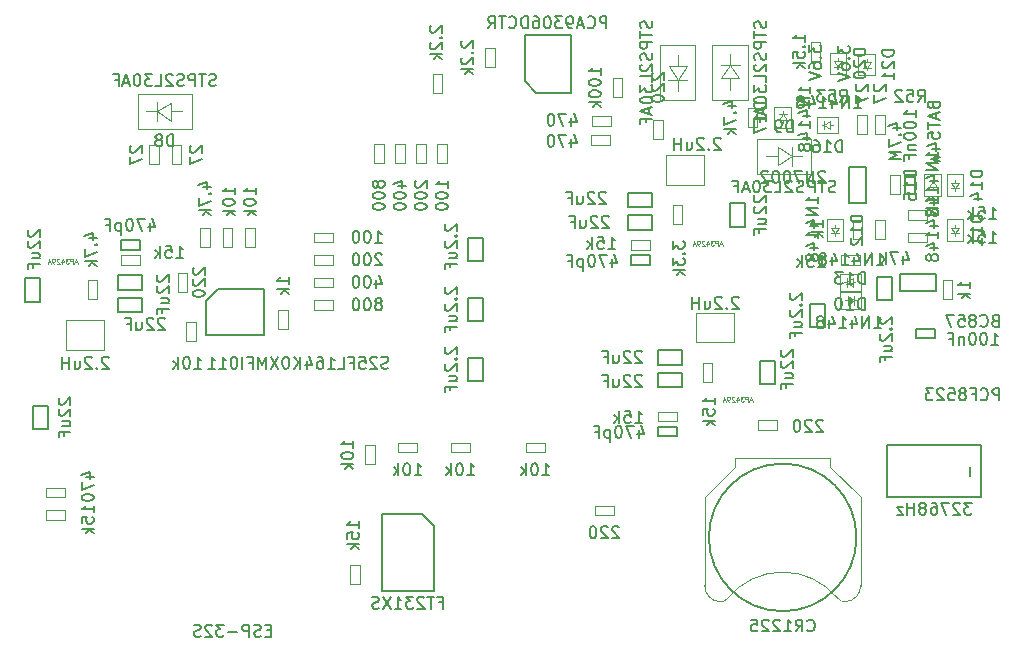
<source format=gbr>
G04 #@! TF.FileFunction,Other,Fab,Bot*
%FSLAX46Y46*%
G04 Gerber Fmt 4.6, Leading zero omitted, Abs format (unit mm)*
G04 Created by KiCad (PCBNEW 4.0.7+dfsg1-1) date Wed Oct  4 18:53:59 2017*
%MOMM*%
%LPD*%
G01*
G04 APERTURE LIST*
%ADD10C,0.100000*%
%ADD11C,0.150000*%
G04 APERTURE END LIST*
D10*
X154195000Y-64200000D02*
X154195000Y-68800000D01*
X154195000Y-68800000D02*
X157195000Y-68800000D01*
X157195000Y-64200000D02*
X154195000Y-64200000D01*
X157195000Y-64200000D02*
X157195000Y-68800000D01*
X155693980Y-67149440D02*
X155693980Y-68051140D01*
X155693980Y-65998820D02*
X155693980Y-65000600D01*
X156494080Y-67149440D02*
X154893880Y-67149440D01*
X154944680Y-65998820D02*
X156494080Y-65998820D01*
X155693980Y-67149440D02*
X154944680Y-65998820D01*
X155693980Y-67149440D02*
X156494080Y-65998820D01*
X153644000Y-72126000D02*
X154444000Y-72126000D01*
X153644000Y-70526000D02*
X153644000Y-72126000D01*
X154444000Y-70526000D02*
X153644000Y-70526000D01*
X154444000Y-72126000D02*
X154444000Y-70526000D01*
X160470000Y-89340000D02*
X160470000Y-86840000D01*
X157270000Y-89340000D02*
X160470000Y-89340000D01*
X157270000Y-86840000D02*
X157270000Y-89340000D01*
X160470000Y-86840000D02*
X157270000Y-86840000D01*
X157930000Y-76005000D02*
X157930000Y-73505000D01*
X154730000Y-76005000D02*
X157930000Y-76005000D01*
X154730000Y-73505000D02*
X154730000Y-76005000D01*
X157930000Y-73505000D02*
X154730000Y-73505000D01*
X103930000Y-87475000D02*
X103930000Y-89975000D01*
X107130000Y-87475000D02*
X103930000Y-87475000D01*
X107130000Y-89975000D02*
X107130000Y-87475000D01*
X103930000Y-89975000D02*
X107130000Y-89975000D01*
D11*
X101710000Y-83915000D02*
X100460000Y-83915000D01*
X101710000Y-85915000D02*
X101710000Y-83915000D01*
X100460000Y-85915000D02*
X101710000Y-85915000D01*
X100460000Y-83915000D02*
X100460000Y-85915000D01*
X154060000Y-90005000D02*
X154060000Y-91255000D01*
X156060000Y-90005000D02*
X154060000Y-90005000D01*
X156060000Y-91255000D02*
X156060000Y-90005000D01*
X154060000Y-91255000D02*
X156060000Y-91255000D01*
X154060000Y-91910000D02*
X154060000Y-93160000D01*
X156060000Y-91910000D02*
X154060000Y-91910000D01*
X156060000Y-93160000D02*
X156060000Y-91910000D01*
X154060000Y-93160000D02*
X156060000Y-93160000D01*
X162690000Y-92900000D02*
X163940000Y-92900000D01*
X162690000Y-90900000D02*
X162690000Y-92900000D01*
X163940000Y-90900000D02*
X162690000Y-90900000D01*
X163940000Y-92900000D02*
X163940000Y-90900000D01*
X151520000Y-78575000D02*
X151520000Y-79825000D01*
X153520000Y-78575000D02*
X151520000Y-78575000D01*
X153520000Y-79825000D02*
X153520000Y-78575000D01*
X151520000Y-79825000D02*
X153520000Y-79825000D01*
X151520000Y-76670000D02*
X151520000Y-77920000D01*
X153520000Y-76670000D02*
X151520000Y-76670000D01*
X153520000Y-77920000D02*
X153520000Y-76670000D01*
X151520000Y-77920000D02*
X153520000Y-77920000D01*
X160150000Y-79565000D02*
X161400000Y-79565000D01*
X160150000Y-77565000D02*
X160150000Y-79565000D01*
X161400000Y-77565000D02*
X160150000Y-77565000D01*
X161400000Y-79565000D02*
X161400000Y-77565000D01*
X110340000Y-84905000D02*
X110340000Y-83655000D01*
X108340000Y-84905000D02*
X110340000Y-84905000D01*
X108340000Y-83655000D02*
X108340000Y-84905000D01*
X110340000Y-83655000D02*
X108340000Y-83655000D01*
X110340000Y-86810000D02*
X110340000Y-85560000D01*
X108340000Y-86810000D02*
X110340000Y-86810000D01*
X108340000Y-85560000D02*
X108340000Y-86810000D01*
X110340000Y-85560000D02*
X108340000Y-85560000D01*
X172596000Y-85788000D02*
X173846000Y-85788000D01*
X172596000Y-83788000D02*
X172596000Y-85788000D01*
X173846000Y-83788000D02*
X172596000Y-83788000D01*
X173846000Y-85788000D02*
X173846000Y-83788000D01*
X177535000Y-83580000D02*
X174495000Y-83580000D01*
X174495000Y-84980000D02*
X174495000Y-83580000D01*
X177535000Y-84980000D02*
X177535000Y-83580000D01*
X177535000Y-84980000D02*
X174495000Y-84980000D01*
X170235000Y-74505000D02*
X170235000Y-77545000D01*
X171635000Y-77545000D02*
X170235000Y-77545000D01*
X171635000Y-74505000D02*
X170235000Y-74505000D01*
X171635000Y-74505000D02*
X171635000Y-77545000D01*
X154060000Y-96510000D02*
X154060000Y-97310000D01*
X155660000Y-96510000D02*
X154060000Y-96510000D01*
X155660000Y-97310000D02*
X155660000Y-96510000D01*
X154060000Y-97310000D02*
X155660000Y-97310000D01*
X151720000Y-81975000D02*
X151720000Y-82775000D01*
X153320000Y-81975000D02*
X151720000Y-81975000D01*
X153320000Y-82775000D02*
X153320000Y-81975000D01*
X151720000Y-82775000D02*
X153320000Y-82775000D01*
X110140000Y-81505000D02*
X110140000Y-80705000D01*
X108540000Y-81505000D02*
X110140000Y-81505000D01*
X108540000Y-80705000D02*
X108540000Y-81505000D01*
X110140000Y-80705000D02*
X108540000Y-80705000D01*
X175780000Y-75225000D02*
X174980000Y-75225000D01*
X175780000Y-76825000D02*
X175780000Y-75225000D01*
X174980000Y-76825000D02*
X175780000Y-76825000D01*
X174980000Y-75225000D02*
X174980000Y-76825000D01*
D10*
X169500000Y-81975000D02*
X169500000Y-82775000D01*
X171100000Y-81975000D02*
X169500000Y-81975000D01*
X171100000Y-82775000D02*
X171100000Y-81975000D01*
X169500000Y-82775000D02*
X171100000Y-82775000D01*
X172440000Y-80635000D02*
X173240000Y-80635000D01*
X172440000Y-79035000D02*
X172440000Y-80635000D01*
X173240000Y-79035000D02*
X172440000Y-79035000D01*
X173240000Y-80635000D02*
X173240000Y-79035000D01*
X176815000Y-80870000D02*
X176815000Y-80070000D01*
X175215000Y-80870000D02*
X176815000Y-80870000D01*
X175215000Y-80070000D02*
X175215000Y-80870000D01*
X176815000Y-80070000D02*
X175215000Y-80070000D01*
X174510000Y-75225000D02*
X173710000Y-75225000D01*
X174510000Y-76825000D02*
X174510000Y-75225000D01*
X173710000Y-76825000D02*
X174510000Y-76825000D01*
X173710000Y-75225000D02*
X173710000Y-76825000D01*
X178955000Y-84115000D02*
X178155000Y-84115000D01*
X178955000Y-85715000D02*
X178955000Y-84115000D01*
X178155000Y-85715000D02*
X178955000Y-85715000D01*
X178155000Y-84115000D02*
X178155000Y-85715000D01*
X114185000Y-83480000D02*
X113385000Y-83480000D01*
X114185000Y-85080000D02*
X114185000Y-83480000D01*
X113385000Y-85080000D02*
X114185000Y-85080000D01*
X113385000Y-83480000D02*
X113385000Y-85080000D01*
X170535000Y-80635000D02*
X171335000Y-80635000D01*
X170535000Y-79035000D02*
X170535000Y-80635000D01*
X171335000Y-79035000D02*
X170535000Y-79035000D01*
X171335000Y-80635000D02*
X171335000Y-79035000D01*
X128790000Y-108245000D02*
X127990000Y-108245000D01*
X128790000Y-109845000D02*
X128790000Y-108245000D01*
X127990000Y-109845000D02*
X128790000Y-109845000D01*
X127990000Y-108245000D02*
X127990000Y-109845000D01*
X150272000Y-103984000D02*
X150272000Y-103184000D01*
X148672000Y-103984000D02*
X150272000Y-103984000D01*
X148672000Y-103184000D02*
X148672000Y-103984000D01*
X150272000Y-103184000D02*
X148672000Y-103184000D01*
X176815000Y-78965000D02*
X176815000Y-78165000D01*
X175215000Y-78965000D02*
X176815000Y-78965000D01*
X175215000Y-78165000D02*
X175215000Y-78965000D01*
X176815000Y-78165000D02*
X175215000Y-78165000D01*
X154060000Y-95240000D02*
X154060000Y-96040000D01*
X155660000Y-95240000D02*
X154060000Y-95240000D01*
X155660000Y-96040000D02*
X155660000Y-95240000D01*
X154060000Y-96040000D02*
X155660000Y-96040000D01*
X110140000Y-82775000D02*
X110140000Y-81975000D01*
X108540000Y-82775000D02*
X110140000Y-82775000D01*
X108540000Y-81975000D02*
X108540000Y-82775000D01*
X110140000Y-81975000D02*
X108540000Y-81975000D01*
X151720000Y-80705000D02*
X151720000Y-81505000D01*
X153320000Y-80705000D02*
X151720000Y-80705000D01*
X153320000Y-81505000D02*
X153320000Y-80705000D01*
X151720000Y-81505000D02*
X153320000Y-81505000D01*
X158635000Y-91100000D02*
X157835000Y-91100000D01*
X158635000Y-92700000D02*
X158635000Y-91100000D01*
X157835000Y-92700000D02*
X158635000Y-92700000D01*
X157835000Y-91100000D02*
X157835000Y-92700000D01*
X105765000Y-85715000D02*
X106565000Y-85715000D01*
X105765000Y-84115000D02*
X105765000Y-85715000D01*
X106565000Y-84115000D02*
X105765000Y-84115000D01*
X106565000Y-85715000D02*
X106565000Y-84115000D01*
X156095000Y-77765000D02*
X155295000Y-77765000D01*
X156095000Y-79365000D02*
X156095000Y-77765000D01*
X155295000Y-79365000D02*
X156095000Y-79365000D01*
X155295000Y-77765000D02*
X155295000Y-79365000D01*
X126482000Y-86585000D02*
X126482000Y-85785000D01*
X124882000Y-86585000D02*
X126482000Y-86585000D01*
X124882000Y-85785000D02*
X124882000Y-86585000D01*
X126482000Y-85785000D02*
X124882000Y-85785000D01*
X126482000Y-84679000D02*
X126482000Y-83879000D01*
X124882000Y-84679000D02*
X126482000Y-84679000D01*
X124882000Y-83879000D02*
X124882000Y-84679000D01*
X126482000Y-83879000D02*
X124882000Y-83879000D01*
X126482000Y-82775000D02*
X126482000Y-81975000D01*
X124882000Y-82775000D02*
X126482000Y-82775000D01*
X124882000Y-81975000D02*
X124882000Y-82775000D01*
X126482000Y-81975000D02*
X124882000Y-81975000D01*
X126482000Y-80870000D02*
X126482000Y-80070000D01*
X124882000Y-80870000D02*
X126482000Y-80870000D01*
X124882000Y-80070000D02*
X124882000Y-80870000D01*
X126482000Y-80070000D02*
X124882000Y-80070000D01*
X130022000Y-74158000D02*
X130822000Y-74158000D01*
X130022000Y-72558000D02*
X130022000Y-74158000D01*
X130822000Y-72558000D02*
X130022000Y-72558000D01*
X130822000Y-74158000D02*
X130822000Y-72558000D01*
X131800000Y-74158000D02*
X132600000Y-74158000D01*
X131800000Y-72558000D02*
X131800000Y-74158000D01*
X132600000Y-72558000D02*
X131800000Y-72558000D01*
X132600000Y-74158000D02*
X132600000Y-72558000D01*
X133578000Y-74158000D02*
X134378000Y-74158000D01*
X133578000Y-72558000D02*
X133578000Y-74158000D01*
X134378000Y-72558000D02*
X133578000Y-72558000D01*
X134378000Y-74158000D02*
X134378000Y-72558000D01*
X135356000Y-74158000D02*
X136156000Y-74158000D01*
X135356000Y-72558000D02*
X135356000Y-74158000D01*
X136156000Y-72558000D02*
X135356000Y-72558000D01*
X136156000Y-74158000D02*
X136156000Y-72558000D01*
D11*
X115780000Y-85870000D02*
X115780000Y-88770000D01*
X115780000Y-88770000D02*
X120680000Y-88770000D01*
X120680000Y-88770000D02*
X120680000Y-84870000D01*
X120680000Y-84870000D02*
X116780000Y-84870000D01*
X116780000Y-84870000D02*
X115780000Y-85870000D01*
X175850000Y-88198000D02*
X175850000Y-88998000D01*
X177450000Y-88198000D02*
X175850000Y-88198000D01*
X177450000Y-88998000D02*
X177450000Y-88198000D01*
X175850000Y-88998000D02*
X177450000Y-88998000D01*
X143730000Y-68250000D02*
X146630000Y-68250000D01*
X146630000Y-68250000D02*
X146630000Y-63350000D01*
X146630000Y-63350000D02*
X142730000Y-63350000D01*
X142730000Y-63350000D02*
X142730000Y-67250000D01*
X142730000Y-67250000D02*
X143730000Y-68250000D01*
D10*
X161645000Y-71110000D02*
X162445000Y-71110000D01*
X161645000Y-69510000D02*
X161645000Y-71110000D01*
X162445000Y-69510000D02*
X161645000Y-69510000D01*
X162445000Y-71110000D02*
X162445000Y-69510000D01*
X139420000Y-66030000D02*
X140220000Y-66030000D01*
X139420000Y-64430000D02*
X139420000Y-66030000D01*
X140220000Y-64430000D02*
X139420000Y-64430000D01*
X140220000Y-66030000D02*
X140220000Y-64430000D01*
X134975000Y-68232000D02*
X135775000Y-68232000D01*
X134975000Y-66632000D02*
X134975000Y-68232000D01*
X135775000Y-66632000D02*
X134975000Y-66632000D01*
X135775000Y-68232000D02*
X135775000Y-66632000D01*
X150215000Y-68570000D02*
X151015000Y-68570000D01*
X150215000Y-66970000D02*
X150215000Y-68570000D01*
X151015000Y-66970000D02*
X150215000Y-66970000D01*
X151015000Y-68570000D02*
X151015000Y-66970000D01*
X149975000Y-72615000D02*
X149975000Y-71815000D01*
X148375000Y-72615000D02*
X149975000Y-72615000D01*
X148375000Y-71815000D02*
X148375000Y-72615000D01*
X149975000Y-71815000D02*
X148375000Y-71815000D01*
X150080000Y-71000000D02*
X150080000Y-70200000D01*
X148480000Y-71000000D02*
X150080000Y-71000000D01*
X148480000Y-70200000D02*
X148480000Y-71000000D01*
X150080000Y-70200000D02*
X148480000Y-70200000D01*
D11*
X134035000Y-103890000D02*
X130635000Y-103890000D01*
X130635000Y-103890000D02*
X130635000Y-110390000D01*
X130635000Y-110390000D02*
X135035000Y-110390000D01*
X135035000Y-110390000D02*
X135035000Y-104890000D01*
X135035000Y-104890000D02*
X134035000Y-103890000D01*
D10*
X119900000Y-79670000D02*
X119100000Y-79670000D01*
X119900000Y-81270000D02*
X119900000Y-79670000D01*
X119100000Y-81270000D02*
X119900000Y-81270000D01*
X119100000Y-79670000D02*
X119100000Y-81270000D01*
X114080000Y-89200000D02*
X114880000Y-89200000D01*
X114080000Y-87600000D02*
X114080000Y-89200000D01*
X114880000Y-87600000D02*
X114080000Y-87600000D01*
X114880000Y-89200000D02*
X114880000Y-87600000D01*
X129260000Y-99685000D02*
X130060000Y-99685000D01*
X129260000Y-98085000D02*
X129260000Y-99685000D01*
X130060000Y-98085000D02*
X129260000Y-98085000D01*
X130060000Y-99685000D02*
X130060000Y-98085000D01*
X117995000Y-79670000D02*
X117195000Y-79670000D01*
X117995000Y-81270000D02*
X117995000Y-79670000D01*
X117195000Y-81270000D02*
X117995000Y-81270000D01*
X117195000Y-79670000D02*
X117195000Y-81270000D01*
X122680000Y-86600000D02*
X121880000Y-86600000D01*
X122680000Y-88200000D02*
X122680000Y-86600000D01*
X121880000Y-88200000D02*
X122680000Y-88200000D01*
X121880000Y-86600000D02*
X121880000Y-88200000D01*
X116090000Y-79670000D02*
X115290000Y-79670000D01*
X116090000Y-81270000D02*
X116090000Y-79670000D01*
X115290000Y-81270000D02*
X116090000Y-81270000D01*
X115290000Y-79670000D02*
X115290000Y-81270000D01*
X144430000Y-98650000D02*
X144430000Y-97850000D01*
X142830000Y-98650000D02*
X144430000Y-98650000D01*
X142830000Y-97850000D02*
X142830000Y-98650000D01*
X144430000Y-97850000D02*
X142830000Y-97850000D01*
X138080000Y-98650000D02*
X138080000Y-97850000D01*
X136480000Y-98650000D02*
X138080000Y-98650000D01*
X136480000Y-97850000D02*
X136480000Y-98650000D01*
X138080000Y-97850000D02*
X136480000Y-97850000D01*
X133635000Y-98650000D02*
X133635000Y-97850000D01*
X132035000Y-98650000D02*
X133635000Y-98650000D01*
X132035000Y-97850000D02*
X132035000Y-98650000D01*
X133635000Y-97850000D02*
X132035000Y-97850000D01*
X102190000Y-103565000D02*
X102190000Y-104365000D01*
X103790000Y-103565000D02*
X102190000Y-103565000D01*
X103790000Y-104365000D02*
X103790000Y-103565000D01*
X102190000Y-104365000D02*
X103790000Y-104365000D01*
X102190000Y-101660000D02*
X102190000Y-102460000D01*
X103790000Y-101660000D02*
X102190000Y-101660000D01*
X103790000Y-102460000D02*
X103790000Y-101660000D01*
X102190000Y-102460000D02*
X103790000Y-102460000D01*
D11*
X166881000Y-88074000D02*
X168131000Y-88074000D01*
X166881000Y-86074000D02*
X166881000Y-88074000D01*
X168131000Y-86074000D02*
X166881000Y-86074000D01*
X168131000Y-88074000D02*
X168131000Y-86074000D01*
D10*
X164115000Y-96745000D02*
X164115000Y-95945000D01*
X162515000Y-96745000D02*
X164115000Y-96745000D01*
X162515000Y-95945000D02*
X162515000Y-96745000D01*
X164115000Y-95945000D02*
X162515000Y-95945000D01*
X166979000Y-65522000D02*
X167779000Y-65522000D01*
X166979000Y-63922000D02*
X166979000Y-65522000D01*
X167779000Y-63922000D02*
X166979000Y-63922000D01*
X167779000Y-65522000D02*
X167779000Y-63922000D01*
D11*
X139175000Y-90646000D02*
X137925000Y-90646000D01*
X139175000Y-92646000D02*
X139175000Y-90646000D01*
X137925000Y-92646000D02*
X139175000Y-92646000D01*
X137925000Y-90646000D02*
X137925000Y-92646000D01*
X137925000Y-82486000D02*
X139175000Y-82486000D01*
X137925000Y-80486000D02*
X137925000Y-82486000D01*
X139175000Y-80486000D02*
X137925000Y-80486000D01*
X139175000Y-82486000D02*
X139175000Y-80486000D01*
X139175000Y-85566000D02*
X137925000Y-85566000D01*
X139175000Y-87566000D02*
X139175000Y-85566000D01*
X137925000Y-87566000D02*
X139175000Y-87566000D01*
X137925000Y-85566000D02*
X137925000Y-87566000D01*
X102345000Y-94710000D02*
X101095000Y-94710000D01*
X102345000Y-96710000D02*
X102345000Y-94710000D01*
X101095000Y-96710000D02*
X102345000Y-96710000D01*
X101095000Y-94710000D02*
X101095000Y-96710000D01*
D10*
X112877000Y-74285000D02*
X113677000Y-74285000D01*
X112877000Y-72685000D02*
X112877000Y-74285000D01*
X113677000Y-72685000D02*
X112877000Y-72685000D01*
X113677000Y-74285000D02*
X113677000Y-72685000D01*
X110972000Y-74285000D02*
X111772000Y-74285000D01*
X110972000Y-72685000D02*
X110972000Y-74285000D01*
X111772000Y-72685000D02*
X110972000Y-72685000D01*
X111772000Y-74285000D02*
X111772000Y-72685000D01*
X172440000Y-71745000D02*
X173240000Y-71745000D01*
X172440000Y-70145000D02*
X172440000Y-71745000D01*
X173240000Y-70145000D02*
X172440000Y-70145000D01*
X173240000Y-71745000D02*
X173240000Y-70145000D01*
X170916000Y-71745000D02*
X171716000Y-71745000D01*
X170916000Y-70145000D02*
X170916000Y-71745000D01*
X171716000Y-70145000D02*
X170916000Y-70145000D01*
X171716000Y-71745000D02*
X171716000Y-70145000D01*
D11*
X170835000Y-105870000D02*
G75*
G03X170835000Y-105870000I-6250000J0D01*
G01*
D10*
X159206987Y-111317558D02*
G75*
G03X159985000Y-110970000I88013J847558D01*
G01*
X169963013Y-111317558D02*
G75*
G02X169185000Y-110970000I-88013J847558D01*
G01*
X159977095Y-110979589D02*
G75*
G02X169185000Y-110970000I4607905J-3790411D01*
G01*
X157985000Y-109920000D02*
G75*
G03X159285000Y-111320000I1350000J-50000D01*
G01*
X171185000Y-109920000D02*
G75*
G02X169885000Y-111320000I-1350000J-50000D01*
G01*
X157985000Y-102470000D02*
X157985000Y-109970000D01*
X171185000Y-102470000D02*
X171185000Y-109970000D01*
X160585000Y-99870000D02*
X157985000Y-102470000D01*
X168585000Y-99870000D02*
X171185000Y-102470000D01*
X160585000Y-99170000D02*
X160585000Y-99870000D01*
X168585000Y-99170000D02*
X168585000Y-99870000D01*
X168585000Y-99170000D02*
X160585000Y-99170000D01*
D11*
X181412000Y-98082000D02*
X181412000Y-102482000D01*
X173412000Y-98082000D02*
X181412000Y-98082000D01*
X173412000Y-102482000D02*
X173412000Y-98082000D01*
X181412000Y-102482000D02*
X173412000Y-102482000D01*
X180412000Y-99882000D02*
X180412000Y-100682000D01*
D10*
X177285000Y-76225000D02*
X177285000Y-76475000D01*
X177635000Y-76225000D02*
X177285000Y-75725000D01*
X176935000Y-76225000D02*
X177635000Y-76225000D01*
X177285000Y-75725000D02*
X176935000Y-76225000D01*
X177285000Y-75725000D02*
X177285000Y-75525000D01*
X176935000Y-75725000D02*
X177635000Y-75725000D01*
X177985000Y-75125000D02*
X176585000Y-75125000D01*
X177985000Y-76925000D02*
X177985000Y-75125000D01*
X176585000Y-76925000D02*
X177985000Y-76925000D01*
X176585000Y-75125000D02*
X176585000Y-76925000D01*
X170500000Y-84280000D02*
X170750000Y-84280000D01*
X170500000Y-83930000D02*
X170000000Y-84280000D01*
X170500000Y-84630000D02*
X170500000Y-83930000D01*
X170000000Y-84280000D02*
X170500000Y-84630000D01*
X170000000Y-84280000D02*
X169800000Y-84280000D01*
X170000000Y-84630000D02*
X170000000Y-83930000D01*
X169400000Y-83580000D02*
X169400000Y-84980000D01*
X171200000Y-83580000D02*
X169400000Y-83580000D01*
X171200000Y-84980000D02*
X171200000Y-83580000D01*
X169400000Y-84980000D02*
X171200000Y-84980000D01*
X179190000Y-79635000D02*
X179190000Y-79385000D01*
X178840000Y-79635000D02*
X179190000Y-80135000D01*
X179540000Y-79635000D02*
X178840000Y-79635000D01*
X179190000Y-80135000D02*
X179540000Y-79635000D01*
X179190000Y-80135000D02*
X179190000Y-80335000D01*
X179540000Y-80135000D02*
X178840000Y-80135000D01*
X178490000Y-80735000D02*
X179890000Y-80735000D01*
X178490000Y-78935000D02*
X178490000Y-80735000D01*
X179890000Y-78935000D02*
X178490000Y-78935000D01*
X179890000Y-80735000D02*
X179890000Y-78935000D01*
X169030000Y-79635000D02*
X169030000Y-79385000D01*
X168680000Y-79635000D02*
X169030000Y-80135000D01*
X169380000Y-79635000D02*
X168680000Y-79635000D01*
X169030000Y-80135000D02*
X169380000Y-79635000D01*
X169030000Y-80135000D02*
X169030000Y-80335000D01*
X169380000Y-80135000D02*
X168680000Y-80135000D01*
X168330000Y-80735000D02*
X169730000Y-80735000D01*
X168330000Y-78935000D02*
X168330000Y-80735000D01*
X169730000Y-78935000D02*
X168330000Y-78935000D01*
X169730000Y-80735000D02*
X169730000Y-78935000D01*
X170100000Y-85804000D02*
X169850000Y-85804000D01*
X170100000Y-86154000D02*
X170600000Y-85804000D01*
X170100000Y-85454000D02*
X170100000Y-86154000D01*
X170600000Y-85804000D02*
X170100000Y-85454000D01*
X170600000Y-85804000D02*
X170800000Y-85804000D01*
X170600000Y-85454000D02*
X170600000Y-86154000D01*
X171200000Y-86504000D02*
X171200000Y-85104000D01*
X169400000Y-86504000D02*
X171200000Y-86504000D01*
X169400000Y-85104000D02*
X169400000Y-86504000D01*
X171200000Y-85104000D02*
X169400000Y-85104000D01*
X179190000Y-75825000D02*
X179190000Y-75575000D01*
X178840000Y-75825000D02*
X179190000Y-76325000D01*
X179540000Y-75825000D02*
X178840000Y-75825000D01*
X179190000Y-76325000D02*
X179540000Y-75825000D01*
X179190000Y-76325000D02*
X179190000Y-76525000D01*
X179540000Y-76325000D02*
X178840000Y-76325000D01*
X178490000Y-76925000D02*
X179890000Y-76925000D01*
X178490000Y-75125000D02*
X178490000Y-76925000D01*
X179890000Y-75125000D02*
X178490000Y-75125000D01*
X179890000Y-76925000D02*
X179890000Y-75125000D01*
X168595000Y-70945000D02*
X168845000Y-70945000D01*
X168595000Y-70595000D02*
X168095000Y-70945000D01*
X168595000Y-71295000D02*
X168595000Y-70595000D01*
X168095000Y-70945000D02*
X168595000Y-71295000D01*
X168095000Y-70945000D02*
X167895000Y-70945000D01*
X168095000Y-71295000D02*
X168095000Y-70595000D01*
X167495000Y-70245000D02*
X167495000Y-71645000D01*
X169295000Y-70245000D02*
X167495000Y-70245000D01*
X169295000Y-71645000D02*
X169295000Y-70245000D01*
X167495000Y-71645000D02*
X169295000Y-71645000D01*
X164585000Y-70510000D02*
X164585000Y-70760000D01*
X164935000Y-70510000D02*
X164585000Y-70010000D01*
X164235000Y-70510000D02*
X164935000Y-70510000D01*
X164585000Y-70010000D02*
X164235000Y-70510000D01*
X164585000Y-70010000D02*
X164585000Y-69810000D01*
X164235000Y-70010000D02*
X164935000Y-70010000D01*
X165285000Y-69410000D02*
X163885000Y-69410000D01*
X165285000Y-71210000D02*
X165285000Y-69410000D01*
X163885000Y-71210000D02*
X165285000Y-71210000D01*
X163885000Y-69410000D02*
X163885000Y-71210000D01*
X169284000Y-65538000D02*
X169284000Y-65288000D01*
X168934000Y-65538000D02*
X169284000Y-66038000D01*
X169634000Y-65538000D02*
X168934000Y-65538000D01*
X169284000Y-66038000D02*
X169634000Y-65538000D01*
X169284000Y-66038000D02*
X169284000Y-66238000D01*
X169634000Y-66038000D02*
X168934000Y-66038000D01*
X168584000Y-66638000D02*
X169984000Y-66638000D01*
X168584000Y-64838000D02*
X168584000Y-66638000D01*
X169984000Y-64838000D02*
X168584000Y-64838000D01*
X169984000Y-66638000D02*
X169984000Y-64838000D01*
X171697000Y-65631000D02*
X171697000Y-65381000D01*
X171347000Y-65631000D02*
X171697000Y-66131000D01*
X172047000Y-65631000D02*
X171347000Y-65631000D01*
X171697000Y-66131000D02*
X172047000Y-65631000D01*
X171697000Y-66131000D02*
X171697000Y-66331000D01*
X172047000Y-66131000D02*
X171347000Y-66131000D01*
X170997000Y-66731000D02*
X172397000Y-66731000D01*
X170997000Y-64931000D02*
X170997000Y-66731000D01*
X172397000Y-64931000D02*
X170997000Y-64931000D01*
X172397000Y-66731000D02*
X172397000Y-64931000D01*
X114561000Y-68302000D02*
X109961000Y-68302000D01*
X109961000Y-68302000D02*
X109961000Y-71302000D01*
X114561000Y-71302000D02*
X114561000Y-68302000D01*
X114561000Y-71302000D02*
X109961000Y-71302000D01*
X111611560Y-69800980D02*
X110709860Y-69800980D01*
X112762180Y-69800980D02*
X113760400Y-69800980D01*
X111611560Y-70601080D02*
X111611560Y-69000880D01*
X112762180Y-69051680D02*
X112762180Y-70601080D01*
X111611560Y-69800980D02*
X112762180Y-69051680D01*
X111611560Y-69800980D02*
X112762180Y-70601080D01*
X162412000Y-75112000D02*
X167012000Y-75112000D01*
X167012000Y-75112000D02*
X167012000Y-72112000D01*
X162412000Y-72112000D02*
X162412000Y-75112000D01*
X162412000Y-72112000D02*
X167012000Y-72112000D01*
X165361440Y-73613020D02*
X166263140Y-73613020D01*
X164210820Y-73613020D02*
X163212600Y-73613020D01*
X165361440Y-72812920D02*
X165361440Y-74413120D01*
X164210820Y-74362320D02*
X164210820Y-72812920D01*
X165361440Y-73613020D02*
X164210820Y-74362320D01*
X165361440Y-73613020D02*
X164210820Y-72812920D01*
X161640000Y-68800000D02*
X161640000Y-64200000D01*
X161640000Y-64200000D02*
X158640000Y-64200000D01*
X158640000Y-68800000D02*
X161640000Y-68800000D01*
X158640000Y-68800000D02*
X158640000Y-64200000D01*
X160141020Y-65850560D02*
X160141020Y-64948860D01*
X160141020Y-67001180D02*
X160141020Y-67999400D01*
X159340920Y-65850560D02*
X160941120Y-65850560D01*
X160890320Y-67001180D02*
X159340920Y-67001180D01*
X160141020Y-65850560D02*
X160890320Y-67001180D01*
X160141020Y-65850560D02*
X159340920Y-67001180D01*
D11*
X153499762Y-62166666D02*
X153547381Y-62309523D01*
X153547381Y-62547619D01*
X153499762Y-62642857D01*
X153452143Y-62690476D01*
X153356905Y-62738095D01*
X153261667Y-62738095D01*
X153166429Y-62690476D01*
X153118810Y-62642857D01*
X153071190Y-62547619D01*
X153023571Y-62357142D01*
X152975952Y-62261904D01*
X152928333Y-62214285D01*
X152833095Y-62166666D01*
X152737857Y-62166666D01*
X152642619Y-62214285D01*
X152595000Y-62261904D01*
X152547381Y-62357142D01*
X152547381Y-62595238D01*
X152595000Y-62738095D01*
X152547381Y-63023809D02*
X152547381Y-63595238D01*
X153547381Y-63309523D02*
X152547381Y-63309523D01*
X153547381Y-63928571D02*
X152547381Y-63928571D01*
X152547381Y-64309524D01*
X152595000Y-64404762D01*
X152642619Y-64452381D01*
X152737857Y-64500000D01*
X152880714Y-64500000D01*
X152975952Y-64452381D01*
X153023571Y-64404762D01*
X153071190Y-64309524D01*
X153071190Y-63928571D01*
X153499762Y-64880952D02*
X153547381Y-65023809D01*
X153547381Y-65261905D01*
X153499762Y-65357143D01*
X153452143Y-65404762D01*
X153356905Y-65452381D01*
X153261667Y-65452381D01*
X153166429Y-65404762D01*
X153118810Y-65357143D01*
X153071190Y-65261905D01*
X153023571Y-65071428D01*
X152975952Y-64976190D01*
X152928333Y-64928571D01*
X152833095Y-64880952D01*
X152737857Y-64880952D01*
X152642619Y-64928571D01*
X152595000Y-64976190D01*
X152547381Y-65071428D01*
X152547381Y-65309524D01*
X152595000Y-65452381D01*
X152642619Y-65833333D02*
X152595000Y-65880952D01*
X152547381Y-65976190D01*
X152547381Y-66214286D01*
X152595000Y-66309524D01*
X152642619Y-66357143D01*
X152737857Y-66404762D01*
X152833095Y-66404762D01*
X152975952Y-66357143D01*
X153547381Y-65785714D01*
X153547381Y-66404762D01*
X153547381Y-67309524D02*
X153547381Y-66833333D01*
X152547381Y-66833333D01*
X152547381Y-67547619D02*
X152547381Y-68166667D01*
X152928333Y-67833333D01*
X152928333Y-67976191D01*
X152975952Y-68071429D01*
X153023571Y-68119048D01*
X153118810Y-68166667D01*
X153356905Y-68166667D01*
X153452143Y-68119048D01*
X153499762Y-68071429D01*
X153547381Y-67976191D01*
X153547381Y-67690476D01*
X153499762Y-67595238D01*
X153452143Y-67547619D01*
X152547381Y-68785714D02*
X152547381Y-68880953D01*
X152595000Y-68976191D01*
X152642619Y-69023810D01*
X152737857Y-69071429D01*
X152928333Y-69119048D01*
X153166429Y-69119048D01*
X153356905Y-69071429D01*
X153452143Y-69023810D01*
X153499762Y-68976191D01*
X153547381Y-68880953D01*
X153547381Y-68785714D01*
X153499762Y-68690476D01*
X153452143Y-68642857D01*
X153356905Y-68595238D01*
X153166429Y-68547619D01*
X152928333Y-68547619D01*
X152737857Y-68595238D01*
X152642619Y-68642857D01*
X152595000Y-68690476D01*
X152547381Y-68785714D01*
X153261667Y-69500000D02*
X153261667Y-69976191D01*
X153547381Y-69404762D02*
X152547381Y-69738095D01*
X153547381Y-70071429D01*
X153023571Y-70738096D02*
X153023571Y-70404762D01*
X153547381Y-70404762D02*
X152547381Y-70404762D01*
X152547381Y-70880953D01*
X153591619Y-66531905D02*
X153544000Y-66579524D01*
X153496381Y-66674762D01*
X153496381Y-66912858D01*
X153544000Y-67008096D01*
X153591619Y-67055715D01*
X153686857Y-67103334D01*
X153782095Y-67103334D01*
X153924952Y-67055715D01*
X154496381Y-66484286D01*
X154496381Y-67103334D01*
X153591619Y-67484286D02*
X153544000Y-67531905D01*
X153496381Y-67627143D01*
X153496381Y-67865239D01*
X153544000Y-67960477D01*
X153591619Y-68008096D01*
X153686857Y-68055715D01*
X153782095Y-68055715D01*
X153924952Y-68008096D01*
X154496381Y-67436667D01*
X154496381Y-68055715D01*
X153496381Y-68674762D02*
X153496381Y-68770001D01*
X153544000Y-68865239D01*
X153591619Y-68912858D01*
X153686857Y-68960477D01*
X153877333Y-69008096D01*
X154115429Y-69008096D01*
X154305905Y-68960477D01*
X154401143Y-68912858D01*
X154448762Y-68865239D01*
X154496381Y-68770001D01*
X154496381Y-68674762D01*
X154448762Y-68579524D01*
X154401143Y-68531905D01*
X154305905Y-68484286D01*
X154115429Y-68436667D01*
X153877333Y-68436667D01*
X153686857Y-68484286D01*
X153591619Y-68531905D01*
X153544000Y-68579524D01*
X153496381Y-68674762D01*
X160846190Y-85605619D02*
X160798571Y-85558000D01*
X160703333Y-85510381D01*
X160465237Y-85510381D01*
X160369999Y-85558000D01*
X160322380Y-85605619D01*
X160274761Y-85700857D01*
X160274761Y-85796095D01*
X160322380Y-85938952D01*
X160893809Y-86510381D01*
X160274761Y-86510381D01*
X159846190Y-86415143D02*
X159798571Y-86462762D01*
X159846190Y-86510381D01*
X159893809Y-86462762D01*
X159846190Y-86415143D01*
X159846190Y-86510381D01*
X159417619Y-85605619D02*
X159370000Y-85558000D01*
X159274762Y-85510381D01*
X159036666Y-85510381D01*
X158941428Y-85558000D01*
X158893809Y-85605619D01*
X158846190Y-85700857D01*
X158846190Y-85796095D01*
X158893809Y-85938952D01*
X159465238Y-86510381D01*
X158846190Y-86510381D01*
X157989047Y-85843714D02*
X157989047Y-86510381D01*
X158417619Y-85843714D02*
X158417619Y-86367524D01*
X158370000Y-86462762D01*
X158274762Y-86510381D01*
X158131904Y-86510381D01*
X158036666Y-86462762D01*
X157989047Y-86415143D01*
X157512857Y-86510381D02*
X157512857Y-85510381D01*
X157512857Y-85986571D02*
X156941428Y-85986571D01*
X156941428Y-86510381D02*
X156941428Y-85510381D01*
D10*
X162003571Y-94252667D02*
X161813094Y-94252667D01*
X162041666Y-94366952D02*
X161908332Y-93966952D01*
X161774999Y-94366952D01*
X161641666Y-94366952D02*
X161641666Y-93966952D01*
X161489285Y-93966952D01*
X161451190Y-93986000D01*
X161432142Y-94005048D01*
X161413094Y-94043143D01*
X161413094Y-94100286D01*
X161432142Y-94138381D01*
X161451190Y-94157429D01*
X161489285Y-94176476D01*
X161641666Y-94176476D01*
X161279761Y-93966952D02*
X161032142Y-93966952D01*
X161165475Y-94119333D01*
X161108333Y-94119333D01*
X161070237Y-94138381D01*
X161051190Y-94157429D01*
X161032142Y-94195524D01*
X161032142Y-94290762D01*
X161051190Y-94328857D01*
X161070237Y-94347905D01*
X161108333Y-94366952D01*
X161222618Y-94366952D01*
X161260714Y-94347905D01*
X161279761Y-94328857D01*
X160689285Y-94100286D02*
X160689285Y-94366952D01*
X160784523Y-93947905D02*
X160879762Y-94233619D01*
X160632142Y-94233619D01*
X160498810Y-94005048D02*
X160479762Y-93986000D01*
X160441667Y-93966952D01*
X160346429Y-93966952D01*
X160308333Y-93986000D01*
X160289286Y-94005048D01*
X160270238Y-94043143D01*
X160270238Y-94081238D01*
X160289286Y-94138381D01*
X160517857Y-94366952D01*
X160270238Y-94366952D01*
X160079762Y-94366952D02*
X160003572Y-94366952D01*
X159965477Y-94347905D01*
X159946429Y-94328857D01*
X159908334Y-94271714D01*
X159889286Y-94195524D01*
X159889286Y-94043143D01*
X159908334Y-94005048D01*
X159927381Y-93986000D01*
X159965477Y-93966952D01*
X160041667Y-93966952D01*
X160079762Y-93986000D01*
X160098810Y-94005048D01*
X160117858Y-94043143D01*
X160117858Y-94138381D01*
X160098810Y-94176476D01*
X160079762Y-94195524D01*
X160041667Y-94214571D01*
X159965477Y-94214571D01*
X159927381Y-94195524D01*
X159908334Y-94176476D01*
X159889286Y-94138381D01*
X159736906Y-94252667D02*
X159546429Y-94252667D01*
X159775001Y-94366952D02*
X159641667Y-93966952D01*
X159508334Y-94366952D01*
D11*
X159322190Y-72143619D02*
X159274571Y-72096000D01*
X159179333Y-72048381D01*
X158941237Y-72048381D01*
X158845999Y-72096000D01*
X158798380Y-72143619D01*
X158750761Y-72238857D01*
X158750761Y-72334095D01*
X158798380Y-72476952D01*
X159369809Y-73048381D01*
X158750761Y-73048381D01*
X158322190Y-72953143D02*
X158274571Y-73000762D01*
X158322190Y-73048381D01*
X158369809Y-73000762D01*
X158322190Y-72953143D01*
X158322190Y-73048381D01*
X157893619Y-72143619D02*
X157846000Y-72096000D01*
X157750762Y-72048381D01*
X157512666Y-72048381D01*
X157417428Y-72096000D01*
X157369809Y-72143619D01*
X157322190Y-72238857D01*
X157322190Y-72334095D01*
X157369809Y-72476952D01*
X157941238Y-73048381D01*
X157322190Y-73048381D01*
X156465047Y-72381714D02*
X156465047Y-73048381D01*
X156893619Y-72381714D02*
X156893619Y-72905524D01*
X156846000Y-73000762D01*
X156750762Y-73048381D01*
X156607904Y-73048381D01*
X156512666Y-73000762D01*
X156465047Y-72953143D01*
X155988857Y-73048381D02*
X155988857Y-72048381D01*
X155988857Y-72524571D02*
X155417428Y-72524571D01*
X155417428Y-73048381D02*
X155417428Y-72048381D01*
D10*
X159463571Y-81044667D02*
X159273094Y-81044667D01*
X159501666Y-81158952D02*
X159368332Y-80758952D01*
X159234999Y-81158952D01*
X159101666Y-81158952D02*
X159101666Y-80758952D01*
X158949285Y-80758952D01*
X158911190Y-80778000D01*
X158892142Y-80797048D01*
X158873094Y-80835143D01*
X158873094Y-80892286D01*
X158892142Y-80930381D01*
X158911190Y-80949429D01*
X158949285Y-80968476D01*
X159101666Y-80968476D01*
X158739761Y-80758952D02*
X158492142Y-80758952D01*
X158625475Y-80911333D01*
X158568333Y-80911333D01*
X158530237Y-80930381D01*
X158511190Y-80949429D01*
X158492142Y-80987524D01*
X158492142Y-81082762D01*
X158511190Y-81120857D01*
X158530237Y-81139905D01*
X158568333Y-81158952D01*
X158682618Y-81158952D01*
X158720714Y-81139905D01*
X158739761Y-81120857D01*
X158149285Y-80892286D02*
X158149285Y-81158952D01*
X158244523Y-80739905D02*
X158339762Y-81025619D01*
X158092142Y-81025619D01*
X157958810Y-80797048D02*
X157939762Y-80778000D01*
X157901667Y-80758952D01*
X157806429Y-80758952D01*
X157768333Y-80778000D01*
X157749286Y-80797048D01*
X157730238Y-80835143D01*
X157730238Y-80873238D01*
X157749286Y-80930381D01*
X157977857Y-81158952D01*
X157730238Y-81158952D01*
X157539762Y-81158952D02*
X157463572Y-81158952D01*
X157425477Y-81139905D01*
X157406429Y-81120857D01*
X157368334Y-81063714D01*
X157349286Y-80987524D01*
X157349286Y-80835143D01*
X157368334Y-80797048D01*
X157387381Y-80778000D01*
X157425477Y-80758952D01*
X157501667Y-80758952D01*
X157539762Y-80778000D01*
X157558810Y-80797048D01*
X157577858Y-80835143D01*
X157577858Y-80930381D01*
X157558810Y-80968476D01*
X157539762Y-80987524D01*
X157501667Y-81006571D01*
X157425477Y-81006571D01*
X157387381Y-80987524D01*
X157368334Y-80968476D01*
X157349286Y-80930381D01*
X157196906Y-81044667D02*
X157006429Y-81044667D01*
X157235001Y-81158952D02*
X157101667Y-80758952D01*
X156968334Y-81158952D01*
D11*
X107506190Y-90685619D02*
X107458571Y-90638000D01*
X107363333Y-90590381D01*
X107125237Y-90590381D01*
X107029999Y-90638000D01*
X106982380Y-90685619D01*
X106934761Y-90780857D01*
X106934761Y-90876095D01*
X106982380Y-91018952D01*
X107553809Y-91590381D01*
X106934761Y-91590381D01*
X106506190Y-91495143D02*
X106458571Y-91542762D01*
X106506190Y-91590381D01*
X106553809Y-91542762D01*
X106506190Y-91495143D01*
X106506190Y-91590381D01*
X106077619Y-90685619D02*
X106030000Y-90638000D01*
X105934762Y-90590381D01*
X105696666Y-90590381D01*
X105601428Y-90638000D01*
X105553809Y-90685619D01*
X105506190Y-90780857D01*
X105506190Y-90876095D01*
X105553809Y-91018952D01*
X106125238Y-91590381D01*
X105506190Y-91590381D01*
X104649047Y-90923714D02*
X104649047Y-91590381D01*
X105077619Y-90923714D02*
X105077619Y-91447524D01*
X105030000Y-91542762D01*
X104934762Y-91590381D01*
X104791904Y-91590381D01*
X104696666Y-91542762D01*
X104649047Y-91495143D01*
X104172857Y-91590381D02*
X104172857Y-90590381D01*
X104172857Y-91066571D02*
X103601428Y-91066571D01*
X103601428Y-91590381D02*
X103601428Y-90590381D01*
D10*
X104853571Y-82568667D02*
X104663094Y-82568667D01*
X104891666Y-82682952D02*
X104758332Y-82282952D01*
X104624999Y-82682952D01*
X104491666Y-82682952D02*
X104491666Y-82282952D01*
X104339285Y-82282952D01*
X104301190Y-82302000D01*
X104282142Y-82321048D01*
X104263094Y-82359143D01*
X104263094Y-82416286D01*
X104282142Y-82454381D01*
X104301190Y-82473429D01*
X104339285Y-82492476D01*
X104491666Y-82492476D01*
X104129761Y-82282952D02*
X103882142Y-82282952D01*
X104015475Y-82435333D01*
X103958333Y-82435333D01*
X103920237Y-82454381D01*
X103901190Y-82473429D01*
X103882142Y-82511524D01*
X103882142Y-82606762D01*
X103901190Y-82644857D01*
X103920237Y-82663905D01*
X103958333Y-82682952D01*
X104072618Y-82682952D01*
X104110714Y-82663905D01*
X104129761Y-82644857D01*
X103539285Y-82416286D02*
X103539285Y-82682952D01*
X103634523Y-82263905D02*
X103729762Y-82549619D01*
X103482142Y-82549619D01*
X103348810Y-82321048D02*
X103329762Y-82302000D01*
X103291667Y-82282952D01*
X103196429Y-82282952D01*
X103158333Y-82302000D01*
X103139286Y-82321048D01*
X103120238Y-82359143D01*
X103120238Y-82397238D01*
X103139286Y-82454381D01*
X103367857Y-82682952D01*
X103120238Y-82682952D01*
X102929762Y-82682952D02*
X102853572Y-82682952D01*
X102815477Y-82663905D01*
X102796429Y-82644857D01*
X102758334Y-82587714D01*
X102739286Y-82511524D01*
X102739286Y-82359143D01*
X102758334Y-82321048D01*
X102777381Y-82302000D01*
X102815477Y-82282952D01*
X102891667Y-82282952D01*
X102929762Y-82302000D01*
X102948810Y-82321048D01*
X102967858Y-82359143D01*
X102967858Y-82454381D01*
X102948810Y-82492476D01*
X102929762Y-82511524D01*
X102891667Y-82530571D01*
X102815477Y-82530571D01*
X102777381Y-82511524D01*
X102758334Y-82492476D01*
X102739286Y-82454381D01*
X102586906Y-82568667D02*
X102396429Y-82568667D01*
X102625001Y-82682952D02*
X102491667Y-82282952D01*
X102358334Y-82682952D01*
D11*
X100759619Y-79843143D02*
X100712000Y-79890762D01*
X100664381Y-79986000D01*
X100664381Y-80224096D01*
X100712000Y-80319334D01*
X100759619Y-80366953D01*
X100854857Y-80414572D01*
X100950095Y-80414572D01*
X101092952Y-80366953D01*
X101664381Y-79795524D01*
X101664381Y-80414572D01*
X100759619Y-80795524D02*
X100712000Y-80843143D01*
X100664381Y-80938381D01*
X100664381Y-81176477D01*
X100712000Y-81271715D01*
X100759619Y-81319334D01*
X100854857Y-81366953D01*
X100950095Y-81366953D01*
X101092952Y-81319334D01*
X101664381Y-80747905D01*
X101664381Y-81366953D01*
X100997714Y-82224096D02*
X101664381Y-82224096D01*
X100997714Y-81795524D02*
X101521524Y-81795524D01*
X101616762Y-81843143D01*
X101664381Y-81938381D01*
X101664381Y-82081239D01*
X101616762Y-82176477D01*
X101569143Y-82224096D01*
X101140571Y-83033620D02*
X101140571Y-82700286D01*
X101664381Y-82700286D02*
X100664381Y-82700286D01*
X100664381Y-83176477D01*
X152638857Y-90177619D02*
X152591238Y-90130000D01*
X152496000Y-90082381D01*
X152257904Y-90082381D01*
X152162666Y-90130000D01*
X152115047Y-90177619D01*
X152067428Y-90272857D01*
X152067428Y-90368095D01*
X152115047Y-90510952D01*
X152686476Y-91082381D01*
X152067428Y-91082381D01*
X151686476Y-90177619D02*
X151638857Y-90130000D01*
X151543619Y-90082381D01*
X151305523Y-90082381D01*
X151210285Y-90130000D01*
X151162666Y-90177619D01*
X151115047Y-90272857D01*
X151115047Y-90368095D01*
X151162666Y-90510952D01*
X151734095Y-91082381D01*
X151115047Y-91082381D01*
X150257904Y-90415714D02*
X150257904Y-91082381D01*
X150686476Y-90415714D02*
X150686476Y-90939524D01*
X150638857Y-91034762D01*
X150543619Y-91082381D01*
X150400761Y-91082381D01*
X150305523Y-91034762D01*
X150257904Y-90987143D01*
X149448380Y-90558571D02*
X149781714Y-90558571D01*
X149781714Y-91082381D02*
X149781714Y-90082381D01*
X149305523Y-90082381D01*
X152638857Y-92209619D02*
X152591238Y-92162000D01*
X152496000Y-92114381D01*
X152257904Y-92114381D01*
X152162666Y-92162000D01*
X152115047Y-92209619D01*
X152067428Y-92304857D01*
X152067428Y-92400095D01*
X152115047Y-92542952D01*
X152686476Y-93114381D01*
X152067428Y-93114381D01*
X151686476Y-92209619D02*
X151638857Y-92162000D01*
X151543619Y-92114381D01*
X151305523Y-92114381D01*
X151210285Y-92162000D01*
X151162666Y-92209619D01*
X151115047Y-92304857D01*
X151115047Y-92400095D01*
X151162666Y-92542952D01*
X151734095Y-93114381D01*
X151115047Y-93114381D01*
X150257904Y-92447714D02*
X150257904Y-93114381D01*
X150686476Y-92447714D02*
X150686476Y-92971524D01*
X150638857Y-93066762D01*
X150543619Y-93114381D01*
X150400761Y-93114381D01*
X150305523Y-93066762D01*
X150257904Y-93019143D01*
X149448380Y-92590571D02*
X149781714Y-92590571D01*
X149781714Y-93114381D02*
X149781714Y-92114381D01*
X149305523Y-92114381D01*
X164513619Y-90003143D02*
X164466000Y-90050762D01*
X164418381Y-90146000D01*
X164418381Y-90384096D01*
X164466000Y-90479334D01*
X164513619Y-90526953D01*
X164608857Y-90574572D01*
X164704095Y-90574572D01*
X164846952Y-90526953D01*
X165418381Y-89955524D01*
X165418381Y-90574572D01*
X164513619Y-90955524D02*
X164466000Y-91003143D01*
X164418381Y-91098381D01*
X164418381Y-91336477D01*
X164466000Y-91431715D01*
X164513619Y-91479334D01*
X164608857Y-91526953D01*
X164704095Y-91526953D01*
X164846952Y-91479334D01*
X165418381Y-90907905D01*
X165418381Y-91526953D01*
X164751714Y-92384096D02*
X165418381Y-92384096D01*
X164751714Y-91955524D02*
X165275524Y-91955524D01*
X165370762Y-92003143D01*
X165418381Y-92098381D01*
X165418381Y-92241239D01*
X165370762Y-92336477D01*
X165323143Y-92384096D01*
X164894571Y-93193620D02*
X164894571Y-92860286D01*
X165418381Y-92860286D02*
X164418381Y-92860286D01*
X164418381Y-93336477D01*
X149844857Y-78747619D02*
X149797238Y-78700000D01*
X149702000Y-78652381D01*
X149463904Y-78652381D01*
X149368666Y-78700000D01*
X149321047Y-78747619D01*
X149273428Y-78842857D01*
X149273428Y-78938095D01*
X149321047Y-79080952D01*
X149892476Y-79652381D01*
X149273428Y-79652381D01*
X148892476Y-78747619D02*
X148844857Y-78700000D01*
X148749619Y-78652381D01*
X148511523Y-78652381D01*
X148416285Y-78700000D01*
X148368666Y-78747619D01*
X148321047Y-78842857D01*
X148321047Y-78938095D01*
X148368666Y-79080952D01*
X148940095Y-79652381D01*
X148321047Y-79652381D01*
X147463904Y-78985714D02*
X147463904Y-79652381D01*
X147892476Y-78985714D02*
X147892476Y-79509524D01*
X147844857Y-79604762D01*
X147749619Y-79652381D01*
X147606761Y-79652381D01*
X147511523Y-79604762D01*
X147463904Y-79557143D01*
X146654380Y-79128571D02*
X146987714Y-79128571D01*
X146987714Y-79652381D02*
X146987714Y-78652381D01*
X146511523Y-78652381D01*
X149590857Y-76715619D02*
X149543238Y-76668000D01*
X149448000Y-76620381D01*
X149209904Y-76620381D01*
X149114666Y-76668000D01*
X149067047Y-76715619D01*
X149019428Y-76810857D01*
X149019428Y-76906095D01*
X149067047Y-77048952D01*
X149638476Y-77620381D01*
X149019428Y-77620381D01*
X148638476Y-76715619D02*
X148590857Y-76668000D01*
X148495619Y-76620381D01*
X148257523Y-76620381D01*
X148162285Y-76668000D01*
X148114666Y-76715619D01*
X148067047Y-76810857D01*
X148067047Y-76906095D01*
X148114666Y-77048952D01*
X148686095Y-77620381D01*
X148067047Y-77620381D01*
X147209904Y-76953714D02*
X147209904Y-77620381D01*
X147638476Y-76953714D02*
X147638476Y-77477524D01*
X147590857Y-77572762D01*
X147495619Y-77620381D01*
X147352761Y-77620381D01*
X147257523Y-77572762D01*
X147209904Y-77525143D01*
X146400380Y-77096571D02*
X146733714Y-77096571D01*
X146733714Y-77620381D02*
X146733714Y-76620381D01*
X146257523Y-76620381D01*
X162227619Y-76922143D02*
X162180000Y-76969762D01*
X162132381Y-77065000D01*
X162132381Y-77303096D01*
X162180000Y-77398334D01*
X162227619Y-77445953D01*
X162322857Y-77493572D01*
X162418095Y-77493572D01*
X162560952Y-77445953D01*
X163132381Y-76874524D01*
X163132381Y-77493572D01*
X162227619Y-77874524D02*
X162180000Y-77922143D01*
X162132381Y-78017381D01*
X162132381Y-78255477D01*
X162180000Y-78350715D01*
X162227619Y-78398334D01*
X162322857Y-78445953D01*
X162418095Y-78445953D01*
X162560952Y-78398334D01*
X163132381Y-77826905D01*
X163132381Y-78445953D01*
X162465714Y-79303096D02*
X163132381Y-79303096D01*
X162465714Y-78874524D02*
X162989524Y-78874524D01*
X163084762Y-78922143D01*
X163132381Y-79017381D01*
X163132381Y-79160239D01*
X163084762Y-79255477D01*
X163037143Y-79303096D01*
X162608571Y-80112620D02*
X162608571Y-79779286D01*
X163132381Y-79779286D02*
X162132381Y-79779286D01*
X162132381Y-80255477D01*
X111681619Y-83653143D02*
X111634000Y-83700762D01*
X111586381Y-83796000D01*
X111586381Y-84034096D01*
X111634000Y-84129334D01*
X111681619Y-84176953D01*
X111776857Y-84224572D01*
X111872095Y-84224572D01*
X112014952Y-84176953D01*
X112586381Y-83605524D01*
X112586381Y-84224572D01*
X111681619Y-84605524D02*
X111634000Y-84653143D01*
X111586381Y-84748381D01*
X111586381Y-84986477D01*
X111634000Y-85081715D01*
X111681619Y-85129334D01*
X111776857Y-85176953D01*
X111872095Y-85176953D01*
X112014952Y-85129334D01*
X112586381Y-84557905D01*
X112586381Y-85176953D01*
X111919714Y-86034096D02*
X112586381Y-86034096D01*
X111919714Y-85605524D02*
X112443524Y-85605524D01*
X112538762Y-85653143D01*
X112586381Y-85748381D01*
X112586381Y-85891239D01*
X112538762Y-85986477D01*
X112491143Y-86034096D01*
X112062571Y-86843620D02*
X112062571Y-86510286D01*
X112586381Y-86510286D02*
X111586381Y-86510286D01*
X111586381Y-86986477D01*
X112252857Y-87383619D02*
X112205238Y-87336000D01*
X112110000Y-87288381D01*
X111871904Y-87288381D01*
X111776666Y-87336000D01*
X111729047Y-87383619D01*
X111681428Y-87478857D01*
X111681428Y-87574095D01*
X111729047Y-87716952D01*
X112300476Y-88288381D01*
X111681428Y-88288381D01*
X111300476Y-87383619D02*
X111252857Y-87336000D01*
X111157619Y-87288381D01*
X110919523Y-87288381D01*
X110824285Y-87336000D01*
X110776666Y-87383619D01*
X110729047Y-87478857D01*
X110729047Y-87574095D01*
X110776666Y-87716952D01*
X111348095Y-88288381D01*
X110729047Y-88288381D01*
X109871904Y-87621714D02*
X109871904Y-88288381D01*
X110300476Y-87621714D02*
X110300476Y-88145524D01*
X110252857Y-88240762D01*
X110157619Y-88288381D01*
X110014761Y-88288381D01*
X109919523Y-88240762D01*
X109871904Y-88193143D01*
X109062380Y-87764571D02*
X109395714Y-87764571D01*
X109395714Y-88288381D02*
X109395714Y-87288381D01*
X108919523Y-87288381D01*
X182920238Y-94257381D02*
X182920238Y-93257381D01*
X182539285Y-93257381D01*
X182444047Y-93305000D01*
X182396428Y-93352619D01*
X182348809Y-93447857D01*
X182348809Y-93590714D01*
X182396428Y-93685952D01*
X182444047Y-93733571D01*
X182539285Y-93781190D01*
X182920238Y-93781190D01*
X181348809Y-94162143D02*
X181396428Y-94209762D01*
X181539285Y-94257381D01*
X181634523Y-94257381D01*
X181777381Y-94209762D01*
X181872619Y-94114524D01*
X181920238Y-94019286D01*
X181967857Y-93828810D01*
X181967857Y-93685952D01*
X181920238Y-93495476D01*
X181872619Y-93400238D01*
X181777381Y-93305000D01*
X181634523Y-93257381D01*
X181539285Y-93257381D01*
X181396428Y-93305000D01*
X181348809Y-93352619D01*
X180586904Y-93733571D02*
X180920238Y-93733571D01*
X180920238Y-94257381D02*
X180920238Y-93257381D01*
X180444047Y-93257381D01*
X179920238Y-93685952D02*
X180015476Y-93638333D01*
X180063095Y-93590714D01*
X180110714Y-93495476D01*
X180110714Y-93447857D01*
X180063095Y-93352619D01*
X180015476Y-93305000D01*
X179920238Y-93257381D01*
X179729761Y-93257381D01*
X179634523Y-93305000D01*
X179586904Y-93352619D01*
X179539285Y-93447857D01*
X179539285Y-93495476D01*
X179586904Y-93590714D01*
X179634523Y-93638333D01*
X179729761Y-93685952D01*
X179920238Y-93685952D01*
X180015476Y-93733571D01*
X180063095Y-93781190D01*
X180110714Y-93876429D01*
X180110714Y-94066905D01*
X180063095Y-94162143D01*
X180015476Y-94209762D01*
X179920238Y-94257381D01*
X179729761Y-94257381D01*
X179634523Y-94209762D01*
X179586904Y-94162143D01*
X179539285Y-94066905D01*
X179539285Y-93876429D01*
X179586904Y-93781190D01*
X179634523Y-93733571D01*
X179729761Y-93685952D01*
X178634523Y-93257381D02*
X179110714Y-93257381D01*
X179158333Y-93733571D01*
X179110714Y-93685952D01*
X179015476Y-93638333D01*
X178777380Y-93638333D01*
X178682142Y-93685952D01*
X178634523Y-93733571D01*
X178586904Y-93828810D01*
X178586904Y-94066905D01*
X178634523Y-94162143D01*
X178682142Y-94209762D01*
X178777380Y-94257381D01*
X179015476Y-94257381D01*
X179110714Y-94209762D01*
X179158333Y-94162143D01*
X178205952Y-93352619D02*
X178158333Y-93305000D01*
X178063095Y-93257381D01*
X177824999Y-93257381D01*
X177729761Y-93305000D01*
X177682142Y-93352619D01*
X177634523Y-93447857D01*
X177634523Y-93543095D01*
X177682142Y-93685952D01*
X178253571Y-94257381D01*
X177634523Y-94257381D01*
X177301190Y-93257381D02*
X176682142Y-93257381D01*
X177015476Y-93638333D01*
X176872618Y-93638333D01*
X176777380Y-93685952D01*
X176729761Y-93733571D01*
X176682142Y-93828810D01*
X176682142Y-94066905D01*
X176729761Y-94162143D01*
X176777380Y-94209762D01*
X176872618Y-94257381D01*
X177158333Y-94257381D01*
X177253571Y-94209762D01*
X177301190Y-94162143D01*
X172895619Y-87225048D02*
X172848000Y-87272667D01*
X172800381Y-87367905D01*
X172800381Y-87606001D01*
X172848000Y-87701239D01*
X172895619Y-87748858D01*
X172990857Y-87796477D01*
X173086095Y-87796477D01*
X173228952Y-87748858D01*
X173800381Y-87177429D01*
X173800381Y-87796477D01*
X173705143Y-88225048D02*
X173752762Y-88272667D01*
X173800381Y-88225048D01*
X173752762Y-88177429D01*
X173705143Y-88225048D01*
X173800381Y-88225048D01*
X172895619Y-88653619D02*
X172848000Y-88701238D01*
X172800381Y-88796476D01*
X172800381Y-89034572D01*
X172848000Y-89129810D01*
X172895619Y-89177429D01*
X172990857Y-89225048D01*
X173086095Y-89225048D01*
X173228952Y-89177429D01*
X173800381Y-88606000D01*
X173800381Y-89225048D01*
X173133714Y-90082191D02*
X173800381Y-90082191D01*
X173133714Y-89653619D02*
X173657524Y-89653619D01*
X173752762Y-89701238D01*
X173800381Y-89796476D01*
X173800381Y-89939334D01*
X173752762Y-90034572D01*
X173705143Y-90082191D01*
X173276571Y-90891715D02*
X173276571Y-90558381D01*
X173800381Y-90558381D02*
X172800381Y-90558381D01*
X172800381Y-91034572D01*
X182571142Y-87510571D02*
X182428285Y-87558190D01*
X182380666Y-87605810D01*
X182333047Y-87701048D01*
X182333047Y-87843905D01*
X182380666Y-87939143D01*
X182428285Y-87986762D01*
X182523523Y-88034381D01*
X182904476Y-88034381D01*
X182904476Y-87034381D01*
X182571142Y-87034381D01*
X182475904Y-87082000D01*
X182428285Y-87129619D01*
X182380666Y-87224857D01*
X182380666Y-87320095D01*
X182428285Y-87415333D01*
X182475904Y-87462952D01*
X182571142Y-87510571D01*
X182904476Y-87510571D01*
X181333047Y-87939143D02*
X181380666Y-87986762D01*
X181523523Y-88034381D01*
X181618761Y-88034381D01*
X181761619Y-87986762D01*
X181856857Y-87891524D01*
X181904476Y-87796286D01*
X181952095Y-87605810D01*
X181952095Y-87462952D01*
X181904476Y-87272476D01*
X181856857Y-87177238D01*
X181761619Y-87082000D01*
X181618761Y-87034381D01*
X181523523Y-87034381D01*
X181380666Y-87082000D01*
X181333047Y-87129619D01*
X180761619Y-87462952D02*
X180856857Y-87415333D01*
X180904476Y-87367714D01*
X180952095Y-87272476D01*
X180952095Y-87224857D01*
X180904476Y-87129619D01*
X180856857Y-87082000D01*
X180761619Y-87034381D01*
X180571142Y-87034381D01*
X180475904Y-87082000D01*
X180428285Y-87129619D01*
X180380666Y-87224857D01*
X180380666Y-87272476D01*
X180428285Y-87367714D01*
X180475904Y-87415333D01*
X180571142Y-87462952D01*
X180761619Y-87462952D01*
X180856857Y-87510571D01*
X180904476Y-87558190D01*
X180952095Y-87653429D01*
X180952095Y-87843905D01*
X180904476Y-87939143D01*
X180856857Y-87986762D01*
X180761619Y-88034381D01*
X180571142Y-88034381D01*
X180475904Y-87986762D01*
X180428285Y-87939143D01*
X180380666Y-87843905D01*
X180380666Y-87653429D01*
X180428285Y-87558190D01*
X180475904Y-87510571D01*
X180571142Y-87462952D01*
X179475904Y-87034381D02*
X179952095Y-87034381D01*
X179999714Y-87510571D01*
X179952095Y-87462952D01*
X179856857Y-87415333D01*
X179618761Y-87415333D01*
X179523523Y-87462952D01*
X179475904Y-87510571D01*
X179428285Y-87605810D01*
X179428285Y-87843905D01*
X179475904Y-87939143D01*
X179523523Y-87986762D01*
X179618761Y-88034381D01*
X179856857Y-88034381D01*
X179952095Y-87986762D01*
X179999714Y-87939143D01*
X179094952Y-87034381D02*
X178428285Y-87034381D01*
X178856857Y-88034381D01*
X168188286Y-74937619D02*
X168140667Y-74890000D01*
X168045429Y-74842381D01*
X167807333Y-74842381D01*
X167712095Y-74890000D01*
X167664476Y-74937619D01*
X167616857Y-75032857D01*
X167616857Y-75128095D01*
X167664476Y-75270952D01*
X168235905Y-75842381D01*
X167616857Y-75842381D01*
X167188286Y-75842381D02*
X167188286Y-74842381D01*
X166616857Y-75842381D01*
X166616857Y-74842381D01*
X166235905Y-74842381D02*
X165569238Y-74842381D01*
X165997810Y-75842381D01*
X164997810Y-74842381D02*
X164902571Y-74842381D01*
X164807333Y-74890000D01*
X164759714Y-74937619D01*
X164712095Y-75032857D01*
X164664476Y-75223333D01*
X164664476Y-75461429D01*
X164712095Y-75651905D01*
X164759714Y-75747143D01*
X164807333Y-75794762D01*
X164902571Y-75842381D01*
X164997810Y-75842381D01*
X165093048Y-75794762D01*
X165140667Y-75747143D01*
X165188286Y-75651905D01*
X165235905Y-75461429D01*
X165235905Y-75223333D01*
X165188286Y-75032857D01*
X165140667Y-74937619D01*
X165093048Y-74890000D01*
X164997810Y-74842381D01*
X164045429Y-74842381D02*
X163950190Y-74842381D01*
X163854952Y-74890000D01*
X163807333Y-74937619D01*
X163759714Y-75032857D01*
X163712095Y-75223333D01*
X163712095Y-75461429D01*
X163759714Y-75651905D01*
X163807333Y-75747143D01*
X163854952Y-75794762D01*
X163950190Y-75842381D01*
X164045429Y-75842381D01*
X164140667Y-75794762D01*
X164188286Y-75747143D01*
X164235905Y-75651905D01*
X164283524Y-75461429D01*
X164283524Y-75223333D01*
X164235905Y-75032857D01*
X164188286Y-74937619D01*
X164140667Y-74890000D01*
X164045429Y-74842381D01*
X163331143Y-74937619D02*
X163283524Y-74890000D01*
X163188286Y-74842381D01*
X162950190Y-74842381D01*
X162854952Y-74890000D01*
X162807333Y-74937619D01*
X162759714Y-75032857D01*
X162759714Y-75128095D01*
X162807333Y-75270952D01*
X163378762Y-75842381D01*
X162759714Y-75842381D01*
X152384857Y-96765714D02*
X152384857Y-97432381D01*
X152622953Y-96384762D02*
X152861048Y-97099048D01*
X152242000Y-97099048D01*
X151956286Y-96432381D02*
X151289619Y-96432381D01*
X151718191Y-97432381D01*
X150718191Y-96432381D02*
X150622952Y-96432381D01*
X150527714Y-96480000D01*
X150480095Y-96527619D01*
X150432476Y-96622857D01*
X150384857Y-96813333D01*
X150384857Y-97051429D01*
X150432476Y-97241905D01*
X150480095Y-97337143D01*
X150527714Y-97384762D01*
X150622952Y-97432381D01*
X150718191Y-97432381D01*
X150813429Y-97384762D01*
X150861048Y-97337143D01*
X150908667Y-97241905D01*
X150956286Y-97051429D01*
X150956286Y-96813333D01*
X150908667Y-96622857D01*
X150861048Y-96527619D01*
X150813429Y-96480000D01*
X150718191Y-96432381D01*
X149956286Y-96765714D02*
X149956286Y-97765714D01*
X149956286Y-96813333D02*
X149861048Y-96765714D01*
X149670571Y-96765714D01*
X149575333Y-96813333D01*
X149527714Y-96860952D01*
X149480095Y-96956190D01*
X149480095Y-97241905D01*
X149527714Y-97337143D01*
X149575333Y-97384762D01*
X149670571Y-97432381D01*
X149861048Y-97432381D01*
X149956286Y-97384762D01*
X148718190Y-96908571D02*
X149051524Y-96908571D01*
X149051524Y-97432381D02*
X149051524Y-96432381D01*
X148575333Y-96432381D01*
X150098857Y-82287714D02*
X150098857Y-82954381D01*
X150336953Y-81906762D02*
X150575048Y-82621048D01*
X149956000Y-82621048D01*
X149670286Y-81954381D02*
X149003619Y-81954381D01*
X149432191Y-82954381D01*
X148432191Y-81954381D02*
X148336952Y-81954381D01*
X148241714Y-82002000D01*
X148194095Y-82049619D01*
X148146476Y-82144857D01*
X148098857Y-82335333D01*
X148098857Y-82573429D01*
X148146476Y-82763905D01*
X148194095Y-82859143D01*
X148241714Y-82906762D01*
X148336952Y-82954381D01*
X148432191Y-82954381D01*
X148527429Y-82906762D01*
X148575048Y-82859143D01*
X148622667Y-82763905D01*
X148670286Y-82573429D01*
X148670286Y-82335333D01*
X148622667Y-82144857D01*
X148575048Y-82049619D01*
X148527429Y-82002000D01*
X148432191Y-81954381D01*
X147670286Y-82287714D02*
X147670286Y-83287714D01*
X147670286Y-82335333D02*
X147575048Y-82287714D01*
X147384571Y-82287714D01*
X147289333Y-82335333D01*
X147241714Y-82382952D01*
X147194095Y-82478190D01*
X147194095Y-82763905D01*
X147241714Y-82859143D01*
X147289333Y-82906762D01*
X147384571Y-82954381D01*
X147575048Y-82954381D01*
X147670286Y-82906762D01*
X146432190Y-82430571D02*
X146765524Y-82430571D01*
X146765524Y-82954381D02*
X146765524Y-81954381D01*
X146289333Y-81954381D01*
X110982857Y-79239714D02*
X110982857Y-79906381D01*
X111220953Y-78858762D02*
X111459048Y-79573048D01*
X110840000Y-79573048D01*
X110554286Y-78906381D02*
X109887619Y-78906381D01*
X110316191Y-79906381D01*
X109316191Y-78906381D02*
X109220952Y-78906381D01*
X109125714Y-78954000D01*
X109078095Y-79001619D01*
X109030476Y-79096857D01*
X108982857Y-79287333D01*
X108982857Y-79525429D01*
X109030476Y-79715905D01*
X109078095Y-79811143D01*
X109125714Y-79858762D01*
X109220952Y-79906381D01*
X109316191Y-79906381D01*
X109411429Y-79858762D01*
X109459048Y-79811143D01*
X109506667Y-79715905D01*
X109554286Y-79525429D01*
X109554286Y-79287333D01*
X109506667Y-79096857D01*
X109459048Y-79001619D01*
X109411429Y-78954000D01*
X109316191Y-78906381D01*
X108554286Y-79239714D02*
X108554286Y-80239714D01*
X108554286Y-79287333D02*
X108459048Y-79239714D01*
X108268571Y-79239714D01*
X108173333Y-79287333D01*
X108125714Y-79334952D01*
X108078095Y-79430190D01*
X108078095Y-79715905D01*
X108125714Y-79811143D01*
X108173333Y-79858762D01*
X108268571Y-79906381D01*
X108459048Y-79906381D01*
X108554286Y-79858762D01*
X107316190Y-79382571D02*
X107649524Y-79382571D01*
X107649524Y-79906381D02*
X107649524Y-78906381D01*
X107173333Y-78906381D01*
X175832381Y-70286381D02*
X175832381Y-69714952D01*
X175832381Y-70000666D02*
X174832381Y-70000666D01*
X174975238Y-69905428D01*
X175070476Y-69810190D01*
X175118095Y-69714952D01*
X174832381Y-70905428D02*
X174832381Y-71000667D01*
X174880000Y-71095905D01*
X174927619Y-71143524D01*
X175022857Y-71191143D01*
X175213333Y-71238762D01*
X175451429Y-71238762D01*
X175641905Y-71191143D01*
X175737143Y-71143524D01*
X175784762Y-71095905D01*
X175832381Y-71000667D01*
X175832381Y-70905428D01*
X175784762Y-70810190D01*
X175737143Y-70762571D01*
X175641905Y-70714952D01*
X175451429Y-70667333D01*
X175213333Y-70667333D01*
X175022857Y-70714952D01*
X174927619Y-70762571D01*
X174880000Y-70810190D01*
X174832381Y-70905428D01*
X174832381Y-71857809D02*
X174832381Y-71953048D01*
X174880000Y-72048286D01*
X174927619Y-72095905D01*
X175022857Y-72143524D01*
X175213333Y-72191143D01*
X175451429Y-72191143D01*
X175641905Y-72143524D01*
X175737143Y-72095905D01*
X175784762Y-72048286D01*
X175832381Y-71953048D01*
X175832381Y-71857809D01*
X175784762Y-71762571D01*
X175737143Y-71714952D01*
X175641905Y-71667333D01*
X175451429Y-71619714D01*
X175213333Y-71619714D01*
X175022857Y-71667333D01*
X174927619Y-71714952D01*
X174880000Y-71762571D01*
X174832381Y-71857809D01*
X175165714Y-72619714D02*
X175832381Y-72619714D01*
X175260952Y-72619714D02*
X175213333Y-72667333D01*
X175165714Y-72762571D01*
X175165714Y-72905429D01*
X175213333Y-73000667D01*
X175308571Y-73048286D01*
X175832381Y-73048286D01*
X175308571Y-73857810D02*
X175308571Y-73524476D01*
X175832381Y-73524476D02*
X174832381Y-73524476D01*
X174832381Y-74000667D01*
X167593238Y-82954381D02*
X168164667Y-82954381D01*
X167878953Y-82954381D02*
X167878953Y-81954381D01*
X167974191Y-82097238D01*
X168069429Y-82192476D01*
X168164667Y-82240095D01*
X166688476Y-81954381D02*
X167164667Y-81954381D01*
X167212286Y-82430571D01*
X167164667Y-82382952D01*
X167069429Y-82335333D01*
X166831333Y-82335333D01*
X166736095Y-82382952D01*
X166688476Y-82430571D01*
X166640857Y-82525810D01*
X166640857Y-82763905D01*
X166688476Y-82859143D01*
X166736095Y-82906762D01*
X166831333Y-82954381D01*
X167069429Y-82954381D01*
X167164667Y-82906762D01*
X167212286Y-82859143D01*
X166212286Y-82954381D02*
X166212286Y-81954381D01*
X166117048Y-82573429D02*
X165831333Y-82954381D01*
X165831333Y-82287714D02*
X166212286Y-82668667D01*
X174800476Y-82033714D02*
X174800476Y-82700381D01*
X175038572Y-81652762D02*
X175276667Y-82367048D01*
X174657619Y-82367048D01*
X174371905Y-81700381D02*
X173705238Y-81700381D01*
X174133810Y-82700381D01*
X173324286Y-82700381D02*
X173324286Y-81700381D01*
X173229048Y-82319429D02*
X172943333Y-82700381D01*
X172943333Y-82033714D02*
X173324286Y-82414667D01*
X182071238Y-80922381D02*
X182642667Y-80922381D01*
X182356953Y-80922381D02*
X182356953Y-79922381D01*
X182452191Y-80065238D01*
X182547429Y-80160476D01*
X182642667Y-80208095D01*
X181166476Y-79922381D02*
X181642667Y-79922381D01*
X181690286Y-80398571D01*
X181642667Y-80350952D01*
X181547429Y-80303333D01*
X181309333Y-80303333D01*
X181214095Y-80350952D01*
X181166476Y-80398571D01*
X181118857Y-80493810D01*
X181118857Y-80731905D01*
X181166476Y-80827143D01*
X181214095Y-80874762D01*
X181309333Y-80922381D01*
X181547429Y-80922381D01*
X181642667Y-80874762D01*
X181690286Y-80827143D01*
X180690286Y-80922381D02*
X180690286Y-79922381D01*
X180595048Y-80541429D02*
X180309333Y-80922381D01*
X180309333Y-80255714D02*
X180690286Y-80636667D01*
X173895714Y-71246763D02*
X174562381Y-71246763D01*
X173514762Y-71008667D02*
X174229048Y-70770572D01*
X174229048Y-71389620D01*
X174467143Y-71770572D02*
X174514762Y-71818191D01*
X174562381Y-71770572D01*
X174514762Y-71722953D01*
X174467143Y-71770572D01*
X174562381Y-71770572D01*
X173562381Y-72151524D02*
X173562381Y-72818191D01*
X174562381Y-72389619D01*
X174562381Y-73199143D02*
X173562381Y-73199143D01*
X174276667Y-73532477D01*
X173562381Y-73865810D01*
X174562381Y-73865810D01*
X180404381Y-84795953D02*
X180404381Y-84224524D01*
X180404381Y-84510238D02*
X179404381Y-84510238D01*
X179547238Y-84415000D01*
X179642476Y-84319762D01*
X179690095Y-84224524D01*
X180404381Y-85224524D02*
X179404381Y-85224524D01*
X180023429Y-85319762D02*
X180404381Y-85605477D01*
X179737714Y-85605477D02*
X180118667Y-85224524D01*
X114729619Y-83041905D02*
X114682000Y-83089524D01*
X114634381Y-83184762D01*
X114634381Y-83422858D01*
X114682000Y-83518096D01*
X114729619Y-83565715D01*
X114824857Y-83613334D01*
X114920095Y-83613334D01*
X115062952Y-83565715D01*
X115634381Y-82994286D01*
X115634381Y-83613334D01*
X114729619Y-83994286D02*
X114682000Y-84041905D01*
X114634381Y-84137143D01*
X114634381Y-84375239D01*
X114682000Y-84470477D01*
X114729619Y-84518096D01*
X114824857Y-84565715D01*
X114920095Y-84565715D01*
X115062952Y-84518096D01*
X115634381Y-83946667D01*
X115634381Y-84565715D01*
X114634381Y-85184762D02*
X114634381Y-85280001D01*
X114682000Y-85375239D01*
X114729619Y-85422858D01*
X114824857Y-85470477D01*
X115015333Y-85518096D01*
X115253429Y-85518096D01*
X115443905Y-85470477D01*
X115539143Y-85422858D01*
X115586762Y-85375239D01*
X115634381Y-85280001D01*
X115634381Y-85184762D01*
X115586762Y-85089524D01*
X115539143Y-85041905D01*
X115443905Y-84994286D01*
X115253429Y-84946667D01*
X115015333Y-84946667D01*
X114824857Y-84994286D01*
X114729619Y-85041905D01*
X114682000Y-85089524D01*
X114634381Y-85184762D01*
X167958381Y-79588953D02*
X167958381Y-79017524D01*
X167958381Y-79303238D02*
X166958381Y-79303238D01*
X167101238Y-79208000D01*
X167196476Y-79112762D01*
X167244095Y-79017524D01*
X167958381Y-80017524D02*
X166958381Y-80017524D01*
X167577429Y-80112762D02*
X167958381Y-80398477D01*
X167291714Y-80398477D02*
X167672667Y-80017524D01*
X128714381Y-105065762D02*
X128714381Y-104494333D01*
X128714381Y-104780047D02*
X127714381Y-104780047D01*
X127857238Y-104684809D01*
X127952476Y-104589571D01*
X128000095Y-104494333D01*
X127714381Y-105970524D02*
X127714381Y-105494333D01*
X128190571Y-105446714D01*
X128142952Y-105494333D01*
X128095333Y-105589571D01*
X128095333Y-105827667D01*
X128142952Y-105922905D01*
X128190571Y-105970524D01*
X128285810Y-106018143D01*
X128523905Y-106018143D01*
X128619143Y-105970524D01*
X128666762Y-105922905D01*
X128714381Y-105827667D01*
X128714381Y-105589571D01*
X128666762Y-105494333D01*
X128619143Y-105446714D01*
X128714381Y-106446714D02*
X127714381Y-106446714D01*
X128333429Y-106541952D02*
X128714381Y-106827667D01*
X128047714Y-106827667D02*
X128428667Y-106446714D01*
X150710095Y-105031619D02*
X150662476Y-104984000D01*
X150567238Y-104936381D01*
X150329142Y-104936381D01*
X150233904Y-104984000D01*
X150186285Y-105031619D01*
X150138666Y-105126857D01*
X150138666Y-105222095D01*
X150186285Y-105364952D01*
X150757714Y-105936381D01*
X150138666Y-105936381D01*
X149757714Y-105031619D02*
X149710095Y-104984000D01*
X149614857Y-104936381D01*
X149376761Y-104936381D01*
X149281523Y-104984000D01*
X149233904Y-105031619D01*
X149186285Y-105126857D01*
X149186285Y-105222095D01*
X149233904Y-105364952D01*
X149805333Y-105936381D01*
X149186285Y-105936381D01*
X148567238Y-104936381D02*
X148471999Y-104936381D01*
X148376761Y-104984000D01*
X148329142Y-105031619D01*
X148281523Y-105126857D01*
X148233904Y-105317333D01*
X148233904Y-105555429D01*
X148281523Y-105745905D01*
X148329142Y-105841143D01*
X148376761Y-105888762D01*
X148471999Y-105936381D01*
X148567238Y-105936381D01*
X148662476Y-105888762D01*
X148710095Y-105841143D01*
X148757714Y-105745905D01*
X148805333Y-105555429D01*
X148805333Y-105317333D01*
X148757714Y-105126857D01*
X148710095Y-105031619D01*
X148662476Y-104984000D01*
X148567238Y-104936381D01*
X182071238Y-78890381D02*
X182642667Y-78890381D01*
X182356953Y-78890381D02*
X182356953Y-77890381D01*
X182452191Y-78033238D01*
X182547429Y-78128476D01*
X182642667Y-78176095D01*
X181166476Y-77890381D02*
X181642667Y-77890381D01*
X181690286Y-78366571D01*
X181642667Y-78318952D01*
X181547429Y-78271333D01*
X181309333Y-78271333D01*
X181214095Y-78318952D01*
X181166476Y-78366571D01*
X181118857Y-78461810D01*
X181118857Y-78699905D01*
X181166476Y-78795143D01*
X181214095Y-78842762D01*
X181309333Y-78890381D01*
X181547429Y-78890381D01*
X181642667Y-78842762D01*
X181690286Y-78795143D01*
X180690286Y-78890381D02*
X180690286Y-77890381D01*
X180595048Y-78509429D02*
X180309333Y-78890381D01*
X180309333Y-78223714D02*
X180690286Y-78604667D01*
X152099238Y-96162381D02*
X152670667Y-96162381D01*
X152384953Y-96162381D02*
X152384953Y-95162381D01*
X152480191Y-95305238D01*
X152575429Y-95400476D01*
X152670667Y-95448095D01*
X151194476Y-95162381D02*
X151670667Y-95162381D01*
X151718286Y-95638571D01*
X151670667Y-95590952D01*
X151575429Y-95543333D01*
X151337333Y-95543333D01*
X151242095Y-95590952D01*
X151194476Y-95638571D01*
X151146857Y-95733810D01*
X151146857Y-95971905D01*
X151194476Y-96067143D01*
X151242095Y-96114762D01*
X151337333Y-96162381D01*
X151575429Y-96162381D01*
X151670667Y-96114762D01*
X151718286Y-96067143D01*
X150718286Y-96162381D02*
X150718286Y-95162381D01*
X150623048Y-95781429D02*
X150337333Y-96162381D01*
X150337333Y-95495714D02*
X150718286Y-95876667D01*
X113237238Y-82192381D02*
X113808667Y-82192381D01*
X113522953Y-82192381D02*
X113522953Y-81192381D01*
X113618191Y-81335238D01*
X113713429Y-81430476D01*
X113808667Y-81478095D01*
X112332476Y-81192381D02*
X112808667Y-81192381D01*
X112856286Y-81668571D01*
X112808667Y-81620952D01*
X112713429Y-81573333D01*
X112475333Y-81573333D01*
X112380095Y-81620952D01*
X112332476Y-81668571D01*
X112284857Y-81763810D01*
X112284857Y-82001905D01*
X112332476Y-82097143D01*
X112380095Y-82144762D01*
X112475333Y-82192381D01*
X112713429Y-82192381D01*
X112808667Y-82144762D01*
X112856286Y-82097143D01*
X111856286Y-82192381D02*
X111856286Y-81192381D01*
X111761048Y-81811429D02*
X111475333Y-82192381D01*
X111475333Y-81525714D02*
X111856286Y-81906667D01*
X149813238Y-81430381D02*
X150384667Y-81430381D01*
X150098953Y-81430381D02*
X150098953Y-80430381D01*
X150194191Y-80573238D01*
X150289429Y-80668476D01*
X150384667Y-80716095D01*
X148908476Y-80430381D02*
X149384667Y-80430381D01*
X149432286Y-80906571D01*
X149384667Y-80858952D01*
X149289429Y-80811333D01*
X149051333Y-80811333D01*
X148956095Y-80858952D01*
X148908476Y-80906571D01*
X148860857Y-81001810D01*
X148860857Y-81239905D01*
X148908476Y-81335143D01*
X148956095Y-81382762D01*
X149051333Y-81430381D01*
X149289429Y-81430381D01*
X149384667Y-81382762D01*
X149432286Y-81335143D01*
X148432286Y-81430381D02*
X148432286Y-80430381D01*
X148337048Y-81049429D02*
X148051333Y-81430381D01*
X148051333Y-80763714D02*
X148432286Y-81144667D01*
X158814381Y-94606762D02*
X158814381Y-94035333D01*
X158814381Y-94321047D02*
X157814381Y-94321047D01*
X157957238Y-94225809D01*
X158052476Y-94130571D01*
X158100095Y-94035333D01*
X157814381Y-95511524D02*
X157814381Y-95035333D01*
X158290571Y-94987714D01*
X158242952Y-95035333D01*
X158195333Y-95130571D01*
X158195333Y-95368667D01*
X158242952Y-95463905D01*
X158290571Y-95511524D01*
X158385810Y-95559143D01*
X158623905Y-95559143D01*
X158719143Y-95511524D01*
X158766762Y-95463905D01*
X158814381Y-95368667D01*
X158814381Y-95130571D01*
X158766762Y-95035333D01*
X158719143Y-94987714D01*
X158814381Y-95987714D02*
X157814381Y-95987714D01*
X158433429Y-96082952D02*
X158814381Y-96368667D01*
X158147714Y-96368667D02*
X158528667Y-95987714D01*
X105823714Y-80557429D02*
X106490381Y-80557429D01*
X105442762Y-80319333D02*
X106157048Y-80081238D01*
X106157048Y-80700286D01*
X106395143Y-81081238D02*
X106442762Y-81128857D01*
X106490381Y-81081238D01*
X106442762Y-81033619D01*
X106395143Y-81081238D01*
X106490381Y-81081238D01*
X105490381Y-81462190D02*
X105490381Y-82128857D01*
X106490381Y-81700285D01*
X106490381Y-82509809D02*
X105490381Y-82509809D01*
X106109429Y-82605047D02*
X106490381Y-82890762D01*
X105823714Y-82890762D02*
X106204667Y-82509809D01*
X155274381Y-80795619D02*
X155274381Y-81414667D01*
X155655333Y-81081333D01*
X155655333Y-81224191D01*
X155702952Y-81319429D01*
X155750571Y-81367048D01*
X155845810Y-81414667D01*
X156083905Y-81414667D01*
X156179143Y-81367048D01*
X156226762Y-81319429D01*
X156274381Y-81224191D01*
X156274381Y-80938476D01*
X156226762Y-80843238D01*
X156179143Y-80795619D01*
X156179143Y-81843238D02*
X156226762Y-81890857D01*
X156274381Y-81843238D01*
X156226762Y-81795619D01*
X156179143Y-81843238D01*
X156274381Y-81843238D01*
X155274381Y-82224190D02*
X155274381Y-82843238D01*
X155655333Y-82509904D01*
X155655333Y-82652762D01*
X155702952Y-82748000D01*
X155750571Y-82795619D01*
X155845810Y-82843238D01*
X156083905Y-82843238D01*
X156179143Y-82795619D01*
X156226762Y-82748000D01*
X156274381Y-82652762D01*
X156274381Y-82367047D01*
X156226762Y-82271809D01*
X156179143Y-82224190D01*
X156274381Y-83271809D02*
X155274381Y-83271809D01*
X155893429Y-83367047D02*
X156274381Y-83652762D01*
X155607714Y-83652762D02*
X155988667Y-83271809D01*
X130453619Y-86065952D02*
X130548857Y-86018333D01*
X130596476Y-85970714D01*
X130644095Y-85875476D01*
X130644095Y-85827857D01*
X130596476Y-85732619D01*
X130548857Y-85685000D01*
X130453619Y-85637381D01*
X130263142Y-85637381D01*
X130167904Y-85685000D01*
X130120285Y-85732619D01*
X130072666Y-85827857D01*
X130072666Y-85875476D01*
X130120285Y-85970714D01*
X130167904Y-86018333D01*
X130263142Y-86065952D01*
X130453619Y-86065952D01*
X130548857Y-86113571D01*
X130596476Y-86161190D01*
X130644095Y-86256429D01*
X130644095Y-86446905D01*
X130596476Y-86542143D01*
X130548857Y-86589762D01*
X130453619Y-86637381D01*
X130263142Y-86637381D01*
X130167904Y-86589762D01*
X130120285Y-86542143D01*
X130072666Y-86446905D01*
X130072666Y-86256429D01*
X130120285Y-86161190D01*
X130167904Y-86113571D01*
X130263142Y-86065952D01*
X129453619Y-85637381D02*
X129358380Y-85637381D01*
X129263142Y-85685000D01*
X129215523Y-85732619D01*
X129167904Y-85827857D01*
X129120285Y-86018333D01*
X129120285Y-86256429D01*
X129167904Y-86446905D01*
X129215523Y-86542143D01*
X129263142Y-86589762D01*
X129358380Y-86637381D01*
X129453619Y-86637381D01*
X129548857Y-86589762D01*
X129596476Y-86542143D01*
X129644095Y-86446905D01*
X129691714Y-86256429D01*
X129691714Y-86018333D01*
X129644095Y-85827857D01*
X129596476Y-85732619D01*
X129548857Y-85685000D01*
X129453619Y-85637381D01*
X128501238Y-85637381D02*
X128405999Y-85637381D01*
X128310761Y-85685000D01*
X128263142Y-85732619D01*
X128215523Y-85827857D01*
X128167904Y-86018333D01*
X128167904Y-86256429D01*
X128215523Y-86446905D01*
X128263142Y-86542143D01*
X128310761Y-86589762D01*
X128405999Y-86637381D01*
X128501238Y-86637381D01*
X128596476Y-86589762D01*
X128644095Y-86542143D01*
X128691714Y-86446905D01*
X128739333Y-86256429D01*
X128739333Y-86018333D01*
X128691714Y-85827857D01*
X128644095Y-85732619D01*
X128596476Y-85685000D01*
X128501238Y-85637381D01*
X130167904Y-84064714D02*
X130167904Y-84731381D01*
X130406000Y-83683762D02*
X130644095Y-84398048D01*
X130025047Y-84398048D01*
X129453619Y-83731381D02*
X129358380Y-83731381D01*
X129263142Y-83779000D01*
X129215523Y-83826619D01*
X129167904Y-83921857D01*
X129120285Y-84112333D01*
X129120285Y-84350429D01*
X129167904Y-84540905D01*
X129215523Y-84636143D01*
X129263142Y-84683762D01*
X129358380Y-84731381D01*
X129453619Y-84731381D01*
X129548857Y-84683762D01*
X129596476Y-84636143D01*
X129644095Y-84540905D01*
X129691714Y-84350429D01*
X129691714Y-84112333D01*
X129644095Y-83921857D01*
X129596476Y-83826619D01*
X129548857Y-83779000D01*
X129453619Y-83731381D01*
X128501238Y-83731381D02*
X128405999Y-83731381D01*
X128310761Y-83779000D01*
X128263142Y-83826619D01*
X128215523Y-83921857D01*
X128167904Y-84112333D01*
X128167904Y-84350429D01*
X128215523Y-84540905D01*
X128263142Y-84636143D01*
X128310761Y-84683762D01*
X128405999Y-84731381D01*
X128501238Y-84731381D01*
X128596476Y-84683762D01*
X128644095Y-84636143D01*
X128691714Y-84540905D01*
X128739333Y-84350429D01*
X128739333Y-84112333D01*
X128691714Y-83921857D01*
X128644095Y-83826619D01*
X128596476Y-83779000D01*
X128501238Y-83731381D01*
X130644095Y-81922619D02*
X130596476Y-81875000D01*
X130501238Y-81827381D01*
X130263142Y-81827381D01*
X130167904Y-81875000D01*
X130120285Y-81922619D01*
X130072666Y-82017857D01*
X130072666Y-82113095D01*
X130120285Y-82255952D01*
X130691714Y-82827381D01*
X130072666Y-82827381D01*
X129453619Y-81827381D02*
X129358380Y-81827381D01*
X129263142Y-81875000D01*
X129215523Y-81922619D01*
X129167904Y-82017857D01*
X129120285Y-82208333D01*
X129120285Y-82446429D01*
X129167904Y-82636905D01*
X129215523Y-82732143D01*
X129263142Y-82779762D01*
X129358380Y-82827381D01*
X129453619Y-82827381D01*
X129548857Y-82779762D01*
X129596476Y-82732143D01*
X129644095Y-82636905D01*
X129691714Y-82446429D01*
X129691714Y-82208333D01*
X129644095Y-82017857D01*
X129596476Y-81922619D01*
X129548857Y-81875000D01*
X129453619Y-81827381D01*
X128501238Y-81827381D02*
X128405999Y-81827381D01*
X128310761Y-81875000D01*
X128263142Y-81922619D01*
X128215523Y-82017857D01*
X128167904Y-82208333D01*
X128167904Y-82446429D01*
X128215523Y-82636905D01*
X128263142Y-82732143D01*
X128310761Y-82779762D01*
X128405999Y-82827381D01*
X128501238Y-82827381D01*
X128596476Y-82779762D01*
X128644095Y-82732143D01*
X128691714Y-82636905D01*
X128739333Y-82446429D01*
X128739333Y-82208333D01*
X128691714Y-82017857D01*
X128644095Y-81922619D01*
X128596476Y-81875000D01*
X128501238Y-81827381D01*
X130072666Y-80922381D02*
X130644095Y-80922381D01*
X130358381Y-80922381D02*
X130358381Y-79922381D01*
X130453619Y-80065238D01*
X130548857Y-80160476D01*
X130644095Y-80208095D01*
X129453619Y-79922381D02*
X129358380Y-79922381D01*
X129263142Y-79970000D01*
X129215523Y-80017619D01*
X129167904Y-80112857D01*
X129120285Y-80303333D01*
X129120285Y-80541429D01*
X129167904Y-80731905D01*
X129215523Y-80827143D01*
X129263142Y-80874762D01*
X129358380Y-80922381D01*
X129453619Y-80922381D01*
X129548857Y-80874762D01*
X129596476Y-80827143D01*
X129644095Y-80731905D01*
X129691714Y-80541429D01*
X129691714Y-80303333D01*
X129644095Y-80112857D01*
X129596476Y-80017619D01*
X129548857Y-79970000D01*
X129453619Y-79922381D01*
X128501238Y-79922381D02*
X128405999Y-79922381D01*
X128310761Y-79970000D01*
X128263142Y-80017619D01*
X128215523Y-80112857D01*
X128167904Y-80303333D01*
X128167904Y-80541429D01*
X128215523Y-80731905D01*
X128263142Y-80827143D01*
X128310761Y-80874762D01*
X128405999Y-80922381D01*
X128501238Y-80922381D01*
X128596476Y-80874762D01*
X128644095Y-80827143D01*
X128691714Y-80731905D01*
X128739333Y-80541429D01*
X128739333Y-80303333D01*
X128691714Y-80112857D01*
X128644095Y-80017619D01*
X128596476Y-79970000D01*
X128501238Y-79922381D01*
X130302952Y-75866381D02*
X130255333Y-75771143D01*
X130207714Y-75723524D01*
X130112476Y-75675905D01*
X130064857Y-75675905D01*
X129969619Y-75723524D01*
X129922000Y-75771143D01*
X129874381Y-75866381D01*
X129874381Y-76056858D01*
X129922000Y-76152096D01*
X129969619Y-76199715D01*
X130064857Y-76247334D01*
X130112476Y-76247334D01*
X130207714Y-76199715D01*
X130255333Y-76152096D01*
X130302952Y-76056858D01*
X130302952Y-75866381D01*
X130350571Y-75771143D01*
X130398190Y-75723524D01*
X130493429Y-75675905D01*
X130683905Y-75675905D01*
X130779143Y-75723524D01*
X130826762Y-75771143D01*
X130874381Y-75866381D01*
X130874381Y-76056858D01*
X130826762Y-76152096D01*
X130779143Y-76199715D01*
X130683905Y-76247334D01*
X130493429Y-76247334D01*
X130398190Y-76199715D01*
X130350571Y-76152096D01*
X130302952Y-76056858D01*
X129874381Y-76866381D02*
X129874381Y-76961620D01*
X129922000Y-77056858D01*
X129969619Y-77104477D01*
X130064857Y-77152096D01*
X130255333Y-77199715D01*
X130493429Y-77199715D01*
X130683905Y-77152096D01*
X130779143Y-77104477D01*
X130826762Y-77056858D01*
X130874381Y-76961620D01*
X130874381Y-76866381D01*
X130826762Y-76771143D01*
X130779143Y-76723524D01*
X130683905Y-76675905D01*
X130493429Y-76628286D01*
X130255333Y-76628286D01*
X130064857Y-76675905D01*
X129969619Y-76723524D01*
X129922000Y-76771143D01*
X129874381Y-76866381D01*
X129874381Y-77818762D02*
X129874381Y-77914001D01*
X129922000Y-78009239D01*
X129969619Y-78056858D01*
X130064857Y-78104477D01*
X130255333Y-78152096D01*
X130493429Y-78152096D01*
X130683905Y-78104477D01*
X130779143Y-78056858D01*
X130826762Y-78009239D01*
X130874381Y-77914001D01*
X130874381Y-77818762D01*
X130826762Y-77723524D01*
X130779143Y-77675905D01*
X130683905Y-77628286D01*
X130493429Y-77580667D01*
X130255333Y-77580667D01*
X130064857Y-77628286D01*
X129969619Y-77675905D01*
X129922000Y-77723524D01*
X129874381Y-77818762D01*
X131985714Y-76152096D02*
X132652381Y-76152096D01*
X131604762Y-75914000D02*
X132319048Y-75675905D01*
X132319048Y-76294953D01*
X131652381Y-76866381D02*
X131652381Y-76961620D01*
X131700000Y-77056858D01*
X131747619Y-77104477D01*
X131842857Y-77152096D01*
X132033333Y-77199715D01*
X132271429Y-77199715D01*
X132461905Y-77152096D01*
X132557143Y-77104477D01*
X132604762Y-77056858D01*
X132652381Y-76961620D01*
X132652381Y-76866381D01*
X132604762Y-76771143D01*
X132557143Y-76723524D01*
X132461905Y-76675905D01*
X132271429Y-76628286D01*
X132033333Y-76628286D01*
X131842857Y-76675905D01*
X131747619Y-76723524D01*
X131700000Y-76771143D01*
X131652381Y-76866381D01*
X131652381Y-77818762D02*
X131652381Y-77914001D01*
X131700000Y-78009239D01*
X131747619Y-78056858D01*
X131842857Y-78104477D01*
X132033333Y-78152096D01*
X132271429Y-78152096D01*
X132461905Y-78104477D01*
X132557143Y-78056858D01*
X132604762Y-78009239D01*
X132652381Y-77914001D01*
X132652381Y-77818762D01*
X132604762Y-77723524D01*
X132557143Y-77675905D01*
X132461905Y-77628286D01*
X132271429Y-77580667D01*
X132033333Y-77580667D01*
X131842857Y-77628286D01*
X131747619Y-77675905D01*
X131700000Y-77723524D01*
X131652381Y-77818762D01*
X133525619Y-75675905D02*
X133478000Y-75723524D01*
X133430381Y-75818762D01*
X133430381Y-76056858D01*
X133478000Y-76152096D01*
X133525619Y-76199715D01*
X133620857Y-76247334D01*
X133716095Y-76247334D01*
X133858952Y-76199715D01*
X134430381Y-75628286D01*
X134430381Y-76247334D01*
X133430381Y-76866381D02*
X133430381Y-76961620D01*
X133478000Y-77056858D01*
X133525619Y-77104477D01*
X133620857Y-77152096D01*
X133811333Y-77199715D01*
X134049429Y-77199715D01*
X134239905Y-77152096D01*
X134335143Y-77104477D01*
X134382762Y-77056858D01*
X134430381Y-76961620D01*
X134430381Y-76866381D01*
X134382762Y-76771143D01*
X134335143Y-76723524D01*
X134239905Y-76675905D01*
X134049429Y-76628286D01*
X133811333Y-76628286D01*
X133620857Y-76675905D01*
X133525619Y-76723524D01*
X133478000Y-76771143D01*
X133430381Y-76866381D01*
X133430381Y-77818762D02*
X133430381Y-77914001D01*
X133478000Y-78009239D01*
X133525619Y-78056858D01*
X133620857Y-78104477D01*
X133811333Y-78152096D01*
X134049429Y-78152096D01*
X134239905Y-78104477D01*
X134335143Y-78056858D01*
X134382762Y-78009239D01*
X134430381Y-77914001D01*
X134430381Y-77818762D01*
X134382762Y-77723524D01*
X134335143Y-77675905D01*
X134239905Y-77628286D01*
X134049429Y-77580667D01*
X133811333Y-77580667D01*
X133620857Y-77628286D01*
X133525619Y-77675905D01*
X133478000Y-77723524D01*
X133430381Y-77818762D01*
X136218380Y-76247334D02*
X136218380Y-75675905D01*
X136218380Y-75961619D02*
X135218380Y-75961619D01*
X135361237Y-75866381D01*
X135456475Y-75771143D01*
X135504094Y-75675905D01*
X135218380Y-76866381D02*
X135218380Y-76961620D01*
X135265999Y-77056858D01*
X135313618Y-77104477D01*
X135408856Y-77152096D01*
X135599332Y-77199715D01*
X135837428Y-77199715D01*
X136027904Y-77152096D01*
X136123142Y-77104477D01*
X136170761Y-77056858D01*
X136218380Y-76961620D01*
X136218380Y-76866381D01*
X136170761Y-76771143D01*
X136123142Y-76723524D01*
X136027904Y-76675905D01*
X135837428Y-76628286D01*
X135599332Y-76628286D01*
X135408856Y-76675905D01*
X135313618Y-76723524D01*
X135265999Y-76771143D01*
X135218380Y-76866381D01*
X135218380Y-77818762D02*
X135218380Y-77914001D01*
X135265999Y-78009239D01*
X135313618Y-78056858D01*
X135408856Y-78104477D01*
X135599332Y-78152096D01*
X135837428Y-78152096D01*
X136027904Y-78104477D01*
X136123142Y-78056858D01*
X136170761Y-78009239D01*
X136218380Y-77914001D01*
X136218380Y-77818762D01*
X136170761Y-77723524D01*
X136123142Y-77675905D01*
X136027904Y-77628286D01*
X135837428Y-77580667D01*
X135599332Y-77580667D01*
X135408856Y-77628286D01*
X135313618Y-77675905D01*
X135265999Y-77723524D01*
X135218380Y-77818762D01*
X131183048Y-91542762D02*
X131040191Y-91590381D01*
X130802095Y-91590381D01*
X130706857Y-91542762D01*
X130659238Y-91495143D01*
X130611619Y-91399905D01*
X130611619Y-91304667D01*
X130659238Y-91209429D01*
X130706857Y-91161810D01*
X130802095Y-91114190D01*
X130992572Y-91066571D01*
X131087810Y-91018952D01*
X131135429Y-90971333D01*
X131183048Y-90876095D01*
X131183048Y-90780857D01*
X131135429Y-90685619D01*
X131087810Y-90638000D01*
X130992572Y-90590381D01*
X130754476Y-90590381D01*
X130611619Y-90638000D01*
X130230667Y-90685619D02*
X130183048Y-90638000D01*
X130087810Y-90590381D01*
X129849714Y-90590381D01*
X129754476Y-90638000D01*
X129706857Y-90685619D01*
X129659238Y-90780857D01*
X129659238Y-90876095D01*
X129706857Y-91018952D01*
X130278286Y-91590381D01*
X129659238Y-91590381D01*
X128754476Y-90590381D02*
X129230667Y-90590381D01*
X129278286Y-91066571D01*
X129230667Y-91018952D01*
X129135429Y-90971333D01*
X128897333Y-90971333D01*
X128802095Y-91018952D01*
X128754476Y-91066571D01*
X128706857Y-91161810D01*
X128706857Y-91399905D01*
X128754476Y-91495143D01*
X128802095Y-91542762D01*
X128897333Y-91590381D01*
X129135429Y-91590381D01*
X129230667Y-91542762D01*
X129278286Y-91495143D01*
X127944952Y-91066571D02*
X128278286Y-91066571D01*
X128278286Y-91590381D02*
X128278286Y-90590381D01*
X127802095Y-90590381D01*
X126944952Y-91590381D02*
X127421143Y-91590381D01*
X127421143Y-90590381D01*
X126087809Y-91590381D02*
X126659238Y-91590381D01*
X126373524Y-91590381D02*
X126373524Y-90590381D01*
X126468762Y-90733238D01*
X126564000Y-90828476D01*
X126659238Y-90876095D01*
X125230666Y-90590381D02*
X125421143Y-90590381D01*
X125516381Y-90638000D01*
X125564000Y-90685619D01*
X125659238Y-90828476D01*
X125706857Y-91018952D01*
X125706857Y-91399905D01*
X125659238Y-91495143D01*
X125611619Y-91542762D01*
X125516381Y-91590381D01*
X125325904Y-91590381D01*
X125230666Y-91542762D01*
X125183047Y-91495143D01*
X125135428Y-91399905D01*
X125135428Y-91161810D01*
X125183047Y-91066571D01*
X125230666Y-91018952D01*
X125325904Y-90971333D01*
X125516381Y-90971333D01*
X125611619Y-91018952D01*
X125659238Y-91066571D01*
X125706857Y-91161810D01*
X124278285Y-90923714D02*
X124278285Y-91590381D01*
X124516381Y-90542762D02*
X124754476Y-91257048D01*
X124135428Y-91257048D01*
X123754476Y-91590381D02*
X123754476Y-90590381D01*
X123183047Y-91590381D02*
X123611619Y-91018952D01*
X123183047Y-90590381D02*
X123754476Y-91161810D01*
X122564000Y-90590381D02*
X122468761Y-90590381D01*
X122373523Y-90638000D01*
X122325904Y-90685619D01*
X122278285Y-90780857D01*
X122230666Y-90971333D01*
X122230666Y-91209429D01*
X122278285Y-91399905D01*
X122325904Y-91495143D01*
X122373523Y-91542762D01*
X122468761Y-91590381D01*
X122564000Y-91590381D01*
X122659238Y-91542762D01*
X122706857Y-91495143D01*
X122754476Y-91399905D01*
X122802095Y-91209429D01*
X122802095Y-90971333D01*
X122754476Y-90780857D01*
X122706857Y-90685619D01*
X122659238Y-90638000D01*
X122564000Y-90590381D01*
X121897333Y-90590381D02*
X121230666Y-91590381D01*
X121230666Y-90590381D02*
X121897333Y-91590381D01*
X120849714Y-91590381D02*
X120849714Y-90590381D01*
X120516380Y-91304667D01*
X120183047Y-90590381D01*
X120183047Y-91590381D01*
X119373523Y-91066571D02*
X119706857Y-91066571D01*
X119706857Y-91590381D02*
X119706857Y-90590381D01*
X119230666Y-90590381D01*
X118849714Y-91590381D02*
X118849714Y-90590381D01*
X118183048Y-90590381D02*
X118087809Y-90590381D01*
X117992571Y-90638000D01*
X117944952Y-90685619D01*
X117897333Y-90780857D01*
X117849714Y-90971333D01*
X117849714Y-91209429D01*
X117897333Y-91399905D01*
X117944952Y-91495143D01*
X117992571Y-91542762D01*
X118087809Y-91590381D01*
X118183048Y-91590381D01*
X118278286Y-91542762D01*
X118325905Y-91495143D01*
X118373524Y-91399905D01*
X118421143Y-91209429D01*
X118421143Y-90971333D01*
X118373524Y-90780857D01*
X118325905Y-90685619D01*
X118278286Y-90638000D01*
X118183048Y-90590381D01*
X116897333Y-91590381D02*
X117468762Y-91590381D01*
X117183048Y-91590381D02*
X117183048Y-90590381D01*
X117278286Y-90733238D01*
X117373524Y-90828476D01*
X117468762Y-90876095D01*
X115944952Y-91590381D02*
X116516381Y-91590381D01*
X116230667Y-91590381D02*
X116230667Y-90590381D01*
X116325905Y-90733238D01*
X116421143Y-90828476D01*
X116516381Y-90876095D01*
X182261619Y-89558381D02*
X182833048Y-89558381D01*
X182547334Y-89558381D02*
X182547334Y-88558381D01*
X182642572Y-88701238D01*
X182737810Y-88796476D01*
X182833048Y-88844095D01*
X181642572Y-88558381D02*
X181547333Y-88558381D01*
X181452095Y-88606000D01*
X181404476Y-88653619D01*
X181356857Y-88748857D01*
X181309238Y-88939333D01*
X181309238Y-89177429D01*
X181356857Y-89367905D01*
X181404476Y-89463143D01*
X181452095Y-89510762D01*
X181547333Y-89558381D01*
X181642572Y-89558381D01*
X181737810Y-89510762D01*
X181785429Y-89463143D01*
X181833048Y-89367905D01*
X181880667Y-89177429D01*
X181880667Y-88939333D01*
X181833048Y-88748857D01*
X181785429Y-88653619D01*
X181737810Y-88606000D01*
X181642572Y-88558381D01*
X180690191Y-88558381D02*
X180594952Y-88558381D01*
X180499714Y-88606000D01*
X180452095Y-88653619D01*
X180404476Y-88748857D01*
X180356857Y-88939333D01*
X180356857Y-89177429D01*
X180404476Y-89367905D01*
X180452095Y-89463143D01*
X180499714Y-89510762D01*
X180594952Y-89558381D01*
X180690191Y-89558381D01*
X180785429Y-89510762D01*
X180833048Y-89463143D01*
X180880667Y-89367905D01*
X180928286Y-89177429D01*
X180928286Y-88939333D01*
X180880667Y-88748857D01*
X180833048Y-88653619D01*
X180785429Y-88606000D01*
X180690191Y-88558381D01*
X179928286Y-88891714D02*
X179928286Y-89558381D01*
X179928286Y-88986952D02*
X179880667Y-88939333D01*
X179785429Y-88891714D01*
X179642571Y-88891714D01*
X179547333Y-88939333D01*
X179499714Y-89034571D01*
X179499714Y-89558381D01*
X178690190Y-89034571D02*
X179023524Y-89034571D01*
X179023524Y-89558381D02*
X179023524Y-88558381D01*
X178547333Y-88558381D01*
X149656191Y-62752381D02*
X149656191Y-61752381D01*
X149275238Y-61752381D01*
X149180000Y-61800000D01*
X149132381Y-61847619D01*
X149084762Y-61942857D01*
X149084762Y-62085714D01*
X149132381Y-62180952D01*
X149180000Y-62228571D01*
X149275238Y-62276190D01*
X149656191Y-62276190D01*
X148084762Y-62657143D02*
X148132381Y-62704762D01*
X148275238Y-62752381D01*
X148370476Y-62752381D01*
X148513334Y-62704762D01*
X148608572Y-62609524D01*
X148656191Y-62514286D01*
X148703810Y-62323810D01*
X148703810Y-62180952D01*
X148656191Y-61990476D01*
X148608572Y-61895238D01*
X148513334Y-61800000D01*
X148370476Y-61752381D01*
X148275238Y-61752381D01*
X148132381Y-61800000D01*
X148084762Y-61847619D01*
X147703810Y-62466667D02*
X147227619Y-62466667D01*
X147799048Y-62752381D02*
X147465715Y-61752381D01*
X147132381Y-62752381D01*
X146751429Y-62752381D02*
X146560953Y-62752381D01*
X146465714Y-62704762D01*
X146418095Y-62657143D01*
X146322857Y-62514286D01*
X146275238Y-62323810D01*
X146275238Y-61942857D01*
X146322857Y-61847619D01*
X146370476Y-61800000D01*
X146465714Y-61752381D01*
X146656191Y-61752381D01*
X146751429Y-61800000D01*
X146799048Y-61847619D01*
X146846667Y-61942857D01*
X146846667Y-62180952D01*
X146799048Y-62276190D01*
X146751429Y-62323810D01*
X146656191Y-62371429D01*
X146465714Y-62371429D01*
X146370476Y-62323810D01*
X146322857Y-62276190D01*
X146275238Y-62180952D01*
X145941905Y-61752381D02*
X145322857Y-61752381D01*
X145656191Y-62133333D01*
X145513333Y-62133333D01*
X145418095Y-62180952D01*
X145370476Y-62228571D01*
X145322857Y-62323810D01*
X145322857Y-62561905D01*
X145370476Y-62657143D01*
X145418095Y-62704762D01*
X145513333Y-62752381D01*
X145799048Y-62752381D01*
X145894286Y-62704762D01*
X145941905Y-62657143D01*
X144703810Y-61752381D02*
X144608571Y-61752381D01*
X144513333Y-61800000D01*
X144465714Y-61847619D01*
X144418095Y-61942857D01*
X144370476Y-62133333D01*
X144370476Y-62371429D01*
X144418095Y-62561905D01*
X144465714Y-62657143D01*
X144513333Y-62704762D01*
X144608571Y-62752381D01*
X144703810Y-62752381D01*
X144799048Y-62704762D01*
X144846667Y-62657143D01*
X144894286Y-62561905D01*
X144941905Y-62371429D01*
X144941905Y-62133333D01*
X144894286Y-61942857D01*
X144846667Y-61847619D01*
X144799048Y-61800000D01*
X144703810Y-61752381D01*
X143513333Y-61752381D02*
X143703810Y-61752381D01*
X143799048Y-61800000D01*
X143846667Y-61847619D01*
X143941905Y-61990476D01*
X143989524Y-62180952D01*
X143989524Y-62561905D01*
X143941905Y-62657143D01*
X143894286Y-62704762D01*
X143799048Y-62752381D01*
X143608571Y-62752381D01*
X143513333Y-62704762D01*
X143465714Y-62657143D01*
X143418095Y-62561905D01*
X143418095Y-62323810D01*
X143465714Y-62228571D01*
X143513333Y-62180952D01*
X143608571Y-62133333D01*
X143799048Y-62133333D01*
X143894286Y-62180952D01*
X143941905Y-62228571D01*
X143989524Y-62323810D01*
X142989524Y-62752381D02*
X142989524Y-61752381D01*
X142751429Y-61752381D01*
X142608571Y-61800000D01*
X142513333Y-61895238D01*
X142465714Y-61990476D01*
X142418095Y-62180952D01*
X142418095Y-62323810D01*
X142465714Y-62514286D01*
X142513333Y-62609524D01*
X142608571Y-62704762D01*
X142751429Y-62752381D01*
X142989524Y-62752381D01*
X141418095Y-62657143D02*
X141465714Y-62704762D01*
X141608571Y-62752381D01*
X141703809Y-62752381D01*
X141846667Y-62704762D01*
X141941905Y-62609524D01*
X141989524Y-62514286D01*
X142037143Y-62323810D01*
X142037143Y-62180952D01*
X141989524Y-61990476D01*
X141941905Y-61895238D01*
X141846667Y-61800000D01*
X141703809Y-61752381D01*
X141608571Y-61752381D01*
X141465714Y-61800000D01*
X141418095Y-61847619D01*
X141132381Y-61752381D02*
X140560952Y-61752381D01*
X140846667Y-62752381D02*
X140846667Y-61752381D01*
X139656190Y-62752381D02*
X139989524Y-62276190D01*
X140227619Y-62752381D02*
X140227619Y-61752381D01*
X139846666Y-61752381D01*
X139751428Y-61800000D01*
X139703809Y-61847619D01*
X139656190Y-61942857D01*
X139656190Y-62085714D01*
X139703809Y-62180952D01*
X139751428Y-62228571D01*
X139846666Y-62276190D01*
X140227619Y-62276190D01*
X121251095Y-113741571D02*
X120917761Y-113741571D01*
X120774904Y-114265381D02*
X121251095Y-114265381D01*
X121251095Y-113265381D01*
X120774904Y-113265381D01*
X120393952Y-114217762D02*
X120251095Y-114265381D01*
X120012999Y-114265381D01*
X119917761Y-114217762D01*
X119870142Y-114170143D01*
X119822523Y-114074905D01*
X119822523Y-113979667D01*
X119870142Y-113884429D01*
X119917761Y-113836810D01*
X120012999Y-113789190D01*
X120203476Y-113741571D01*
X120298714Y-113693952D01*
X120346333Y-113646333D01*
X120393952Y-113551095D01*
X120393952Y-113455857D01*
X120346333Y-113360619D01*
X120298714Y-113313000D01*
X120203476Y-113265381D01*
X119965380Y-113265381D01*
X119822523Y-113313000D01*
X119393952Y-114265381D02*
X119393952Y-113265381D01*
X119012999Y-113265381D01*
X118917761Y-113313000D01*
X118870142Y-113360619D01*
X118822523Y-113455857D01*
X118822523Y-113598714D01*
X118870142Y-113693952D01*
X118917761Y-113741571D01*
X119012999Y-113789190D01*
X119393952Y-113789190D01*
X118393952Y-113884429D02*
X117632047Y-113884429D01*
X117251095Y-113265381D02*
X116632047Y-113265381D01*
X116965381Y-113646333D01*
X116822523Y-113646333D01*
X116727285Y-113693952D01*
X116679666Y-113741571D01*
X116632047Y-113836810D01*
X116632047Y-114074905D01*
X116679666Y-114170143D01*
X116727285Y-114217762D01*
X116822523Y-114265381D01*
X117108238Y-114265381D01*
X117203476Y-114217762D01*
X117251095Y-114170143D01*
X116251095Y-113360619D02*
X116203476Y-113313000D01*
X116108238Y-113265381D01*
X115870142Y-113265381D01*
X115774904Y-113313000D01*
X115727285Y-113360619D01*
X115679666Y-113455857D01*
X115679666Y-113551095D01*
X115727285Y-113693952D01*
X116298714Y-114265381D01*
X115679666Y-114265381D01*
X115298714Y-114217762D02*
X115155857Y-114265381D01*
X114917761Y-114265381D01*
X114822523Y-114217762D01*
X114774904Y-114170143D01*
X114727285Y-114074905D01*
X114727285Y-113979667D01*
X114774904Y-113884429D01*
X114822523Y-113836810D01*
X114917761Y-113789190D01*
X115108238Y-113741571D01*
X115203476Y-113693952D01*
X115251095Y-113646333D01*
X115298714Y-113551095D01*
X115298714Y-113455857D01*
X115251095Y-113360619D01*
X115203476Y-113313000D01*
X115108238Y-113265381D01*
X114870142Y-113265381D01*
X114727285Y-113313000D01*
X159930714Y-69381429D02*
X160597381Y-69381429D01*
X159549762Y-69143333D02*
X160264048Y-68905238D01*
X160264048Y-69524286D01*
X160502143Y-69905238D02*
X160549762Y-69952857D01*
X160597381Y-69905238D01*
X160549762Y-69857619D01*
X160502143Y-69905238D01*
X160597381Y-69905238D01*
X159597381Y-70286190D02*
X159597381Y-70952857D01*
X160597381Y-70524285D01*
X160597381Y-71333809D02*
X159597381Y-71333809D01*
X160216429Y-71429047D02*
X160597381Y-71714762D01*
X159930714Y-71714762D02*
X160311667Y-71333809D01*
X137467619Y-63825238D02*
X137420000Y-63872857D01*
X137372381Y-63968095D01*
X137372381Y-64206191D01*
X137420000Y-64301429D01*
X137467619Y-64349048D01*
X137562857Y-64396667D01*
X137658095Y-64396667D01*
X137800952Y-64349048D01*
X138372381Y-63777619D01*
X138372381Y-64396667D01*
X138277143Y-64825238D02*
X138324762Y-64872857D01*
X138372381Y-64825238D01*
X138324762Y-64777619D01*
X138277143Y-64825238D01*
X138372381Y-64825238D01*
X137467619Y-65253809D02*
X137420000Y-65301428D01*
X137372381Y-65396666D01*
X137372381Y-65634762D01*
X137420000Y-65730000D01*
X137467619Y-65777619D01*
X137562857Y-65825238D01*
X137658095Y-65825238D01*
X137800952Y-65777619D01*
X138372381Y-65206190D01*
X138372381Y-65825238D01*
X138372381Y-66253809D02*
X137372381Y-66253809D01*
X137991429Y-66349047D02*
X138372381Y-66634762D01*
X137705714Y-66634762D02*
X138086667Y-66253809D01*
X134795619Y-62555238D02*
X134748000Y-62602857D01*
X134700381Y-62698095D01*
X134700381Y-62936191D01*
X134748000Y-63031429D01*
X134795619Y-63079048D01*
X134890857Y-63126667D01*
X134986095Y-63126667D01*
X135128952Y-63079048D01*
X135700381Y-62507619D01*
X135700381Y-63126667D01*
X135605143Y-63555238D02*
X135652762Y-63602857D01*
X135700381Y-63555238D01*
X135652762Y-63507619D01*
X135605143Y-63555238D01*
X135700381Y-63555238D01*
X134795619Y-63983809D02*
X134748000Y-64031428D01*
X134700381Y-64126666D01*
X134700381Y-64364762D01*
X134748000Y-64460000D01*
X134795619Y-64507619D01*
X134890857Y-64555238D01*
X134986095Y-64555238D01*
X135128952Y-64507619D01*
X135700381Y-63936190D01*
X135700381Y-64555238D01*
X135700381Y-64983809D02*
X134700381Y-64983809D01*
X135319429Y-65079047D02*
X135700381Y-65364762D01*
X135033714Y-65364762D02*
X135414667Y-64983809D01*
X149167381Y-66698572D02*
X149167381Y-66127143D01*
X149167381Y-66412857D02*
X148167381Y-66412857D01*
X148310238Y-66317619D01*
X148405476Y-66222381D01*
X148453095Y-66127143D01*
X148167381Y-67317619D02*
X148167381Y-67412858D01*
X148215000Y-67508096D01*
X148262619Y-67555715D01*
X148357857Y-67603334D01*
X148548333Y-67650953D01*
X148786429Y-67650953D01*
X148976905Y-67603334D01*
X149072143Y-67555715D01*
X149119762Y-67508096D01*
X149167381Y-67412858D01*
X149167381Y-67317619D01*
X149119762Y-67222381D01*
X149072143Y-67174762D01*
X148976905Y-67127143D01*
X148786429Y-67079524D01*
X148548333Y-67079524D01*
X148357857Y-67127143D01*
X148262619Y-67174762D01*
X148215000Y-67222381D01*
X148167381Y-67317619D01*
X148167381Y-68270000D02*
X148167381Y-68365239D01*
X148215000Y-68460477D01*
X148262619Y-68508096D01*
X148357857Y-68555715D01*
X148548333Y-68603334D01*
X148786429Y-68603334D01*
X148976905Y-68555715D01*
X149072143Y-68508096D01*
X149119762Y-68460477D01*
X149167381Y-68365239D01*
X149167381Y-68270000D01*
X149119762Y-68174762D01*
X149072143Y-68127143D01*
X148976905Y-68079524D01*
X148786429Y-68031905D01*
X148548333Y-68031905D01*
X148357857Y-68079524D01*
X148262619Y-68127143D01*
X148215000Y-68174762D01*
X148167381Y-68270000D01*
X149167381Y-69031905D02*
X148167381Y-69031905D01*
X148786429Y-69127143D02*
X149167381Y-69412858D01*
X148500714Y-69412858D02*
X148881667Y-69031905D01*
X146677904Y-72127714D02*
X146677904Y-72794381D01*
X146916000Y-71746762D02*
X147154095Y-72461048D01*
X146535047Y-72461048D01*
X146249333Y-71794381D02*
X145582666Y-71794381D01*
X146011238Y-72794381D01*
X145011238Y-71794381D02*
X144915999Y-71794381D01*
X144820761Y-71842000D01*
X144773142Y-71889619D01*
X144725523Y-71984857D01*
X144677904Y-72175333D01*
X144677904Y-72413429D01*
X144725523Y-72603905D01*
X144773142Y-72699143D01*
X144820761Y-72746762D01*
X144915999Y-72794381D01*
X145011238Y-72794381D01*
X145106476Y-72746762D01*
X145154095Y-72699143D01*
X145201714Y-72603905D01*
X145249333Y-72413429D01*
X145249333Y-72175333D01*
X145201714Y-71984857D01*
X145154095Y-71889619D01*
X145106476Y-71842000D01*
X145011238Y-71794381D01*
X146677904Y-70349714D02*
X146677904Y-71016381D01*
X146916000Y-69968762D02*
X147154095Y-70683048D01*
X146535047Y-70683048D01*
X146249333Y-70016381D02*
X145582666Y-70016381D01*
X146011238Y-71016381D01*
X145011238Y-70016381D02*
X144915999Y-70016381D01*
X144820761Y-70064000D01*
X144773142Y-70111619D01*
X144725523Y-70206857D01*
X144677904Y-70397333D01*
X144677904Y-70635429D01*
X144725523Y-70825905D01*
X144773142Y-70921143D01*
X144820761Y-70968762D01*
X144915999Y-71016381D01*
X145011238Y-71016381D01*
X145106476Y-70968762D01*
X145154095Y-70921143D01*
X145201714Y-70825905D01*
X145249333Y-70635429D01*
X145249333Y-70397333D01*
X145201714Y-70206857D01*
X145154095Y-70111619D01*
X145106476Y-70064000D01*
X145011238Y-70016381D01*
X135454047Y-111368571D02*
X135787381Y-111368571D01*
X135787381Y-111892381D02*
X135787381Y-110892381D01*
X135311190Y-110892381D01*
X135073095Y-110892381D02*
X134501666Y-110892381D01*
X134787381Y-111892381D02*
X134787381Y-110892381D01*
X134215952Y-110987619D02*
X134168333Y-110940000D01*
X134073095Y-110892381D01*
X133834999Y-110892381D01*
X133739761Y-110940000D01*
X133692142Y-110987619D01*
X133644523Y-111082857D01*
X133644523Y-111178095D01*
X133692142Y-111320952D01*
X134263571Y-111892381D01*
X133644523Y-111892381D01*
X133311190Y-110892381D02*
X132692142Y-110892381D01*
X133025476Y-111273333D01*
X132882618Y-111273333D01*
X132787380Y-111320952D01*
X132739761Y-111368571D01*
X132692142Y-111463810D01*
X132692142Y-111701905D01*
X132739761Y-111797143D01*
X132787380Y-111844762D01*
X132882618Y-111892381D01*
X133168333Y-111892381D01*
X133263571Y-111844762D01*
X133311190Y-111797143D01*
X131739761Y-111892381D02*
X132311190Y-111892381D01*
X132025476Y-111892381D02*
X132025476Y-110892381D01*
X132120714Y-111035238D01*
X132215952Y-111130476D01*
X132311190Y-111178095D01*
X131406428Y-110892381D02*
X130739761Y-111892381D01*
X130739761Y-110892381D02*
X131406428Y-111892381D01*
X130406428Y-111844762D02*
X130263571Y-111892381D01*
X130025475Y-111892381D01*
X129930237Y-111844762D01*
X129882618Y-111797143D01*
X129834999Y-111701905D01*
X129834999Y-111606667D01*
X129882618Y-111511429D01*
X129930237Y-111463810D01*
X130025475Y-111416190D01*
X130215952Y-111368571D01*
X130311190Y-111320952D01*
X130358809Y-111273333D01*
X130406428Y-111178095D01*
X130406428Y-111082857D01*
X130358809Y-110987619D01*
X130311190Y-110940000D01*
X130215952Y-110892381D01*
X129977856Y-110892381D01*
X129834999Y-110940000D01*
X119952381Y-76826762D02*
X119952381Y-76255333D01*
X119952381Y-76541047D02*
X118952381Y-76541047D01*
X119095238Y-76445809D01*
X119190476Y-76350571D01*
X119238095Y-76255333D01*
X118952381Y-77445809D02*
X118952381Y-77541048D01*
X119000000Y-77636286D01*
X119047619Y-77683905D01*
X119142857Y-77731524D01*
X119333333Y-77779143D01*
X119571429Y-77779143D01*
X119761905Y-77731524D01*
X119857143Y-77683905D01*
X119904762Y-77636286D01*
X119952381Y-77541048D01*
X119952381Y-77445809D01*
X119904762Y-77350571D01*
X119857143Y-77302952D01*
X119761905Y-77255333D01*
X119571429Y-77207714D01*
X119333333Y-77207714D01*
X119142857Y-77255333D01*
X119047619Y-77302952D01*
X119000000Y-77350571D01*
X118952381Y-77445809D01*
X119952381Y-78207714D02*
X118952381Y-78207714D01*
X119571429Y-78302952D02*
X119952381Y-78588667D01*
X119285714Y-78588667D02*
X119666667Y-78207714D01*
X114761238Y-91590381D02*
X115332667Y-91590381D01*
X115046953Y-91590381D02*
X115046953Y-90590381D01*
X115142191Y-90733238D01*
X115237429Y-90828476D01*
X115332667Y-90876095D01*
X114142191Y-90590381D02*
X114046952Y-90590381D01*
X113951714Y-90638000D01*
X113904095Y-90685619D01*
X113856476Y-90780857D01*
X113808857Y-90971333D01*
X113808857Y-91209429D01*
X113856476Y-91399905D01*
X113904095Y-91495143D01*
X113951714Y-91542762D01*
X114046952Y-91590381D01*
X114142191Y-91590381D01*
X114237429Y-91542762D01*
X114285048Y-91495143D01*
X114332667Y-91399905D01*
X114380286Y-91209429D01*
X114380286Y-90971333D01*
X114332667Y-90780857D01*
X114285048Y-90685619D01*
X114237429Y-90638000D01*
X114142191Y-90590381D01*
X113380286Y-91590381D02*
X113380286Y-90590381D01*
X113285048Y-91209429D02*
X112999333Y-91590381D01*
X112999333Y-90923714D02*
X113380286Y-91304667D01*
X128212381Y-98289762D02*
X128212381Y-97718333D01*
X128212381Y-98004047D02*
X127212381Y-98004047D01*
X127355238Y-97908809D01*
X127450476Y-97813571D01*
X127498095Y-97718333D01*
X127212381Y-98908809D02*
X127212381Y-99004048D01*
X127260000Y-99099286D01*
X127307619Y-99146905D01*
X127402857Y-99194524D01*
X127593333Y-99242143D01*
X127831429Y-99242143D01*
X128021905Y-99194524D01*
X128117143Y-99146905D01*
X128164762Y-99099286D01*
X128212381Y-99004048D01*
X128212381Y-98908809D01*
X128164762Y-98813571D01*
X128117143Y-98765952D01*
X128021905Y-98718333D01*
X127831429Y-98670714D01*
X127593333Y-98670714D01*
X127402857Y-98718333D01*
X127307619Y-98765952D01*
X127260000Y-98813571D01*
X127212381Y-98908809D01*
X128212381Y-99670714D02*
X127212381Y-99670714D01*
X127831429Y-99765952D02*
X128212381Y-100051667D01*
X127545714Y-100051667D02*
X127926667Y-99670714D01*
X118174381Y-76826762D02*
X118174381Y-76255333D01*
X118174381Y-76541047D02*
X117174381Y-76541047D01*
X117317238Y-76445809D01*
X117412476Y-76350571D01*
X117460095Y-76255333D01*
X117174381Y-77445809D02*
X117174381Y-77541048D01*
X117222000Y-77636286D01*
X117269619Y-77683905D01*
X117364857Y-77731524D01*
X117555333Y-77779143D01*
X117793429Y-77779143D01*
X117983905Y-77731524D01*
X118079143Y-77683905D01*
X118126762Y-77636286D01*
X118174381Y-77541048D01*
X118174381Y-77445809D01*
X118126762Y-77350571D01*
X118079143Y-77302952D01*
X117983905Y-77255333D01*
X117793429Y-77207714D01*
X117555333Y-77207714D01*
X117364857Y-77255333D01*
X117269619Y-77302952D01*
X117222000Y-77350571D01*
X117174381Y-77445809D01*
X118174381Y-78207714D02*
X117174381Y-78207714D01*
X117793429Y-78302952D02*
X118174381Y-78588667D01*
X117507714Y-78588667D02*
X117888667Y-78207714D01*
X122746381Y-84414953D02*
X122746381Y-83843524D01*
X122746381Y-84129238D02*
X121746381Y-84129238D01*
X121889238Y-84034000D01*
X121984476Y-83938762D01*
X122032095Y-83843524D01*
X122746381Y-84843524D02*
X121746381Y-84843524D01*
X122365429Y-84938762D02*
X122746381Y-85224477D01*
X122079714Y-85224477D02*
X122460667Y-84843524D01*
X115475714Y-76239429D02*
X116142381Y-76239429D01*
X115094762Y-76001333D02*
X115809048Y-75763238D01*
X115809048Y-76382286D01*
X116047143Y-76763238D02*
X116094762Y-76810857D01*
X116142381Y-76763238D01*
X116094762Y-76715619D01*
X116047143Y-76763238D01*
X116142381Y-76763238D01*
X115142381Y-77144190D02*
X115142381Y-77810857D01*
X116142381Y-77382285D01*
X116142381Y-78191809D02*
X115142381Y-78191809D01*
X115761429Y-78287047D02*
X116142381Y-78572762D01*
X115475714Y-78572762D02*
X115856667Y-78191809D01*
X144225238Y-100602381D02*
X144796667Y-100602381D01*
X144510953Y-100602381D02*
X144510953Y-99602381D01*
X144606191Y-99745238D01*
X144701429Y-99840476D01*
X144796667Y-99888095D01*
X143606191Y-99602381D02*
X143510952Y-99602381D01*
X143415714Y-99650000D01*
X143368095Y-99697619D01*
X143320476Y-99792857D01*
X143272857Y-99983333D01*
X143272857Y-100221429D01*
X143320476Y-100411905D01*
X143368095Y-100507143D01*
X143415714Y-100554762D01*
X143510952Y-100602381D01*
X143606191Y-100602381D01*
X143701429Y-100554762D01*
X143749048Y-100507143D01*
X143796667Y-100411905D01*
X143844286Y-100221429D01*
X143844286Y-99983333D01*
X143796667Y-99792857D01*
X143749048Y-99697619D01*
X143701429Y-99650000D01*
X143606191Y-99602381D01*
X142844286Y-100602381D02*
X142844286Y-99602381D01*
X142749048Y-100221429D02*
X142463333Y-100602381D01*
X142463333Y-99935714D02*
X142844286Y-100316667D01*
X137875238Y-100602381D02*
X138446667Y-100602381D01*
X138160953Y-100602381D02*
X138160953Y-99602381D01*
X138256191Y-99745238D01*
X138351429Y-99840476D01*
X138446667Y-99888095D01*
X137256191Y-99602381D02*
X137160952Y-99602381D01*
X137065714Y-99650000D01*
X137018095Y-99697619D01*
X136970476Y-99792857D01*
X136922857Y-99983333D01*
X136922857Y-100221429D01*
X136970476Y-100411905D01*
X137018095Y-100507143D01*
X137065714Y-100554762D01*
X137160952Y-100602381D01*
X137256191Y-100602381D01*
X137351429Y-100554762D01*
X137399048Y-100507143D01*
X137446667Y-100411905D01*
X137494286Y-100221429D01*
X137494286Y-99983333D01*
X137446667Y-99792857D01*
X137399048Y-99697619D01*
X137351429Y-99650000D01*
X137256191Y-99602381D01*
X136494286Y-100602381D02*
X136494286Y-99602381D01*
X136399048Y-100221429D02*
X136113333Y-100602381D01*
X136113333Y-99935714D02*
X136494286Y-100316667D01*
X133430238Y-100602381D02*
X134001667Y-100602381D01*
X133715953Y-100602381D02*
X133715953Y-99602381D01*
X133811191Y-99745238D01*
X133906429Y-99840476D01*
X134001667Y-99888095D01*
X132811191Y-99602381D02*
X132715952Y-99602381D01*
X132620714Y-99650000D01*
X132573095Y-99697619D01*
X132525476Y-99792857D01*
X132477857Y-99983333D01*
X132477857Y-100221429D01*
X132525476Y-100411905D01*
X132573095Y-100507143D01*
X132620714Y-100554762D01*
X132715952Y-100602381D01*
X132811191Y-100602381D01*
X132906429Y-100554762D01*
X132954048Y-100507143D01*
X133001667Y-100411905D01*
X133049286Y-100221429D01*
X133049286Y-99983333D01*
X133001667Y-99792857D01*
X132954048Y-99697619D01*
X132906429Y-99650000D01*
X132811191Y-99602381D01*
X132049286Y-100602381D02*
X132049286Y-99602381D01*
X131954048Y-100221429D02*
X131668333Y-100602381D01*
X131668333Y-99935714D02*
X132049286Y-100316667D01*
X106236381Y-103750762D02*
X106236381Y-103179333D01*
X106236381Y-103465047D02*
X105236381Y-103465047D01*
X105379238Y-103369809D01*
X105474476Y-103274571D01*
X105522095Y-103179333D01*
X105236381Y-104655524D02*
X105236381Y-104179333D01*
X105712571Y-104131714D01*
X105664952Y-104179333D01*
X105617333Y-104274571D01*
X105617333Y-104512667D01*
X105664952Y-104607905D01*
X105712571Y-104655524D01*
X105807810Y-104703143D01*
X106045905Y-104703143D01*
X106141143Y-104655524D01*
X106188762Y-104607905D01*
X106236381Y-104512667D01*
X106236381Y-104274571D01*
X106188762Y-104179333D01*
X106141143Y-104131714D01*
X106236381Y-105131714D02*
X105236381Y-105131714D01*
X105855429Y-105226952D02*
X106236381Y-105512667D01*
X105569714Y-105512667D02*
X105950667Y-105131714D01*
X105569714Y-100790096D02*
X106236381Y-100790096D01*
X105188762Y-100552000D02*
X105903048Y-100313905D01*
X105903048Y-100932953D01*
X105236381Y-101218667D02*
X105236381Y-101885334D01*
X106236381Y-101456762D01*
X105236381Y-102456762D02*
X105236381Y-102552001D01*
X105284000Y-102647239D01*
X105331619Y-102694858D01*
X105426857Y-102742477D01*
X105617333Y-102790096D01*
X105855429Y-102790096D01*
X106045905Y-102742477D01*
X106141143Y-102694858D01*
X106188762Y-102647239D01*
X106236381Y-102552001D01*
X106236381Y-102456762D01*
X106188762Y-102361524D01*
X106141143Y-102313905D01*
X106045905Y-102266286D01*
X105855429Y-102218667D01*
X105617333Y-102218667D01*
X105426857Y-102266286D01*
X105331619Y-102313905D01*
X105284000Y-102361524D01*
X105236381Y-102456762D01*
X165275619Y-85193048D02*
X165228000Y-85240667D01*
X165180381Y-85335905D01*
X165180381Y-85574001D01*
X165228000Y-85669239D01*
X165275619Y-85716858D01*
X165370857Y-85764477D01*
X165466095Y-85764477D01*
X165608952Y-85716858D01*
X166180381Y-85145429D01*
X166180381Y-85764477D01*
X166085143Y-86193048D02*
X166132762Y-86240667D01*
X166180381Y-86193048D01*
X166132762Y-86145429D01*
X166085143Y-86193048D01*
X166180381Y-86193048D01*
X165275619Y-86621619D02*
X165228000Y-86669238D01*
X165180381Y-86764476D01*
X165180381Y-87002572D01*
X165228000Y-87097810D01*
X165275619Y-87145429D01*
X165370857Y-87193048D01*
X165466095Y-87193048D01*
X165608952Y-87145429D01*
X166180381Y-86574000D01*
X166180381Y-87193048D01*
X165513714Y-88050191D02*
X166180381Y-88050191D01*
X165513714Y-87621619D02*
X166037524Y-87621619D01*
X166132762Y-87669238D01*
X166180381Y-87764476D01*
X166180381Y-87907334D01*
X166132762Y-88002572D01*
X166085143Y-88050191D01*
X165656571Y-88859715D02*
X165656571Y-88526381D01*
X166180381Y-88526381D02*
X165180381Y-88526381D01*
X165180381Y-89002572D01*
X167982095Y-96019619D02*
X167934476Y-95972000D01*
X167839238Y-95924381D01*
X167601142Y-95924381D01*
X167505904Y-95972000D01*
X167458285Y-96019619D01*
X167410666Y-96114857D01*
X167410666Y-96210095D01*
X167458285Y-96352952D01*
X168029714Y-96924381D01*
X167410666Y-96924381D01*
X167029714Y-96019619D02*
X166982095Y-95972000D01*
X166886857Y-95924381D01*
X166648761Y-95924381D01*
X166553523Y-95972000D01*
X166505904Y-96019619D01*
X166458285Y-96114857D01*
X166458285Y-96210095D01*
X166505904Y-96352952D01*
X167077333Y-96924381D01*
X166458285Y-96924381D01*
X165839238Y-95924381D02*
X165743999Y-95924381D01*
X165648761Y-95972000D01*
X165601142Y-96019619D01*
X165553523Y-96114857D01*
X165505904Y-96305333D01*
X165505904Y-96543429D01*
X165553523Y-96733905D01*
X165601142Y-96829143D01*
X165648761Y-96876762D01*
X165743999Y-96924381D01*
X165839238Y-96924381D01*
X165934476Y-96876762D01*
X165982095Y-96829143D01*
X166029714Y-96733905D01*
X166077333Y-96543429D01*
X166077333Y-96305333D01*
X166029714Y-96114857D01*
X165982095Y-96019619D01*
X165934476Y-95972000D01*
X165839238Y-95924381D01*
X166434381Y-63888667D02*
X166434381Y-63317238D01*
X166434381Y-63602952D02*
X165434381Y-63602952D01*
X165577238Y-63507714D01*
X165672476Y-63412476D01*
X165720095Y-63317238D01*
X166339143Y-64317238D02*
X166386762Y-64364857D01*
X166434381Y-64317238D01*
X166386762Y-64269619D01*
X166339143Y-64317238D01*
X166434381Y-64317238D01*
X165434381Y-65269619D02*
X165434381Y-64793428D01*
X165910571Y-64745809D01*
X165862952Y-64793428D01*
X165815333Y-64888666D01*
X165815333Y-65126762D01*
X165862952Y-65222000D01*
X165910571Y-65269619D01*
X166005810Y-65317238D01*
X166243905Y-65317238D01*
X166339143Y-65269619D01*
X166386762Y-65222000D01*
X166434381Y-65126762D01*
X166434381Y-64888666D01*
X166386762Y-64793428D01*
X166339143Y-64745809D01*
X166434381Y-65745809D02*
X165434381Y-65745809D01*
X166053429Y-65841047D02*
X166434381Y-66126762D01*
X165767714Y-66126762D02*
X166148667Y-65745809D01*
X136065619Y-89765048D02*
X136018000Y-89812667D01*
X135970381Y-89907905D01*
X135970381Y-90146001D01*
X136018000Y-90241239D01*
X136065619Y-90288858D01*
X136160857Y-90336477D01*
X136256095Y-90336477D01*
X136398952Y-90288858D01*
X136970381Y-89717429D01*
X136970381Y-90336477D01*
X136875143Y-90765048D02*
X136922762Y-90812667D01*
X136970381Y-90765048D01*
X136922762Y-90717429D01*
X136875143Y-90765048D01*
X136970381Y-90765048D01*
X136065619Y-91193619D02*
X136018000Y-91241238D01*
X135970381Y-91336476D01*
X135970381Y-91574572D01*
X136018000Y-91669810D01*
X136065619Y-91717429D01*
X136160857Y-91765048D01*
X136256095Y-91765048D01*
X136398952Y-91717429D01*
X136970381Y-91146000D01*
X136970381Y-91765048D01*
X136303714Y-92622191D02*
X136970381Y-92622191D01*
X136303714Y-92193619D02*
X136827524Y-92193619D01*
X136922762Y-92241238D01*
X136970381Y-92336476D01*
X136970381Y-92479334D01*
X136922762Y-92574572D01*
X136875143Y-92622191D01*
X136446571Y-93431715D02*
X136446571Y-93098381D01*
X136970381Y-93098381D02*
X135970381Y-93098381D01*
X135970381Y-93574572D01*
X136065619Y-79351048D02*
X136018000Y-79398667D01*
X135970381Y-79493905D01*
X135970381Y-79732001D01*
X136018000Y-79827239D01*
X136065619Y-79874858D01*
X136160857Y-79922477D01*
X136256095Y-79922477D01*
X136398952Y-79874858D01*
X136970381Y-79303429D01*
X136970381Y-79922477D01*
X136875143Y-80351048D02*
X136922762Y-80398667D01*
X136970381Y-80351048D01*
X136922762Y-80303429D01*
X136875143Y-80351048D01*
X136970381Y-80351048D01*
X136065619Y-80779619D02*
X136018000Y-80827238D01*
X135970381Y-80922476D01*
X135970381Y-81160572D01*
X136018000Y-81255810D01*
X136065619Y-81303429D01*
X136160857Y-81351048D01*
X136256095Y-81351048D01*
X136398952Y-81303429D01*
X136970381Y-80732000D01*
X136970381Y-81351048D01*
X136303714Y-82208191D02*
X136970381Y-82208191D01*
X136303714Y-81779619D02*
X136827524Y-81779619D01*
X136922762Y-81827238D01*
X136970381Y-81922476D01*
X136970381Y-82065334D01*
X136922762Y-82160572D01*
X136875143Y-82208191D01*
X136446571Y-83017715D02*
X136446571Y-82684381D01*
X136970381Y-82684381D02*
X135970381Y-82684381D01*
X135970381Y-83160572D01*
X136065619Y-84685048D02*
X136018000Y-84732667D01*
X135970381Y-84827905D01*
X135970381Y-85066001D01*
X136018000Y-85161239D01*
X136065619Y-85208858D01*
X136160857Y-85256477D01*
X136256095Y-85256477D01*
X136398952Y-85208858D01*
X136970381Y-84637429D01*
X136970381Y-85256477D01*
X136875143Y-85685048D02*
X136922762Y-85732667D01*
X136970381Y-85685048D01*
X136922762Y-85637429D01*
X136875143Y-85685048D01*
X136970381Y-85685048D01*
X136065619Y-86113619D02*
X136018000Y-86161238D01*
X135970381Y-86256476D01*
X135970381Y-86494572D01*
X136018000Y-86589810D01*
X136065619Y-86637429D01*
X136160857Y-86685048D01*
X136256095Y-86685048D01*
X136398952Y-86637429D01*
X136970381Y-86066000D01*
X136970381Y-86685048D01*
X136303714Y-87542191D02*
X136970381Y-87542191D01*
X136303714Y-87113619D02*
X136827524Y-87113619D01*
X136922762Y-87161238D01*
X136970381Y-87256476D01*
X136970381Y-87399334D01*
X136922762Y-87494572D01*
X136875143Y-87542191D01*
X136446571Y-88351715D02*
X136446571Y-88018381D01*
X136970381Y-88018381D02*
X135970381Y-88018381D01*
X135970381Y-88494572D01*
X103367619Y-94067143D02*
X103320000Y-94114762D01*
X103272381Y-94210000D01*
X103272381Y-94448096D01*
X103320000Y-94543334D01*
X103367619Y-94590953D01*
X103462857Y-94638572D01*
X103558095Y-94638572D01*
X103700952Y-94590953D01*
X104272381Y-94019524D01*
X104272381Y-94638572D01*
X103367619Y-95019524D02*
X103320000Y-95067143D01*
X103272381Y-95162381D01*
X103272381Y-95400477D01*
X103320000Y-95495715D01*
X103367619Y-95543334D01*
X103462857Y-95590953D01*
X103558095Y-95590953D01*
X103700952Y-95543334D01*
X104272381Y-94971905D01*
X104272381Y-95590953D01*
X103605714Y-96448096D02*
X104272381Y-96448096D01*
X103605714Y-96019524D02*
X104129524Y-96019524D01*
X104224762Y-96067143D01*
X104272381Y-96162381D01*
X104272381Y-96305239D01*
X104224762Y-96400477D01*
X104177143Y-96448096D01*
X103748571Y-97257620D02*
X103748571Y-96924286D01*
X104272381Y-96924286D02*
X103272381Y-96924286D01*
X103272381Y-97400477D01*
X114475619Y-72723095D02*
X114428000Y-72770714D01*
X114380381Y-72865952D01*
X114380381Y-73104048D01*
X114428000Y-73199286D01*
X114475619Y-73246905D01*
X114570857Y-73294524D01*
X114666095Y-73294524D01*
X114808952Y-73246905D01*
X115380381Y-72675476D01*
X115380381Y-73294524D01*
X114380381Y-73627857D02*
X114380381Y-74294524D01*
X115380381Y-73865952D01*
X109395619Y-72723095D02*
X109348000Y-72770714D01*
X109300381Y-72865952D01*
X109300381Y-73104048D01*
X109348000Y-73199286D01*
X109395619Y-73246905D01*
X109490857Y-73294524D01*
X109586095Y-73294524D01*
X109728952Y-73246905D01*
X110300381Y-72675476D01*
X110300381Y-73294524D01*
X109300381Y-73627857D02*
X109300381Y-74294524D01*
X110300381Y-73865952D01*
X172387619Y-67516095D02*
X172340000Y-67563714D01*
X172292381Y-67658952D01*
X172292381Y-67897048D01*
X172340000Y-67992286D01*
X172387619Y-68039905D01*
X172482857Y-68087524D01*
X172578095Y-68087524D01*
X172720952Y-68039905D01*
X173292381Y-67468476D01*
X173292381Y-68087524D01*
X172292381Y-68420857D02*
X172292381Y-69087524D01*
X173292381Y-68658952D01*
X176022857Y-68984381D02*
X176356191Y-68508190D01*
X176594286Y-68984381D02*
X176594286Y-67984381D01*
X176213333Y-67984381D01*
X176118095Y-68032000D01*
X176070476Y-68079619D01*
X176022857Y-68174857D01*
X176022857Y-68317714D01*
X176070476Y-68412952D01*
X176118095Y-68460571D01*
X176213333Y-68508190D01*
X176594286Y-68508190D01*
X175118095Y-67984381D02*
X175594286Y-67984381D01*
X175641905Y-68460571D01*
X175594286Y-68412952D01*
X175499048Y-68365333D01*
X175260952Y-68365333D01*
X175165714Y-68412952D01*
X175118095Y-68460571D01*
X175070476Y-68555810D01*
X175070476Y-68793905D01*
X175118095Y-68889143D01*
X175165714Y-68936762D01*
X175260952Y-68984381D01*
X175499048Y-68984381D01*
X175594286Y-68936762D01*
X175641905Y-68889143D01*
X174689524Y-68079619D02*
X174641905Y-68032000D01*
X174546667Y-67984381D01*
X174308571Y-67984381D01*
X174213333Y-68032000D01*
X174165714Y-68079619D01*
X174118095Y-68174857D01*
X174118095Y-68270095D01*
X174165714Y-68412952D01*
X174737143Y-68984381D01*
X174118095Y-68984381D01*
X170863619Y-67516095D02*
X170816000Y-67563714D01*
X170768381Y-67658952D01*
X170768381Y-67897048D01*
X170816000Y-67992286D01*
X170863619Y-68039905D01*
X170958857Y-68087524D01*
X171054095Y-68087524D01*
X171196952Y-68039905D01*
X171768381Y-67468476D01*
X171768381Y-68087524D01*
X170768381Y-68420857D02*
X170768381Y-69087524D01*
X171768381Y-68658952D01*
X169418857Y-68984381D02*
X169752191Y-68508190D01*
X169990286Y-68984381D02*
X169990286Y-67984381D01*
X169609333Y-67984381D01*
X169514095Y-68032000D01*
X169466476Y-68079619D01*
X169418857Y-68174857D01*
X169418857Y-68317714D01*
X169466476Y-68412952D01*
X169514095Y-68460571D01*
X169609333Y-68508190D01*
X169990286Y-68508190D01*
X168514095Y-67984381D02*
X168990286Y-67984381D01*
X169037905Y-68460571D01*
X168990286Y-68412952D01*
X168895048Y-68365333D01*
X168656952Y-68365333D01*
X168561714Y-68412952D01*
X168514095Y-68460571D01*
X168466476Y-68555810D01*
X168466476Y-68793905D01*
X168514095Y-68889143D01*
X168561714Y-68936762D01*
X168656952Y-68984381D01*
X168895048Y-68984381D01*
X168990286Y-68936762D01*
X169037905Y-68889143D01*
X168133143Y-67984381D02*
X167514095Y-67984381D01*
X167847429Y-68365333D01*
X167704571Y-68365333D01*
X167609333Y-68412952D01*
X167561714Y-68460571D01*
X167514095Y-68555810D01*
X167514095Y-68793905D01*
X167561714Y-68889143D01*
X167609333Y-68936762D01*
X167704571Y-68984381D01*
X167990286Y-68984381D01*
X168085524Y-68936762D01*
X168133143Y-68889143D01*
X166680238Y-113727143D02*
X166727857Y-113774762D01*
X166870714Y-113822381D01*
X166965952Y-113822381D01*
X167108810Y-113774762D01*
X167204048Y-113679524D01*
X167251667Y-113584286D01*
X167299286Y-113393810D01*
X167299286Y-113250952D01*
X167251667Y-113060476D01*
X167204048Y-112965238D01*
X167108810Y-112870000D01*
X166965952Y-112822381D01*
X166870714Y-112822381D01*
X166727857Y-112870000D01*
X166680238Y-112917619D01*
X165680238Y-113822381D02*
X166013572Y-113346190D01*
X166251667Y-113822381D02*
X166251667Y-112822381D01*
X165870714Y-112822381D01*
X165775476Y-112870000D01*
X165727857Y-112917619D01*
X165680238Y-113012857D01*
X165680238Y-113155714D01*
X165727857Y-113250952D01*
X165775476Y-113298571D01*
X165870714Y-113346190D01*
X166251667Y-113346190D01*
X164727857Y-113822381D02*
X165299286Y-113822381D01*
X165013572Y-113822381D02*
X165013572Y-112822381D01*
X165108810Y-112965238D01*
X165204048Y-113060476D01*
X165299286Y-113108095D01*
X164346905Y-112917619D02*
X164299286Y-112870000D01*
X164204048Y-112822381D01*
X163965952Y-112822381D01*
X163870714Y-112870000D01*
X163823095Y-112917619D01*
X163775476Y-113012857D01*
X163775476Y-113108095D01*
X163823095Y-113250952D01*
X164394524Y-113822381D01*
X163775476Y-113822381D01*
X163394524Y-112917619D02*
X163346905Y-112870000D01*
X163251667Y-112822381D01*
X163013571Y-112822381D01*
X162918333Y-112870000D01*
X162870714Y-112917619D01*
X162823095Y-113012857D01*
X162823095Y-113108095D01*
X162870714Y-113250952D01*
X163442143Y-113822381D01*
X162823095Y-113822381D01*
X161918333Y-112822381D02*
X162394524Y-112822381D01*
X162442143Y-113298571D01*
X162394524Y-113250952D01*
X162299286Y-113203333D01*
X162061190Y-113203333D01*
X161965952Y-113250952D01*
X161918333Y-113298571D01*
X161870714Y-113393810D01*
X161870714Y-113631905D01*
X161918333Y-113727143D01*
X161965952Y-113774762D01*
X162061190Y-113822381D01*
X162299286Y-113822381D01*
X162394524Y-113774762D01*
X162442143Y-113727143D01*
X180578667Y-102934381D02*
X179959619Y-102934381D01*
X180292953Y-103315333D01*
X180150095Y-103315333D01*
X180054857Y-103362952D01*
X180007238Y-103410571D01*
X179959619Y-103505810D01*
X179959619Y-103743905D01*
X180007238Y-103839143D01*
X180054857Y-103886762D01*
X180150095Y-103934381D01*
X180435810Y-103934381D01*
X180531048Y-103886762D01*
X180578667Y-103839143D01*
X179578667Y-103029619D02*
X179531048Y-102982000D01*
X179435810Y-102934381D01*
X179197714Y-102934381D01*
X179102476Y-102982000D01*
X179054857Y-103029619D01*
X179007238Y-103124857D01*
X179007238Y-103220095D01*
X179054857Y-103362952D01*
X179626286Y-103934381D01*
X179007238Y-103934381D01*
X178673905Y-102934381D02*
X178007238Y-102934381D01*
X178435810Y-103934381D01*
X177197714Y-102934381D02*
X177388191Y-102934381D01*
X177483429Y-102982000D01*
X177531048Y-103029619D01*
X177626286Y-103172476D01*
X177673905Y-103362952D01*
X177673905Y-103743905D01*
X177626286Y-103839143D01*
X177578667Y-103886762D01*
X177483429Y-103934381D01*
X177292952Y-103934381D01*
X177197714Y-103886762D01*
X177150095Y-103839143D01*
X177102476Y-103743905D01*
X177102476Y-103505810D01*
X177150095Y-103410571D01*
X177197714Y-103362952D01*
X177292952Y-103315333D01*
X177483429Y-103315333D01*
X177578667Y-103362952D01*
X177626286Y-103410571D01*
X177673905Y-103505810D01*
X176531048Y-103362952D02*
X176626286Y-103315333D01*
X176673905Y-103267714D01*
X176721524Y-103172476D01*
X176721524Y-103124857D01*
X176673905Y-103029619D01*
X176626286Y-102982000D01*
X176531048Y-102934381D01*
X176340571Y-102934381D01*
X176245333Y-102982000D01*
X176197714Y-103029619D01*
X176150095Y-103124857D01*
X176150095Y-103172476D01*
X176197714Y-103267714D01*
X176245333Y-103315333D01*
X176340571Y-103362952D01*
X176531048Y-103362952D01*
X176626286Y-103410571D01*
X176673905Y-103458190D01*
X176721524Y-103553429D01*
X176721524Y-103743905D01*
X176673905Y-103839143D01*
X176626286Y-103886762D01*
X176531048Y-103934381D01*
X176340571Y-103934381D01*
X176245333Y-103886762D01*
X176197714Y-103839143D01*
X176150095Y-103743905D01*
X176150095Y-103553429D01*
X176197714Y-103458190D01*
X176245333Y-103410571D01*
X176340571Y-103362952D01*
X175721524Y-103934381D02*
X175721524Y-102934381D01*
X175721524Y-103410571D02*
X175150095Y-103410571D01*
X175150095Y-103934381D02*
X175150095Y-102934381D01*
X174769143Y-103267714D02*
X174245333Y-103267714D01*
X174769143Y-103934381D01*
X174245333Y-103934381D01*
X177340571Y-69318096D02*
X177388190Y-69460953D01*
X177435810Y-69508572D01*
X177531048Y-69556191D01*
X177673905Y-69556191D01*
X177769143Y-69508572D01*
X177816762Y-69460953D01*
X177864381Y-69365715D01*
X177864381Y-68984762D01*
X176864381Y-68984762D01*
X176864381Y-69318096D01*
X176912000Y-69413334D01*
X176959619Y-69460953D01*
X177054857Y-69508572D01*
X177150095Y-69508572D01*
X177245333Y-69460953D01*
X177292952Y-69413334D01*
X177340571Y-69318096D01*
X177340571Y-68984762D01*
X177578667Y-69937143D02*
X177578667Y-70413334D01*
X177864381Y-69841905D02*
X176864381Y-70175238D01*
X177864381Y-70508572D01*
X176864381Y-70699048D02*
X176864381Y-71270477D01*
X177864381Y-70984762D02*
X176864381Y-70984762D01*
X176864381Y-72080001D02*
X176864381Y-71603810D01*
X177340571Y-71556191D01*
X177292952Y-71603810D01*
X177245333Y-71699048D01*
X177245333Y-71937144D01*
X177292952Y-72032382D01*
X177340571Y-72080001D01*
X177435810Y-72127620D01*
X177673905Y-72127620D01*
X177769143Y-72080001D01*
X177816762Y-72032382D01*
X177864381Y-71937144D01*
X177864381Y-71699048D01*
X177816762Y-71603810D01*
X177769143Y-71556191D01*
X177197714Y-72984763D02*
X177864381Y-72984763D01*
X176816762Y-72746667D02*
X177531048Y-72508572D01*
X177531048Y-73127620D01*
X176864381Y-73413334D02*
X177864381Y-73651429D01*
X177150095Y-73841906D01*
X177864381Y-74032382D01*
X176864381Y-74270477D01*
X175887381Y-74810714D02*
X174887381Y-74810714D01*
X174887381Y-75048809D01*
X174935000Y-75191667D01*
X175030238Y-75286905D01*
X175125476Y-75334524D01*
X175315952Y-75382143D01*
X175458810Y-75382143D01*
X175649286Y-75334524D01*
X175744524Y-75286905D01*
X175839762Y-75191667D01*
X175887381Y-75048809D01*
X175887381Y-74810714D01*
X175887381Y-76334524D02*
X175887381Y-75763095D01*
X175887381Y-76048809D02*
X174887381Y-76048809D01*
X175030238Y-75953571D01*
X175125476Y-75858333D01*
X175173095Y-75763095D01*
X174887381Y-77239286D02*
X174887381Y-76763095D01*
X175363571Y-76715476D01*
X175315952Y-76763095D01*
X175268333Y-76858333D01*
X175268333Y-77096429D01*
X175315952Y-77191667D01*
X175363571Y-77239286D01*
X175458810Y-77286905D01*
X175696905Y-77286905D01*
X175792143Y-77239286D01*
X175839762Y-77191667D01*
X175887381Y-77096429D01*
X175887381Y-76858333D01*
X175839762Y-76763095D01*
X175792143Y-76715476D01*
X172542857Y-82832381D02*
X173114286Y-82832381D01*
X172828572Y-82832381D02*
X172828572Y-81832381D01*
X172923810Y-81975238D01*
X173019048Y-82070476D01*
X173114286Y-82118095D01*
X172114286Y-82832381D02*
X172114286Y-81832381D01*
X171542857Y-82832381D01*
X171542857Y-81832381D01*
X170638095Y-82165714D02*
X170638095Y-82832381D01*
X170876191Y-81784762D02*
X171114286Y-82499048D01*
X170495238Y-82499048D01*
X169590476Y-82832381D02*
X170161905Y-82832381D01*
X169876191Y-82832381D02*
X169876191Y-81832381D01*
X169971429Y-81975238D01*
X170066667Y-82070476D01*
X170161905Y-82118095D01*
X168733333Y-82165714D02*
X168733333Y-82832381D01*
X168971429Y-81784762D02*
X169209524Y-82499048D01*
X168590476Y-82499048D01*
X168066667Y-82260952D02*
X168161905Y-82213333D01*
X168209524Y-82165714D01*
X168257143Y-82070476D01*
X168257143Y-82022857D01*
X168209524Y-81927619D01*
X168161905Y-81880000D01*
X168066667Y-81832381D01*
X167876190Y-81832381D01*
X167780952Y-81880000D01*
X167733333Y-81927619D01*
X167685714Y-82022857D01*
X167685714Y-82070476D01*
X167733333Y-82165714D01*
X167780952Y-82213333D01*
X167876190Y-82260952D01*
X168066667Y-82260952D01*
X168161905Y-82308571D01*
X168209524Y-82356190D01*
X168257143Y-82451429D01*
X168257143Y-82641905D01*
X168209524Y-82737143D01*
X168161905Y-82784762D01*
X168066667Y-82832381D01*
X167876190Y-82832381D01*
X167780952Y-82784762D01*
X167733333Y-82737143D01*
X167685714Y-82641905D01*
X167685714Y-82451429D01*
X167733333Y-82356190D01*
X167780952Y-82308571D01*
X167876190Y-82260952D01*
X171514286Y-86582381D02*
X171514286Y-85582381D01*
X171276191Y-85582381D01*
X171133333Y-85630000D01*
X171038095Y-85725238D01*
X170990476Y-85820476D01*
X170942857Y-86010952D01*
X170942857Y-86153810D01*
X170990476Y-86344286D01*
X171038095Y-86439524D01*
X171133333Y-86534762D01*
X171276191Y-86582381D01*
X171514286Y-86582381D01*
X169990476Y-86582381D02*
X170561905Y-86582381D01*
X170276191Y-86582381D02*
X170276191Y-85582381D01*
X170371429Y-85725238D01*
X170466667Y-85820476D01*
X170561905Y-85868095D01*
X169371429Y-85582381D02*
X169276190Y-85582381D01*
X169180952Y-85630000D01*
X169133333Y-85677619D01*
X169085714Y-85772857D01*
X169038095Y-85963333D01*
X169038095Y-86201429D01*
X169085714Y-86391905D01*
X169133333Y-86487143D01*
X169180952Y-86534762D01*
X169276190Y-86582381D01*
X169371429Y-86582381D01*
X169466667Y-86534762D01*
X169514286Y-86487143D01*
X169561905Y-86391905D01*
X169609524Y-86201429D01*
X169609524Y-85963333D01*
X169561905Y-85772857D01*
X169514286Y-85677619D01*
X169466667Y-85630000D01*
X169371429Y-85582381D01*
X177742381Y-77592143D02*
X177742381Y-77020714D01*
X177742381Y-77306428D02*
X176742381Y-77306428D01*
X176885238Y-77211190D01*
X176980476Y-77115952D01*
X177028095Y-77020714D01*
X177742381Y-78020714D02*
X176742381Y-78020714D01*
X177742381Y-78592143D01*
X176742381Y-78592143D01*
X177075714Y-79496905D02*
X177742381Y-79496905D01*
X176694762Y-79258809D02*
X177409048Y-79020714D01*
X177409048Y-79639762D01*
X177742381Y-80544524D02*
X177742381Y-79973095D01*
X177742381Y-80258809D02*
X176742381Y-80258809D01*
X176885238Y-80163571D01*
X176980476Y-80068333D01*
X177028095Y-79973095D01*
X177075714Y-81401667D02*
X177742381Y-81401667D01*
X176694762Y-81163571D02*
X177409048Y-80925476D01*
X177409048Y-81544524D01*
X177170952Y-82068333D02*
X177123333Y-81973095D01*
X177075714Y-81925476D01*
X176980476Y-81877857D01*
X176932857Y-81877857D01*
X176837619Y-81925476D01*
X176790000Y-81973095D01*
X176742381Y-82068333D01*
X176742381Y-82258810D01*
X176790000Y-82354048D01*
X176837619Y-82401667D01*
X176932857Y-82449286D01*
X176980476Y-82449286D01*
X177075714Y-82401667D01*
X177123333Y-82354048D01*
X177170952Y-82258810D01*
X177170952Y-82068333D01*
X177218571Y-81973095D01*
X177266190Y-81925476D01*
X177361429Y-81877857D01*
X177551905Y-81877857D01*
X177647143Y-81925476D01*
X177694762Y-81973095D01*
X177742381Y-82068333D01*
X177742381Y-82258810D01*
X177694762Y-82354048D01*
X177647143Y-82401667D01*
X177551905Y-82449286D01*
X177361429Y-82449286D01*
X177266190Y-82401667D01*
X177218571Y-82354048D01*
X177170952Y-82258810D01*
X181492381Y-78620714D02*
X180492381Y-78620714D01*
X180492381Y-78858809D01*
X180540000Y-79001667D01*
X180635238Y-79096905D01*
X180730476Y-79144524D01*
X180920952Y-79192143D01*
X181063810Y-79192143D01*
X181254286Y-79144524D01*
X181349524Y-79096905D01*
X181444762Y-79001667D01*
X181492381Y-78858809D01*
X181492381Y-78620714D01*
X181492381Y-80144524D02*
X181492381Y-79573095D01*
X181492381Y-79858809D02*
X180492381Y-79858809D01*
X180635238Y-79763571D01*
X180730476Y-79668333D01*
X180778095Y-79573095D01*
X181492381Y-81096905D02*
X181492381Y-80525476D01*
X181492381Y-80811190D02*
X180492381Y-80811190D01*
X180635238Y-80715952D01*
X180730476Y-80620714D01*
X180778095Y-80525476D01*
X167582381Y-77592143D02*
X167582381Y-77020714D01*
X167582381Y-77306428D02*
X166582381Y-77306428D01*
X166725238Y-77211190D01*
X166820476Y-77115952D01*
X166868095Y-77020714D01*
X167582381Y-78020714D02*
X166582381Y-78020714D01*
X167582381Y-78592143D01*
X166582381Y-78592143D01*
X166915714Y-79496905D02*
X167582381Y-79496905D01*
X166534762Y-79258809D02*
X167249048Y-79020714D01*
X167249048Y-79639762D01*
X167582381Y-80544524D02*
X167582381Y-79973095D01*
X167582381Y-80258809D02*
X166582381Y-80258809D01*
X166725238Y-80163571D01*
X166820476Y-80068333D01*
X166868095Y-79973095D01*
X166915714Y-81401667D02*
X167582381Y-81401667D01*
X166534762Y-81163571D02*
X167249048Y-80925476D01*
X167249048Y-81544524D01*
X167010952Y-82068333D02*
X166963333Y-81973095D01*
X166915714Y-81925476D01*
X166820476Y-81877857D01*
X166772857Y-81877857D01*
X166677619Y-81925476D01*
X166630000Y-81973095D01*
X166582381Y-82068333D01*
X166582381Y-82258810D01*
X166630000Y-82354048D01*
X166677619Y-82401667D01*
X166772857Y-82449286D01*
X166820476Y-82449286D01*
X166915714Y-82401667D01*
X166963333Y-82354048D01*
X167010952Y-82258810D01*
X167010952Y-82068333D01*
X167058571Y-81973095D01*
X167106190Y-81925476D01*
X167201429Y-81877857D01*
X167391905Y-81877857D01*
X167487143Y-81925476D01*
X167534762Y-81973095D01*
X167582381Y-82068333D01*
X167582381Y-82258810D01*
X167534762Y-82354048D01*
X167487143Y-82401667D01*
X167391905Y-82449286D01*
X167201429Y-82449286D01*
X167106190Y-82401667D01*
X167058571Y-82354048D01*
X167010952Y-82258810D01*
X171332381Y-78620714D02*
X170332381Y-78620714D01*
X170332381Y-78858809D01*
X170380000Y-79001667D01*
X170475238Y-79096905D01*
X170570476Y-79144524D01*
X170760952Y-79192143D01*
X170903810Y-79192143D01*
X171094286Y-79144524D01*
X171189524Y-79096905D01*
X171284762Y-79001667D01*
X171332381Y-78858809D01*
X171332381Y-78620714D01*
X171332381Y-80144524D02*
X171332381Y-79573095D01*
X171332381Y-79858809D02*
X170332381Y-79858809D01*
X170475238Y-79763571D01*
X170570476Y-79668333D01*
X170618095Y-79573095D01*
X170427619Y-80525476D02*
X170380000Y-80573095D01*
X170332381Y-80668333D01*
X170332381Y-80906429D01*
X170380000Y-81001667D01*
X170427619Y-81049286D01*
X170522857Y-81096905D01*
X170618095Y-81096905D01*
X170760952Y-81049286D01*
X171332381Y-80477857D01*
X171332381Y-81096905D01*
X172342857Y-88156381D02*
X172914286Y-88156381D01*
X172628572Y-88156381D02*
X172628572Y-87156381D01*
X172723810Y-87299238D01*
X172819048Y-87394476D01*
X172914286Y-87442095D01*
X171914286Y-88156381D02*
X171914286Y-87156381D01*
X171342857Y-88156381D01*
X171342857Y-87156381D01*
X170438095Y-87489714D02*
X170438095Y-88156381D01*
X170676191Y-87108762D02*
X170914286Y-87823048D01*
X170295238Y-87823048D01*
X169390476Y-88156381D02*
X169961905Y-88156381D01*
X169676191Y-88156381D02*
X169676191Y-87156381D01*
X169771429Y-87299238D01*
X169866667Y-87394476D01*
X169961905Y-87442095D01*
X168533333Y-87489714D02*
X168533333Y-88156381D01*
X168771429Y-87108762D02*
X169009524Y-87823048D01*
X168390476Y-87823048D01*
X167866667Y-87584952D02*
X167961905Y-87537333D01*
X168009524Y-87489714D01*
X168057143Y-87394476D01*
X168057143Y-87346857D01*
X168009524Y-87251619D01*
X167961905Y-87204000D01*
X167866667Y-87156381D01*
X167676190Y-87156381D01*
X167580952Y-87204000D01*
X167533333Y-87251619D01*
X167485714Y-87346857D01*
X167485714Y-87394476D01*
X167533333Y-87489714D01*
X167580952Y-87537333D01*
X167676190Y-87584952D01*
X167866667Y-87584952D01*
X167961905Y-87632571D01*
X168009524Y-87680190D01*
X168057143Y-87775429D01*
X168057143Y-87965905D01*
X168009524Y-88061143D01*
X167961905Y-88108762D01*
X167866667Y-88156381D01*
X167676190Y-88156381D01*
X167580952Y-88108762D01*
X167533333Y-88061143D01*
X167485714Y-87965905D01*
X167485714Y-87775429D01*
X167533333Y-87680190D01*
X167580952Y-87632571D01*
X167676190Y-87584952D01*
X171514286Y-84406381D02*
X171514286Y-83406381D01*
X171276191Y-83406381D01*
X171133333Y-83454000D01*
X171038095Y-83549238D01*
X170990476Y-83644476D01*
X170942857Y-83834952D01*
X170942857Y-83977810D01*
X170990476Y-84168286D01*
X171038095Y-84263524D01*
X171133333Y-84358762D01*
X171276191Y-84406381D01*
X171514286Y-84406381D01*
X169990476Y-84406381D02*
X170561905Y-84406381D01*
X170276191Y-84406381D02*
X170276191Y-83406381D01*
X170371429Y-83549238D01*
X170466667Y-83644476D01*
X170561905Y-83692095D01*
X169657143Y-83406381D02*
X169038095Y-83406381D01*
X169371429Y-83787333D01*
X169228571Y-83787333D01*
X169133333Y-83834952D01*
X169085714Y-83882571D01*
X169038095Y-83977810D01*
X169038095Y-84215905D01*
X169085714Y-84311143D01*
X169133333Y-84358762D01*
X169228571Y-84406381D01*
X169514286Y-84406381D01*
X169609524Y-84358762D01*
X169657143Y-84311143D01*
X177742381Y-73782143D02*
X177742381Y-73210714D01*
X177742381Y-73496428D02*
X176742381Y-73496428D01*
X176885238Y-73401190D01*
X176980476Y-73305952D01*
X177028095Y-73210714D01*
X177742381Y-74210714D02*
X176742381Y-74210714D01*
X177742381Y-74782143D01*
X176742381Y-74782143D01*
X177075714Y-75686905D02*
X177742381Y-75686905D01*
X176694762Y-75448809D02*
X177409048Y-75210714D01*
X177409048Y-75829762D01*
X177742381Y-76734524D02*
X177742381Y-76163095D01*
X177742381Y-76448809D02*
X176742381Y-76448809D01*
X176885238Y-76353571D01*
X176980476Y-76258333D01*
X177028095Y-76163095D01*
X177075714Y-77591667D02*
X177742381Y-77591667D01*
X176694762Y-77353571D02*
X177409048Y-77115476D01*
X177409048Y-77734524D01*
X177170952Y-78258333D02*
X177123333Y-78163095D01*
X177075714Y-78115476D01*
X176980476Y-78067857D01*
X176932857Y-78067857D01*
X176837619Y-78115476D01*
X176790000Y-78163095D01*
X176742381Y-78258333D01*
X176742381Y-78448810D01*
X176790000Y-78544048D01*
X176837619Y-78591667D01*
X176932857Y-78639286D01*
X176980476Y-78639286D01*
X177075714Y-78591667D01*
X177123333Y-78544048D01*
X177170952Y-78448810D01*
X177170952Y-78258333D01*
X177218571Y-78163095D01*
X177266190Y-78115476D01*
X177361429Y-78067857D01*
X177551905Y-78067857D01*
X177647143Y-78115476D01*
X177694762Y-78163095D01*
X177742381Y-78258333D01*
X177742381Y-78448810D01*
X177694762Y-78544048D01*
X177647143Y-78591667D01*
X177551905Y-78639286D01*
X177361429Y-78639286D01*
X177266190Y-78591667D01*
X177218571Y-78544048D01*
X177170952Y-78448810D01*
X181492381Y-74810714D02*
X180492381Y-74810714D01*
X180492381Y-75048809D01*
X180540000Y-75191667D01*
X180635238Y-75286905D01*
X180730476Y-75334524D01*
X180920952Y-75382143D01*
X181063810Y-75382143D01*
X181254286Y-75334524D01*
X181349524Y-75286905D01*
X181444762Y-75191667D01*
X181492381Y-75048809D01*
X181492381Y-74810714D01*
X181492381Y-76334524D02*
X181492381Y-75763095D01*
X181492381Y-76048809D02*
X180492381Y-76048809D01*
X180635238Y-75953571D01*
X180730476Y-75858333D01*
X180778095Y-75763095D01*
X180825714Y-77191667D02*
X181492381Y-77191667D01*
X180444762Y-76953571D02*
X181159048Y-76715476D01*
X181159048Y-77334524D01*
X170637857Y-69497381D02*
X171209286Y-69497381D01*
X170923572Y-69497381D02*
X170923572Y-68497381D01*
X171018810Y-68640238D01*
X171114048Y-68735476D01*
X171209286Y-68783095D01*
X170209286Y-69497381D02*
X170209286Y-68497381D01*
X169637857Y-69497381D01*
X169637857Y-68497381D01*
X168733095Y-68830714D02*
X168733095Y-69497381D01*
X168971191Y-68449762D02*
X169209286Y-69164048D01*
X168590238Y-69164048D01*
X167685476Y-69497381D02*
X168256905Y-69497381D01*
X167971191Y-69497381D02*
X167971191Y-68497381D01*
X168066429Y-68640238D01*
X168161667Y-68735476D01*
X168256905Y-68783095D01*
X166828333Y-68830714D02*
X166828333Y-69497381D01*
X167066429Y-68449762D02*
X167304524Y-69164048D01*
X166685476Y-69164048D01*
X166161667Y-68925952D02*
X166256905Y-68878333D01*
X166304524Y-68830714D01*
X166352143Y-68735476D01*
X166352143Y-68687857D01*
X166304524Y-68592619D01*
X166256905Y-68545000D01*
X166161667Y-68497381D01*
X165971190Y-68497381D01*
X165875952Y-68545000D01*
X165828333Y-68592619D01*
X165780714Y-68687857D01*
X165780714Y-68735476D01*
X165828333Y-68830714D01*
X165875952Y-68878333D01*
X165971190Y-68925952D01*
X166161667Y-68925952D01*
X166256905Y-68973571D01*
X166304524Y-69021190D01*
X166352143Y-69116429D01*
X166352143Y-69306905D01*
X166304524Y-69402143D01*
X166256905Y-69449762D01*
X166161667Y-69497381D01*
X165971190Y-69497381D01*
X165875952Y-69449762D01*
X165828333Y-69402143D01*
X165780714Y-69306905D01*
X165780714Y-69116429D01*
X165828333Y-69021190D01*
X165875952Y-68973571D01*
X165971190Y-68925952D01*
X169609286Y-73247381D02*
X169609286Y-72247381D01*
X169371191Y-72247381D01*
X169228333Y-72295000D01*
X169133095Y-72390238D01*
X169085476Y-72485476D01*
X169037857Y-72675952D01*
X169037857Y-72818810D01*
X169085476Y-73009286D01*
X169133095Y-73104524D01*
X169228333Y-73199762D01*
X169371191Y-73247381D01*
X169609286Y-73247381D01*
X168085476Y-73247381D02*
X168656905Y-73247381D01*
X168371191Y-73247381D02*
X168371191Y-72247381D01*
X168466429Y-72390238D01*
X168561667Y-72485476D01*
X168656905Y-72533095D01*
X167228333Y-72247381D02*
X167418810Y-72247381D01*
X167514048Y-72295000D01*
X167561667Y-72342619D01*
X167656905Y-72485476D01*
X167704524Y-72675952D01*
X167704524Y-73056905D01*
X167656905Y-73152143D01*
X167609286Y-73199762D01*
X167514048Y-73247381D01*
X167323571Y-73247381D01*
X167228333Y-73199762D01*
X167180714Y-73152143D01*
X167133095Y-73056905D01*
X167133095Y-72818810D01*
X167180714Y-72723571D01*
X167228333Y-72675952D01*
X167323571Y-72628333D01*
X167514048Y-72628333D01*
X167609286Y-72675952D01*
X167656905Y-72723571D01*
X167704524Y-72818810D01*
X166937381Y-68267143D02*
X166937381Y-67695714D01*
X166937381Y-67981428D02*
X165937381Y-67981428D01*
X166080238Y-67886190D01*
X166175476Y-67790952D01*
X166223095Y-67695714D01*
X166937381Y-68695714D02*
X165937381Y-68695714D01*
X166937381Y-69267143D01*
X165937381Y-69267143D01*
X166270714Y-70171905D02*
X166937381Y-70171905D01*
X165889762Y-69933809D02*
X166604048Y-69695714D01*
X166604048Y-70314762D01*
X166937381Y-71219524D02*
X166937381Y-70648095D01*
X166937381Y-70933809D02*
X165937381Y-70933809D01*
X166080238Y-70838571D01*
X166175476Y-70743333D01*
X166223095Y-70648095D01*
X166270714Y-72076667D02*
X166937381Y-72076667D01*
X165889762Y-71838571D02*
X166604048Y-71600476D01*
X166604048Y-72219524D01*
X166365952Y-72743333D02*
X166318333Y-72648095D01*
X166270714Y-72600476D01*
X166175476Y-72552857D01*
X166127857Y-72552857D01*
X166032619Y-72600476D01*
X165985000Y-72648095D01*
X165937381Y-72743333D01*
X165937381Y-72933810D01*
X165985000Y-73029048D01*
X166032619Y-73076667D01*
X166127857Y-73124286D01*
X166175476Y-73124286D01*
X166270714Y-73076667D01*
X166318333Y-73029048D01*
X166365952Y-72933810D01*
X166365952Y-72743333D01*
X166413571Y-72648095D01*
X166461190Y-72600476D01*
X166556429Y-72552857D01*
X166746905Y-72552857D01*
X166842143Y-72600476D01*
X166889762Y-72648095D01*
X166937381Y-72743333D01*
X166937381Y-72933810D01*
X166889762Y-73029048D01*
X166842143Y-73076667D01*
X166746905Y-73124286D01*
X166556429Y-73124286D01*
X166461190Y-73076667D01*
X166413571Y-73029048D01*
X166365952Y-72933810D01*
X163187381Y-69095714D02*
X162187381Y-69095714D01*
X162187381Y-69333809D01*
X162235000Y-69476667D01*
X162330238Y-69571905D01*
X162425476Y-69619524D01*
X162615952Y-69667143D01*
X162758810Y-69667143D01*
X162949286Y-69619524D01*
X163044524Y-69571905D01*
X163139762Y-69476667D01*
X163187381Y-69333809D01*
X163187381Y-69095714D01*
X163187381Y-70619524D02*
X163187381Y-70048095D01*
X163187381Y-70333809D02*
X162187381Y-70333809D01*
X162330238Y-70238571D01*
X162425476Y-70143333D01*
X162473095Y-70048095D01*
X162187381Y-70952857D02*
X162187381Y-71619524D01*
X163187381Y-71190952D01*
X166836381Y-64161810D02*
X166836381Y-64780858D01*
X167217333Y-64447524D01*
X167217333Y-64590382D01*
X167264952Y-64685620D01*
X167312571Y-64733239D01*
X167407810Y-64780858D01*
X167645905Y-64780858D01*
X167741143Y-64733239D01*
X167788762Y-64685620D01*
X167836381Y-64590382D01*
X167836381Y-64304667D01*
X167788762Y-64209429D01*
X167741143Y-64161810D01*
X167741143Y-65209429D02*
X167788762Y-65257048D01*
X167836381Y-65209429D01*
X167788762Y-65161810D01*
X167741143Y-65209429D01*
X167836381Y-65209429D01*
X166836381Y-66114191D02*
X166836381Y-65923714D01*
X166884000Y-65828476D01*
X166931619Y-65780857D01*
X167074476Y-65685619D01*
X167264952Y-65638000D01*
X167645905Y-65638000D01*
X167741143Y-65685619D01*
X167788762Y-65733238D01*
X167836381Y-65828476D01*
X167836381Y-66018953D01*
X167788762Y-66114191D01*
X167741143Y-66161810D01*
X167645905Y-66209429D01*
X167407810Y-66209429D01*
X167312571Y-66161810D01*
X167264952Y-66114191D01*
X167217333Y-66018953D01*
X167217333Y-65828476D01*
X167264952Y-65733238D01*
X167312571Y-65685619D01*
X167407810Y-65638000D01*
X166836381Y-66495143D02*
X167836381Y-66828476D01*
X166836381Y-67161810D01*
X171586381Y-64523714D02*
X170586381Y-64523714D01*
X170586381Y-64761809D01*
X170634000Y-64904667D01*
X170729238Y-64999905D01*
X170824476Y-65047524D01*
X171014952Y-65095143D01*
X171157810Y-65095143D01*
X171348286Y-65047524D01*
X171443524Y-64999905D01*
X171538762Y-64904667D01*
X171586381Y-64761809D01*
X171586381Y-64523714D01*
X170681619Y-65476095D02*
X170634000Y-65523714D01*
X170586381Y-65618952D01*
X170586381Y-65857048D01*
X170634000Y-65952286D01*
X170681619Y-65999905D01*
X170776857Y-66047524D01*
X170872095Y-66047524D01*
X171014952Y-65999905D01*
X171586381Y-65428476D01*
X171586381Y-66047524D01*
X170586381Y-66666571D02*
X170586381Y-66761810D01*
X170634000Y-66857048D01*
X170681619Y-66904667D01*
X170776857Y-66952286D01*
X170967333Y-66999905D01*
X171205429Y-66999905D01*
X171395905Y-66952286D01*
X171491143Y-66904667D01*
X171538762Y-66857048D01*
X171586381Y-66761810D01*
X171586381Y-66666571D01*
X171538762Y-66571333D01*
X171491143Y-66523714D01*
X171395905Y-66476095D01*
X171205429Y-66428476D01*
X170967333Y-66428476D01*
X170776857Y-66476095D01*
X170681619Y-66523714D01*
X170634000Y-66571333D01*
X170586381Y-66666571D01*
X169249381Y-64254810D02*
X169249381Y-64873858D01*
X169630333Y-64540524D01*
X169630333Y-64683382D01*
X169677952Y-64778620D01*
X169725571Y-64826239D01*
X169820810Y-64873858D01*
X170058905Y-64873858D01*
X170154143Y-64826239D01*
X170201762Y-64778620D01*
X170249381Y-64683382D01*
X170249381Y-64397667D01*
X170201762Y-64302429D01*
X170154143Y-64254810D01*
X170154143Y-65302429D02*
X170201762Y-65350048D01*
X170249381Y-65302429D01*
X170201762Y-65254810D01*
X170154143Y-65302429D01*
X170249381Y-65302429D01*
X169249381Y-66207191D02*
X169249381Y-66016714D01*
X169297000Y-65921476D01*
X169344619Y-65873857D01*
X169487476Y-65778619D01*
X169677952Y-65731000D01*
X170058905Y-65731000D01*
X170154143Y-65778619D01*
X170201762Y-65826238D01*
X170249381Y-65921476D01*
X170249381Y-66111953D01*
X170201762Y-66207191D01*
X170154143Y-66254810D01*
X170058905Y-66302429D01*
X169820810Y-66302429D01*
X169725571Y-66254810D01*
X169677952Y-66207191D01*
X169630333Y-66111953D01*
X169630333Y-65921476D01*
X169677952Y-65826238D01*
X169725571Y-65778619D01*
X169820810Y-65731000D01*
X169249381Y-66588143D02*
X170249381Y-66921476D01*
X169249381Y-67254810D01*
X173999381Y-64616714D02*
X172999381Y-64616714D01*
X172999381Y-64854809D01*
X173047000Y-64997667D01*
X173142238Y-65092905D01*
X173237476Y-65140524D01*
X173427952Y-65188143D01*
X173570810Y-65188143D01*
X173761286Y-65140524D01*
X173856524Y-65092905D01*
X173951762Y-64997667D01*
X173999381Y-64854809D01*
X173999381Y-64616714D01*
X173094619Y-65569095D02*
X173047000Y-65616714D01*
X172999381Y-65711952D01*
X172999381Y-65950048D01*
X173047000Y-66045286D01*
X173094619Y-66092905D01*
X173189857Y-66140524D01*
X173285095Y-66140524D01*
X173427952Y-66092905D01*
X173999381Y-65521476D01*
X173999381Y-66140524D01*
X173999381Y-67092905D02*
X173999381Y-66521476D01*
X173999381Y-66807190D02*
X172999381Y-66807190D01*
X173142238Y-66711952D01*
X173237476Y-66616714D01*
X173285095Y-66521476D01*
X116594334Y-67606762D02*
X116451477Y-67654381D01*
X116213381Y-67654381D01*
X116118143Y-67606762D01*
X116070524Y-67559143D01*
X116022905Y-67463905D01*
X116022905Y-67368667D01*
X116070524Y-67273429D01*
X116118143Y-67225810D01*
X116213381Y-67178190D01*
X116403858Y-67130571D01*
X116499096Y-67082952D01*
X116546715Y-67035333D01*
X116594334Y-66940095D01*
X116594334Y-66844857D01*
X116546715Y-66749619D01*
X116499096Y-66702000D01*
X116403858Y-66654381D01*
X116165762Y-66654381D01*
X116022905Y-66702000D01*
X115737191Y-66654381D02*
X115165762Y-66654381D01*
X115451477Y-67654381D02*
X115451477Y-66654381D01*
X114832429Y-67654381D02*
X114832429Y-66654381D01*
X114451476Y-66654381D01*
X114356238Y-66702000D01*
X114308619Y-66749619D01*
X114261000Y-66844857D01*
X114261000Y-66987714D01*
X114308619Y-67082952D01*
X114356238Y-67130571D01*
X114451476Y-67178190D01*
X114832429Y-67178190D01*
X113880048Y-67606762D02*
X113737191Y-67654381D01*
X113499095Y-67654381D01*
X113403857Y-67606762D01*
X113356238Y-67559143D01*
X113308619Y-67463905D01*
X113308619Y-67368667D01*
X113356238Y-67273429D01*
X113403857Y-67225810D01*
X113499095Y-67178190D01*
X113689572Y-67130571D01*
X113784810Y-67082952D01*
X113832429Y-67035333D01*
X113880048Y-66940095D01*
X113880048Y-66844857D01*
X113832429Y-66749619D01*
X113784810Y-66702000D01*
X113689572Y-66654381D01*
X113451476Y-66654381D01*
X113308619Y-66702000D01*
X112927667Y-66749619D02*
X112880048Y-66702000D01*
X112784810Y-66654381D01*
X112546714Y-66654381D01*
X112451476Y-66702000D01*
X112403857Y-66749619D01*
X112356238Y-66844857D01*
X112356238Y-66940095D01*
X112403857Y-67082952D01*
X112975286Y-67654381D01*
X112356238Y-67654381D01*
X111451476Y-67654381D02*
X111927667Y-67654381D01*
X111927667Y-66654381D01*
X111213381Y-66654381D02*
X110594333Y-66654381D01*
X110927667Y-67035333D01*
X110784809Y-67035333D01*
X110689571Y-67082952D01*
X110641952Y-67130571D01*
X110594333Y-67225810D01*
X110594333Y-67463905D01*
X110641952Y-67559143D01*
X110689571Y-67606762D01*
X110784809Y-67654381D01*
X111070524Y-67654381D01*
X111165762Y-67606762D01*
X111213381Y-67559143D01*
X109975286Y-66654381D02*
X109880047Y-66654381D01*
X109784809Y-66702000D01*
X109737190Y-66749619D01*
X109689571Y-66844857D01*
X109641952Y-67035333D01*
X109641952Y-67273429D01*
X109689571Y-67463905D01*
X109737190Y-67559143D01*
X109784809Y-67606762D01*
X109880047Y-67654381D01*
X109975286Y-67654381D01*
X110070524Y-67606762D01*
X110118143Y-67559143D01*
X110165762Y-67463905D01*
X110213381Y-67273429D01*
X110213381Y-67035333D01*
X110165762Y-66844857D01*
X110118143Y-66749619D01*
X110070524Y-66702000D01*
X109975286Y-66654381D01*
X109261000Y-67368667D02*
X108784809Y-67368667D01*
X109356238Y-67654381D02*
X109022905Y-66654381D01*
X108689571Y-67654381D01*
X108022904Y-67130571D02*
X108356238Y-67130571D01*
X108356238Y-67654381D02*
X108356238Y-66654381D01*
X107880047Y-66654381D01*
X112999095Y-72754381D02*
X112999095Y-71754381D01*
X112761000Y-71754381D01*
X112618142Y-71802000D01*
X112522904Y-71897238D01*
X112475285Y-71992476D01*
X112427666Y-72182952D01*
X112427666Y-72325810D01*
X112475285Y-72516286D01*
X112522904Y-72611524D01*
X112618142Y-72706762D01*
X112761000Y-72754381D01*
X112999095Y-72754381D01*
X111856238Y-72182952D02*
X111951476Y-72135333D01*
X111999095Y-72087714D01*
X112046714Y-71992476D01*
X112046714Y-71944857D01*
X111999095Y-71849619D01*
X111951476Y-71802000D01*
X111856238Y-71754381D01*
X111665761Y-71754381D01*
X111570523Y-71802000D01*
X111522904Y-71849619D01*
X111475285Y-71944857D01*
X111475285Y-71992476D01*
X111522904Y-72087714D01*
X111570523Y-72135333D01*
X111665761Y-72182952D01*
X111856238Y-72182952D01*
X111951476Y-72230571D01*
X111999095Y-72278190D01*
X112046714Y-72373429D01*
X112046714Y-72563905D01*
X111999095Y-72659143D01*
X111951476Y-72706762D01*
X111856238Y-72754381D01*
X111665761Y-72754381D01*
X111570523Y-72706762D01*
X111522904Y-72659143D01*
X111475285Y-72563905D01*
X111475285Y-72373429D01*
X111522904Y-72278190D01*
X111570523Y-72230571D01*
X111665761Y-72182952D01*
X169045334Y-76616762D02*
X168902477Y-76664381D01*
X168664381Y-76664381D01*
X168569143Y-76616762D01*
X168521524Y-76569143D01*
X168473905Y-76473905D01*
X168473905Y-76378667D01*
X168521524Y-76283429D01*
X168569143Y-76235810D01*
X168664381Y-76188190D01*
X168854858Y-76140571D01*
X168950096Y-76092952D01*
X168997715Y-76045333D01*
X169045334Y-75950095D01*
X169045334Y-75854857D01*
X168997715Y-75759619D01*
X168950096Y-75712000D01*
X168854858Y-75664381D01*
X168616762Y-75664381D01*
X168473905Y-75712000D01*
X168188191Y-75664381D02*
X167616762Y-75664381D01*
X167902477Y-76664381D02*
X167902477Y-75664381D01*
X167283429Y-76664381D02*
X167283429Y-75664381D01*
X166902476Y-75664381D01*
X166807238Y-75712000D01*
X166759619Y-75759619D01*
X166712000Y-75854857D01*
X166712000Y-75997714D01*
X166759619Y-76092952D01*
X166807238Y-76140571D01*
X166902476Y-76188190D01*
X167283429Y-76188190D01*
X166331048Y-76616762D02*
X166188191Y-76664381D01*
X165950095Y-76664381D01*
X165854857Y-76616762D01*
X165807238Y-76569143D01*
X165759619Y-76473905D01*
X165759619Y-76378667D01*
X165807238Y-76283429D01*
X165854857Y-76235810D01*
X165950095Y-76188190D01*
X166140572Y-76140571D01*
X166235810Y-76092952D01*
X166283429Y-76045333D01*
X166331048Y-75950095D01*
X166331048Y-75854857D01*
X166283429Y-75759619D01*
X166235810Y-75712000D01*
X166140572Y-75664381D01*
X165902476Y-75664381D01*
X165759619Y-75712000D01*
X165378667Y-75759619D02*
X165331048Y-75712000D01*
X165235810Y-75664381D01*
X164997714Y-75664381D01*
X164902476Y-75712000D01*
X164854857Y-75759619D01*
X164807238Y-75854857D01*
X164807238Y-75950095D01*
X164854857Y-76092952D01*
X165426286Y-76664381D01*
X164807238Y-76664381D01*
X163902476Y-76664381D02*
X164378667Y-76664381D01*
X164378667Y-75664381D01*
X163664381Y-75664381D02*
X163045333Y-75664381D01*
X163378667Y-76045333D01*
X163235809Y-76045333D01*
X163140571Y-76092952D01*
X163092952Y-76140571D01*
X163045333Y-76235810D01*
X163045333Y-76473905D01*
X163092952Y-76569143D01*
X163140571Y-76616762D01*
X163235809Y-76664381D01*
X163521524Y-76664381D01*
X163616762Y-76616762D01*
X163664381Y-76569143D01*
X162426286Y-75664381D02*
X162331047Y-75664381D01*
X162235809Y-75712000D01*
X162188190Y-75759619D01*
X162140571Y-75854857D01*
X162092952Y-76045333D01*
X162092952Y-76283429D01*
X162140571Y-76473905D01*
X162188190Y-76569143D01*
X162235809Y-76616762D01*
X162331047Y-76664381D01*
X162426286Y-76664381D01*
X162521524Y-76616762D01*
X162569143Y-76569143D01*
X162616762Y-76473905D01*
X162664381Y-76283429D01*
X162664381Y-76045333D01*
X162616762Y-75854857D01*
X162569143Y-75759619D01*
X162521524Y-75712000D01*
X162426286Y-75664381D01*
X161712000Y-76378667D02*
X161235809Y-76378667D01*
X161807238Y-76664381D02*
X161473905Y-75664381D01*
X161140571Y-76664381D01*
X160473904Y-76140571D02*
X160807238Y-76140571D01*
X160807238Y-76664381D02*
X160807238Y-75664381D01*
X160331047Y-75664381D01*
X165450095Y-71564381D02*
X165450095Y-70564381D01*
X165212000Y-70564381D01*
X165069142Y-70612000D01*
X164973904Y-70707238D01*
X164926285Y-70802476D01*
X164878666Y-70992952D01*
X164878666Y-71135810D01*
X164926285Y-71326286D01*
X164973904Y-71421524D01*
X165069142Y-71516762D01*
X165212000Y-71564381D01*
X165450095Y-71564381D01*
X164402476Y-71564381D02*
X164212000Y-71564381D01*
X164116761Y-71516762D01*
X164069142Y-71469143D01*
X163973904Y-71326286D01*
X163926285Y-71135810D01*
X163926285Y-70754857D01*
X163973904Y-70659619D01*
X164021523Y-70612000D01*
X164116761Y-70564381D01*
X164307238Y-70564381D01*
X164402476Y-70612000D01*
X164450095Y-70659619D01*
X164497714Y-70754857D01*
X164497714Y-70992952D01*
X164450095Y-71088190D01*
X164402476Y-71135810D01*
X164307238Y-71183429D01*
X164116761Y-71183429D01*
X164021523Y-71135810D01*
X163973904Y-71088190D01*
X163926285Y-70992952D01*
X163144762Y-62166666D02*
X163192381Y-62309523D01*
X163192381Y-62547619D01*
X163144762Y-62642857D01*
X163097143Y-62690476D01*
X163001905Y-62738095D01*
X162906667Y-62738095D01*
X162811429Y-62690476D01*
X162763810Y-62642857D01*
X162716190Y-62547619D01*
X162668571Y-62357142D01*
X162620952Y-62261904D01*
X162573333Y-62214285D01*
X162478095Y-62166666D01*
X162382857Y-62166666D01*
X162287619Y-62214285D01*
X162240000Y-62261904D01*
X162192381Y-62357142D01*
X162192381Y-62595238D01*
X162240000Y-62738095D01*
X162192381Y-63023809D02*
X162192381Y-63595238D01*
X163192381Y-63309523D02*
X162192381Y-63309523D01*
X163192381Y-63928571D02*
X162192381Y-63928571D01*
X162192381Y-64309524D01*
X162240000Y-64404762D01*
X162287619Y-64452381D01*
X162382857Y-64500000D01*
X162525714Y-64500000D01*
X162620952Y-64452381D01*
X162668571Y-64404762D01*
X162716190Y-64309524D01*
X162716190Y-63928571D01*
X163144762Y-64880952D02*
X163192381Y-65023809D01*
X163192381Y-65261905D01*
X163144762Y-65357143D01*
X163097143Y-65404762D01*
X163001905Y-65452381D01*
X162906667Y-65452381D01*
X162811429Y-65404762D01*
X162763810Y-65357143D01*
X162716190Y-65261905D01*
X162668571Y-65071428D01*
X162620952Y-64976190D01*
X162573333Y-64928571D01*
X162478095Y-64880952D01*
X162382857Y-64880952D01*
X162287619Y-64928571D01*
X162240000Y-64976190D01*
X162192381Y-65071428D01*
X162192381Y-65309524D01*
X162240000Y-65452381D01*
X162287619Y-65833333D02*
X162240000Y-65880952D01*
X162192381Y-65976190D01*
X162192381Y-66214286D01*
X162240000Y-66309524D01*
X162287619Y-66357143D01*
X162382857Y-66404762D01*
X162478095Y-66404762D01*
X162620952Y-66357143D01*
X163192381Y-65785714D01*
X163192381Y-66404762D01*
X163192381Y-67309524D02*
X163192381Y-66833333D01*
X162192381Y-66833333D01*
X162192381Y-67547619D02*
X162192381Y-68166667D01*
X162573333Y-67833333D01*
X162573333Y-67976191D01*
X162620952Y-68071429D01*
X162668571Y-68119048D01*
X162763810Y-68166667D01*
X163001905Y-68166667D01*
X163097143Y-68119048D01*
X163144762Y-68071429D01*
X163192381Y-67976191D01*
X163192381Y-67690476D01*
X163144762Y-67595238D01*
X163097143Y-67547619D01*
X162192381Y-68785714D02*
X162192381Y-68880953D01*
X162240000Y-68976191D01*
X162287619Y-69023810D01*
X162382857Y-69071429D01*
X162573333Y-69119048D01*
X162811429Y-69119048D01*
X163001905Y-69071429D01*
X163097143Y-69023810D01*
X163144762Y-68976191D01*
X163192381Y-68880953D01*
X163192381Y-68785714D01*
X163144762Y-68690476D01*
X163097143Y-68642857D01*
X163001905Y-68595238D01*
X162811429Y-68547619D01*
X162573333Y-68547619D01*
X162382857Y-68595238D01*
X162287619Y-68642857D01*
X162240000Y-68690476D01*
X162192381Y-68785714D01*
X162906667Y-69500000D02*
X162906667Y-69976191D01*
X163192381Y-69404762D02*
X162192381Y-69738095D01*
X163192381Y-70071429D01*
X162668571Y-70738096D02*
X162668571Y-70404762D01*
X163192381Y-70404762D02*
X162192381Y-70404762D01*
X162192381Y-70880953D01*
M02*

</source>
